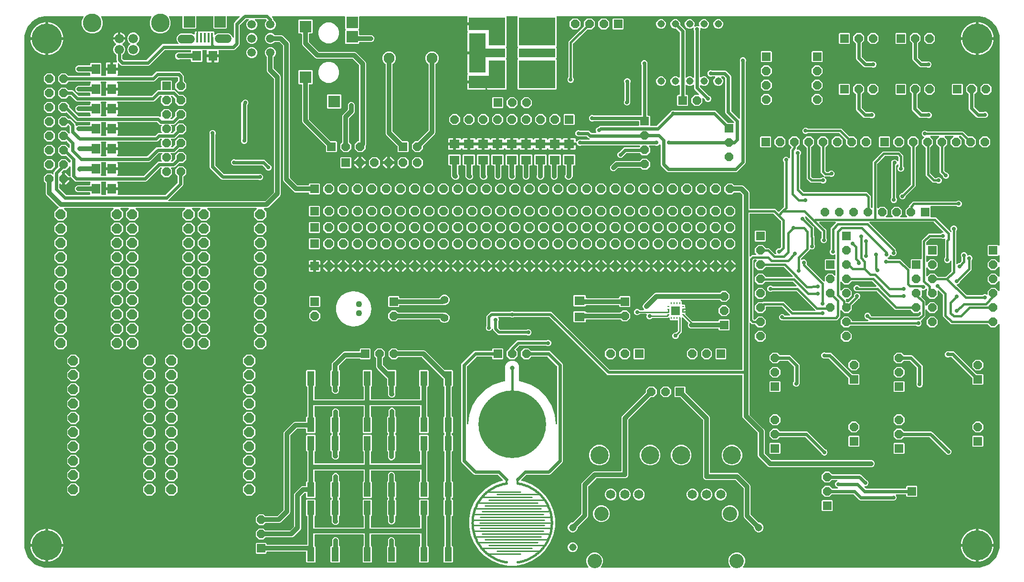
<source format=gbr>
G04 EAGLE Gerber RS-274X export*
G75*
%MOMM*%
%FSLAX34Y34*%
%LPD*%
%INTop Copper*%
%IPPOS*%
%AMOC8*
5,1,8,0,0,1.08239X$1,22.5*%
G01*
%ADD10P,1.924489X8X202.500000*%
%ADD11P,1.924489X8X22.500000*%
%ADD12R,0.400000X1.750000*%
%ADD13R,2.000000X2.000000*%
%ADD14C,1.508000*%
%ADD15C,1.508000*%
%ADD16R,1.600000X1.803000*%
%ADD17P,1.649562X8X292.500000*%
%ADD18C,5.334000*%
%ADD19R,1.524000X1.524000*%
%ADD20C,1.676400*%
%ADD21C,3.302000*%
%ADD22P,1.649562X8X22.500000*%
%ADD23P,1.649562X8X112.500000*%
%ADD24P,1.649562X8X202.500000*%
%ADD25R,1.270000X2.540000*%
%ADD26C,1.308000*%
%ADD27C,2.550000*%
%ADD28C,3.216000*%
%ADD29C,1.650000*%
%ADD30C,1.108000*%
%ADD31C,0.406400*%
%ADD32C,0.254000*%
%ADD33C,0.304800*%
%ADD34C,12.000000*%
%ADD35C,1.400000*%
%ADD36R,1.803000X1.600000*%
%ADD37R,2.108200X2.108200*%
%ADD38C,1.950000*%
%ADD39R,0.250000X0.400000*%
%ADD40R,0.400000X0.250000*%
%ADD41R,1.600000X1.600000*%
%ADD42R,6.500000X5.000000*%
%ADD43R,6.500000X1.600000*%
%ADD44R,3.000000X5.000000*%
%ADD45R,5.000000X1.600000*%
%ADD46R,6.500000X2.300000*%
%ADD47R,3.000000X7.000000*%
%ADD48C,0.609600*%
%ADD49C,0.706400*%
%ADD50C,0.152400*%
%ADD51C,0.812800*%
%ADD52C,0.500000*%
%ADD53C,0.508000*%
%ADD54C,0.756400*%
%ADD55C,0.806400*%
%ADD56C,1.270000*%

G36*
X1009482Y10178D02*
X1009482Y10178D01*
X1009620Y10191D01*
X1009639Y10198D01*
X1009659Y10201D01*
X1009788Y10252D01*
X1009919Y10299D01*
X1009936Y10310D01*
X1009955Y10318D01*
X1010067Y10399D01*
X1010182Y10477D01*
X1010196Y10493D01*
X1010212Y10504D01*
X1010301Y10612D01*
X1010393Y10716D01*
X1010402Y10734D01*
X1010415Y10749D01*
X1010474Y10875D01*
X1010537Y10999D01*
X1010542Y11019D01*
X1010551Y11037D01*
X1010577Y11174D01*
X1010607Y11309D01*
X1010607Y11330D01*
X1010610Y11349D01*
X1010602Y11488D01*
X1010597Y11627D01*
X1010592Y11647D01*
X1010591Y11667D01*
X1010548Y11799D01*
X1010509Y11933D01*
X1010499Y11950D01*
X1010493Y11969D01*
X1010418Y12087D01*
X1010348Y12207D01*
X1010329Y12228D01*
X1010322Y12238D01*
X1010307Y12252D01*
X1010241Y12327D01*
X1008953Y13616D01*
X1006699Y19056D01*
X1006699Y24944D01*
X1008953Y30384D01*
X1013116Y34547D01*
X1018556Y36801D01*
X1024444Y36801D01*
X1029884Y34547D01*
X1034047Y30384D01*
X1036301Y24944D01*
X1036301Y19056D01*
X1034047Y13616D01*
X1032759Y12327D01*
X1032674Y12218D01*
X1032585Y12111D01*
X1032576Y12092D01*
X1032564Y12076D01*
X1032509Y11949D01*
X1032449Y11823D01*
X1032446Y11803D01*
X1032438Y11784D01*
X1032416Y11646D01*
X1032390Y11510D01*
X1032391Y11490D01*
X1032388Y11470D01*
X1032401Y11331D01*
X1032409Y11193D01*
X1032416Y11174D01*
X1032418Y11154D01*
X1032465Y11022D01*
X1032507Y10891D01*
X1032518Y10873D01*
X1032525Y10854D01*
X1032603Y10739D01*
X1032678Y10622D01*
X1032692Y10608D01*
X1032704Y10591D01*
X1032808Y10499D01*
X1032909Y10404D01*
X1032927Y10394D01*
X1032942Y10381D01*
X1033066Y10317D01*
X1033188Y10250D01*
X1033207Y10245D01*
X1033225Y10236D01*
X1033361Y10206D01*
X1033496Y10171D01*
X1033524Y10169D01*
X1033536Y10166D01*
X1033556Y10167D01*
X1033656Y10161D01*
X1261344Y10161D01*
X1261482Y10178D01*
X1261620Y10191D01*
X1261639Y10198D01*
X1261659Y10201D01*
X1261788Y10252D01*
X1261919Y10299D01*
X1261936Y10310D01*
X1261955Y10318D01*
X1262067Y10399D01*
X1262182Y10477D01*
X1262196Y10493D01*
X1262212Y10504D01*
X1262301Y10612D01*
X1262393Y10716D01*
X1262402Y10734D01*
X1262415Y10749D01*
X1262474Y10875D01*
X1262537Y10999D01*
X1262542Y11019D01*
X1262551Y11037D01*
X1262577Y11174D01*
X1262607Y11309D01*
X1262607Y11330D01*
X1262610Y11349D01*
X1262602Y11488D01*
X1262597Y11627D01*
X1262592Y11647D01*
X1262591Y11667D01*
X1262548Y11799D01*
X1262509Y11933D01*
X1262499Y11950D01*
X1262493Y11969D01*
X1262418Y12087D01*
X1262348Y12207D01*
X1262329Y12228D01*
X1262322Y12238D01*
X1262307Y12252D01*
X1262241Y12327D01*
X1260953Y13616D01*
X1258699Y19056D01*
X1258699Y24944D01*
X1260953Y30384D01*
X1265116Y34547D01*
X1270556Y36801D01*
X1276444Y36801D01*
X1281884Y34547D01*
X1286047Y30384D01*
X1288301Y24944D01*
X1288301Y19056D01*
X1286047Y13616D01*
X1284759Y12327D01*
X1284674Y12218D01*
X1284585Y12111D01*
X1284576Y12092D01*
X1284564Y12076D01*
X1284509Y11949D01*
X1284449Y11823D01*
X1284446Y11803D01*
X1284438Y11784D01*
X1284416Y11646D01*
X1284390Y11510D01*
X1284391Y11490D01*
X1284388Y11470D01*
X1284401Y11331D01*
X1284409Y11193D01*
X1284416Y11174D01*
X1284418Y11154D01*
X1284465Y11022D01*
X1284507Y10891D01*
X1284518Y10873D01*
X1284525Y10854D01*
X1284603Y10739D01*
X1284678Y10622D01*
X1284692Y10608D01*
X1284704Y10591D01*
X1284808Y10499D01*
X1284909Y10404D01*
X1284927Y10394D01*
X1284942Y10381D01*
X1285066Y10317D01*
X1285188Y10250D01*
X1285207Y10245D01*
X1285225Y10236D01*
X1285361Y10206D01*
X1285496Y10171D01*
X1285524Y10169D01*
X1285536Y10166D01*
X1285556Y10167D01*
X1285656Y10161D01*
X1700000Y10161D01*
X1700019Y10163D01*
X1700071Y10163D01*
X1704390Y10405D01*
X1704416Y10410D01*
X1704442Y10409D01*
X1704601Y10435D01*
X1713021Y12357D01*
X1713080Y12378D01*
X1713140Y12390D01*
X1713290Y12451D01*
X1721071Y16198D01*
X1721123Y16232D01*
X1721180Y16257D01*
X1721312Y16349D01*
X1728064Y21735D01*
X1728108Y21779D01*
X1728157Y21816D01*
X1728265Y21936D01*
X1733651Y28688D01*
X1733683Y28741D01*
X1733723Y28788D01*
X1733802Y28929D01*
X1737549Y36710D01*
X1737569Y36769D01*
X1737597Y36824D01*
X1737643Y36979D01*
X1739565Y45399D01*
X1739568Y45425D01*
X1739576Y45450D01*
X1739595Y45610D01*
X1739837Y49929D01*
X1739836Y49948D01*
X1739839Y50000D01*
X1739839Y441399D01*
X1739822Y441536D01*
X1739809Y441675D01*
X1739802Y441694D01*
X1739799Y441714D01*
X1739748Y441843D01*
X1739701Y441974D01*
X1739690Y441991D01*
X1739682Y442010D01*
X1739601Y442122D01*
X1739523Y442237D01*
X1739507Y442251D01*
X1739496Y442267D01*
X1739388Y442356D01*
X1739284Y442448D01*
X1739266Y442457D01*
X1739251Y442470D01*
X1739125Y442529D01*
X1739001Y442592D01*
X1738981Y442597D01*
X1738963Y442605D01*
X1738827Y442632D01*
X1738691Y442662D01*
X1738670Y442661D01*
X1738651Y442665D01*
X1738512Y442657D01*
X1738373Y442652D01*
X1738353Y442647D01*
X1738333Y442646D01*
X1738201Y442603D01*
X1738067Y442564D01*
X1738050Y442554D01*
X1738031Y442547D01*
X1737913Y442473D01*
X1737793Y442402D01*
X1737772Y442384D01*
X1737762Y442377D01*
X1737748Y442362D01*
X1737673Y442296D01*
X1732306Y436929D01*
X1724294Y436929D01*
X1719078Y442146D01*
X1719000Y442206D01*
X1718928Y442274D01*
X1718875Y442303D01*
X1718827Y442340D01*
X1718736Y442380D01*
X1718649Y442428D01*
X1718591Y442443D01*
X1718535Y442467D01*
X1718437Y442482D01*
X1718341Y442507D01*
X1718241Y442513D01*
X1718221Y442517D01*
X1718209Y442515D01*
X1718181Y442517D01*
X1653209Y442517D01*
X1639417Y456309D01*
X1639417Y494283D01*
X1639405Y494381D01*
X1639402Y494480D01*
X1639385Y494539D01*
X1639377Y494599D01*
X1639341Y494691D01*
X1639313Y494786D01*
X1639283Y494838D01*
X1639260Y494894D01*
X1639202Y494974D01*
X1639152Y495060D01*
X1639086Y495135D01*
X1639074Y495152D01*
X1639064Y495160D01*
X1639046Y495181D01*
X1632037Y502189D01*
X1631928Y502274D01*
X1631821Y502363D01*
X1631802Y502371D01*
X1631786Y502384D01*
X1631658Y502439D01*
X1631533Y502498D01*
X1631513Y502502D01*
X1631494Y502510D01*
X1631356Y502532D01*
X1631220Y502558D01*
X1631200Y502557D01*
X1631180Y502560D01*
X1631041Y502547D01*
X1630903Y502538D01*
X1630884Y502532D01*
X1630864Y502530D01*
X1630732Y502483D01*
X1630601Y502440D01*
X1630583Y502429D01*
X1630564Y502422D01*
X1630449Y502344D01*
X1630332Y502270D01*
X1630318Y502255D01*
X1630301Y502244D01*
X1630209Y502139D01*
X1630114Y502038D01*
X1630104Y502021D01*
X1630091Y502005D01*
X1630027Y501882D01*
X1629960Y501760D01*
X1629955Y501740D01*
X1629946Y501722D01*
X1629916Y501586D01*
X1629881Y501452D01*
X1629879Y501424D01*
X1629876Y501412D01*
X1629877Y501391D01*
X1629871Y501291D01*
X1629871Y493394D01*
X1624206Y487729D01*
X1616194Y487729D01*
X1610529Y493394D01*
X1610529Y501406D01*
X1610545Y501422D01*
X1610606Y501500D01*
X1610674Y501572D01*
X1610703Y501625D01*
X1610740Y501673D01*
X1610780Y501764D01*
X1610828Y501851D01*
X1610843Y501910D01*
X1610867Y501965D01*
X1610882Y502063D01*
X1610907Y502159D01*
X1610913Y502259D01*
X1610917Y502279D01*
X1610915Y502291D01*
X1610917Y502319D01*
X1610917Y504458D01*
X1610900Y504595D01*
X1610887Y504734D01*
X1610880Y504753D01*
X1610877Y504773D01*
X1610826Y504902D01*
X1610779Y505033D01*
X1610768Y505050D01*
X1610760Y505069D01*
X1610679Y505182D01*
X1610601Y505297D01*
X1610585Y505310D01*
X1610574Y505326D01*
X1610466Y505415D01*
X1610362Y505507D01*
X1610344Y505516D01*
X1610329Y505529D01*
X1610203Y505588D01*
X1610079Y505652D01*
X1610059Y505656D01*
X1610041Y505665D01*
X1609904Y505691D01*
X1609769Y505721D01*
X1609748Y505721D01*
X1609729Y505725D01*
X1609590Y505716D01*
X1609451Y505712D01*
X1609431Y505706D01*
X1609411Y505705D01*
X1609279Y505662D01*
X1609145Y505623D01*
X1609128Y505613D01*
X1609109Y505607D01*
X1608991Y505532D01*
X1608871Y505462D01*
X1608850Y505443D01*
X1608840Y505437D01*
X1608826Y505422D01*
X1608751Y505355D01*
X1607162Y503767D01*
X1605111Y502917D01*
X1602740Y502917D01*
X1602622Y502902D01*
X1602503Y502895D01*
X1602465Y502882D01*
X1602424Y502877D01*
X1602314Y502834D01*
X1602201Y502797D01*
X1602166Y502775D01*
X1602129Y502760D01*
X1602033Y502691D01*
X1601932Y502627D01*
X1601904Y502597D01*
X1601871Y502574D01*
X1601795Y502482D01*
X1601714Y502395D01*
X1601694Y502360D01*
X1601669Y502329D01*
X1601618Y502221D01*
X1601560Y502117D01*
X1601550Y502077D01*
X1601533Y502041D01*
X1601511Y501924D01*
X1601481Y501809D01*
X1601477Y501749D01*
X1601473Y501729D01*
X1601475Y501708D01*
X1601471Y501648D01*
X1601471Y493394D01*
X1601073Y492996D01*
X1601000Y492902D01*
X1600921Y492813D01*
X1600903Y492777D01*
X1600878Y492745D01*
X1600830Y492635D01*
X1600776Y492530D01*
X1600767Y492490D01*
X1600751Y492453D01*
X1600733Y492335D01*
X1600707Y492219D01*
X1600708Y492179D01*
X1600702Y492139D01*
X1600713Y492020D01*
X1600716Y491901D01*
X1600728Y491863D01*
X1600731Y491822D01*
X1600772Y491710D01*
X1600805Y491596D01*
X1600825Y491561D01*
X1600839Y491523D01*
X1600906Y491424D01*
X1600966Y491322D01*
X1601006Y491277D01*
X1601018Y491260D01*
X1601033Y491246D01*
X1601073Y491201D01*
X1605319Y486954D01*
X1608083Y484191D01*
X1608083Y476623D01*
X1608100Y476486D01*
X1608113Y476347D01*
X1608120Y476328D01*
X1608123Y476308D01*
X1608174Y476179D01*
X1608221Y476048D01*
X1608232Y476031D01*
X1608240Y476012D01*
X1608321Y475900D01*
X1608399Y475785D01*
X1608415Y475771D01*
X1608426Y475755D01*
X1608534Y475666D01*
X1608638Y475574D01*
X1608656Y475565D01*
X1608671Y475552D01*
X1608797Y475493D01*
X1608921Y475430D01*
X1608941Y475425D01*
X1608959Y475417D01*
X1609095Y475390D01*
X1609231Y475360D01*
X1609252Y475361D01*
X1609271Y475357D01*
X1609410Y475365D01*
X1609549Y475370D01*
X1609569Y475375D01*
X1609589Y475376D01*
X1609721Y475419D01*
X1609855Y475458D01*
X1609872Y475468D01*
X1609891Y475475D01*
X1610009Y475549D01*
X1610129Y475620D01*
X1610150Y475638D01*
X1610160Y475645D01*
X1610174Y475660D01*
X1610249Y475726D01*
X1616194Y481671D01*
X1624206Y481671D01*
X1629871Y476006D01*
X1629871Y467994D01*
X1624206Y462329D01*
X1616194Y462329D01*
X1610249Y468274D01*
X1610140Y468359D01*
X1610033Y468448D01*
X1610014Y468457D01*
X1609998Y468469D01*
X1609870Y468524D01*
X1609745Y468583D01*
X1609725Y468587D01*
X1609706Y468595D01*
X1609568Y468617D01*
X1609432Y468643D01*
X1609412Y468642D01*
X1609392Y468645D01*
X1609253Y468632D01*
X1609115Y468624D01*
X1609096Y468617D01*
X1609076Y468615D01*
X1608944Y468568D01*
X1608813Y468525D01*
X1608795Y468515D01*
X1608776Y468508D01*
X1608661Y468430D01*
X1608544Y468355D01*
X1608530Y468341D01*
X1608513Y468329D01*
X1608421Y468225D01*
X1608326Y468124D01*
X1608316Y468106D01*
X1608303Y468091D01*
X1608239Y467967D01*
X1608172Y467845D01*
X1608167Y467826D01*
X1608158Y467808D01*
X1608128Y467672D01*
X1608093Y467537D01*
X1608091Y467509D01*
X1608088Y467497D01*
X1608089Y467477D01*
X1608083Y467377D01*
X1608083Y456809D01*
X1602454Y451181D01*
X1600232Y448958D01*
X1600159Y448864D01*
X1600080Y448775D01*
X1600062Y448739D01*
X1600037Y448707D01*
X1599990Y448597D01*
X1599936Y448492D01*
X1599927Y448452D01*
X1599911Y448415D01*
X1599892Y448297D01*
X1599866Y448181D01*
X1599867Y448141D01*
X1599861Y448101D01*
X1599872Y447982D01*
X1599876Y447863D01*
X1599887Y447825D01*
X1599891Y447784D01*
X1599931Y447672D01*
X1599964Y447558D01*
X1599985Y447523D01*
X1599998Y447485D01*
X1600065Y447386D01*
X1600126Y447284D01*
X1600156Y447250D01*
X1600159Y447244D01*
X1600166Y447237D01*
X1600177Y447222D01*
X1600192Y447208D01*
X1600232Y447163D01*
X1600233Y447162D01*
X1601083Y445111D01*
X1601083Y442889D01*
X1600233Y440838D01*
X1598662Y439267D01*
X1596611Y438417D01*
X1594389Y438417D01*
X1592338Y439267D01*
X1592059Y439546D01*
X1591981Y439606D01*
X1591909Y439674D01*
X1591856Y439703D01*
X1591808Y439740D01*
X1591717Y439780D01*
X1591630Y439828D01*
X1591572Y439843D01*
X1591516Y439867D01*
X1591418Y439882D01*
X1591322Y439907D01*
X1591222Y439913D01*
X1591202Y439917D01*
X1591190Y439915D01*
X1591162Y439917D01*
X1475319Y439917D01*
X1475221Y439905D01*
X1475122Y439902D01*
X1475064Y439885D01*
X1475004Y439877D01*
X1474912Y439841D01*
X1474817Y439813D01*
X1474765Y439783D01*
X1474708Y439760D01*
X1474628Y439702D01*
X1474543Y439652D01*
X1474467Y439586D01*
X1474451Y439574D01*
X1474443Y439564D01*
X1474422Y439546D01*
X1471806Y436929D01*
X1463794Y436929D01*
X1458129Y442594D01*
X1458129Y450606D01*
X1463794Y456271D01*
X1471806Y456271D01*
X1477471Y450606D01*
X1477471Y449352D01*
X1477486Y449234D01*
X1477493Y449115D01*
X1477506Y449077D01*
X1477511Y449036D01*
X1477554Y448926D01*
X1477591Y448813D01*
X1477613Y448778D01*
X1477628Y448741D01*
X1477697Y448645D01*
X1477761Y448544D01*
X1477791Y448516D01*
X1477814Y448483D01*
X1477906Y448407D01*
X1477993Y448326D01*
X1478028Y448306D01*
X1478059Y448281D01*
X1478167Y448230D01*
X1478271Y448172D01*
X1478311Y448162D01*
X1478347Y448145D01*
X1478464Y448123D01*
X1478579Y448093D01*
X1478639Y448089D01*
X1478659Y448085D01*
X1478680Y448087D01*
X1478740Y448083D01*
X1505579Y448083D01*
X1505717Y448100D01*
X1505856Y448113D01*
X1505875Y448120D01*
X1505895Y448123D01*
X1506024Y448174D01*
X1506155Y448221D01*
X1506172Y448232D01*
X1506190Y448240D01*
X1506303Y448321D01*
X1506418Y448399D01*
X1506431Y448415D01*
X1506448Y448426D01*
X1506537Y448534D01*
X1506628Y448638D01*
X1506638Y448656D01*
X1506651Y448671D01*
X1506710Y448797D01*
X1506773Y448921D01*
X1506777Y448941D01*
X1506786Y448959D01*
X1506812Y449096D01*
X1506843Y449231D01*
X1506842Y449252D01*
X1506846Y449271D01*
X1506837Y449410D01*
X1506833Y449549D01*
X1506827Y449569D01*
X1506826Y449589D01*
X1506783Y449721D01*
X1506745Y449855D01*
X1506734Y449872D01*
X1506728Y449891D01*
X1506654Y450009D01*
X1506583Y450129D01*
X1506565Y450150D01*
X1506558Y450160D01*
X1506543Y450174D01*
X1506477Y450249D01*
X1505681Y451046D01*
X1505603Y451106D01*
X1505530Y451174D01*
X1505477Y451203D01*
X1505429Y451240D01*
X1505338Y451280D01*
X1505252Y451328D01*
X1505193Y451343D01*
X1505137Y451367D01*
X1505040Y451382D01*
X1504944Y451407D01*
X1504844Y451413D01*
X1504823Y451417D01*
X1504811Y451415D01*
X1504783Y451417D01*
X1504389Y451417D01*
X1502338Y452267D01*
X1500767Y453838D01*
X1499917Y455889D01*
X1499917Y458111D01*
X1500767Y460162D01*
X1502338Y461733D01*
X1504389Y462583D01*
X1506611Y462583D01*
X1508662Y461733D01*
X1510233Y460162D01*
X1511083Y458111D01*
X1511083Y457852D01*
X1511098Y457734D01*
X1511105Y457615D01*
X1511118Y457577D01*
X1511123Y457536D01*
X1511166Y457426D01*
X1511203Y457313D01*
X1511225Y457278D01*
X1511240Y457241D01*
X1511309Y457145D01*
X1511373Y457044D01*
X1511403Y457016D01*
X1511426Y456983D01*
X1511518Y456907D01*
X1511605Y456826D01*
X1511640Y456806D01*
X1511671Y456781D01*
X1511779Y456730D01*
X1511883Y456672D01*
X1511923Y456662D01*
X1511959Y456645D01*
X1512076Y456623D01*
X1512191Y456593D01*
X1512251Y456589D01*
X1512271Y456585D01*
X1512292Y456587D01*
X1512352Y456583D01*
X1595783Y456583D01*
X1595881Y456595D01*
X1595980Y456598D01*
X1596039Y456615D01*
X1596099Y456623D01*
X1596191Y456659D01*
X1596286Y456687D01*
X1596338Y456717D01*
X1596394Y456740D01*
X1596474Y456798D01*
X1596560Y456848D01*
X1596635Y456914D01*
X1596652Y456926D01*
X1596659Y456936D01*
X1596681Y456954D01*
X1599546Y459819D01*
X1599606Y459898D01*
X1599674Y459970D01*
X1599703Y460023D01*
X1599740Y460071D01*
X1599780Y460162D01*
X1599828Y460248D01*
X1599843Y460307D01*
X1599867Y460362D01*
X1599882Y460460D01*
X1599907Y460556D01*
X1599913Y460656D01*
X1599914Y460662D01*
X1599915Y460664D01*
X1599917Y460677D01*
X1599915Y460689D01*
X1599917Y460717D01*
X1599917Y463377D01*
X1599900Y463514D01*
X1599887Y463653D01*
X1599880Y463672D01*
X1599877Y463692D01*
X1599826Y463821D01*
X1599779Y463952D01*
X1599768Y463969D01*
X1599760Y463988D01*
X1599679Y464100D01*
X1599601Y464215D01*
X1599585Y464229D01*
X1599574Y464245D01*
X1599466Y464334D01*
X1599362Y464426D01*
X1599344Y464435D01*
X1599329Y464448D01*
X1599203Y464507D01*
X1599079Y464570D01*
X1599059Y464575D01*
X1599041Y464583D01*
X1598905Y464610D01*
X1598769Y464640D01*
X1598748Y464639D01*
X1598729Y464643D01*
X1598590Y464635D01*
X1598451Y464630D01*
X1598431Y464625D01*
X1598411Y464624D01*
X1598279Y464581D01*
X1598145Y464542D01*
X1598128Y464532D01*
X1598109Y464525D01*
X1597991Y464451D01*
X1597871Y464380D01*
X1597850Y464362D01*
X1597840Y464355D01*
X1597826Y464340D01*
X1597751Y464274D01*
X1595806Y462329D01*
X1587794Y462329D01*
X1582578Y467546D01*
X1582500Y467606D01*
X1582428Y467674D01*
X1582375Y467703D01*
X1582327Y467740D01*
X1582236Y467780D01*
X1582149Y467828D01*
X1582091Y467843D01*
X1582035Y467867D01*
X1581937Y467882D01*
X1581841Y467907D01*
X1581741Y467913D01*
X1581721Y467917D01*
X1581709Y467915D01*
X1581681Y467917D01*
X1554809Y467917D01*
X1522181Y500546D01*
X1522102Y500606D01*
X1522030Y500674D01*
X1521977Y500703D01*
X1521929Y500740D01*
X1521838Y500780D01*
X1521752Y500828D01*
X1521693Y500843D01*
X1521638Y500867D01*
X1521540Y500882D01*
X1521444Y500907D01*
X1521344Y500913D01*
X1521323Y500917D01*
X1521311Y500915D01*
X1521283Y500917D01*
X1485389Y500917D01*
X1483338Y501767D01*
X1481767Y503338D01*
X1480917Y505389D01*
X1480917Y507611D01*
X1481767Y509662D01*
X1483338Y511233D01*
X1485389Y512083D01*
X1487611Y512083D01*
X1489662Y511233D01*
X1491327Y509569D01*
X1491342Y509544D01*
X1491437Y509455D01*
X1491527Y509362D01*
X1491552Y509346D01*
X1491574Y509326D01*
X1491687Y509263D01*
X1491798Y509196D01*
X1491826Y509187D01*
X1491852Y509172D01*
X1491978Y509140D01*
X1492102Y509102D01*
X1492132Y509100D01*
X1492160Y509093D01*
X1492321Y509083D01*
X1520079Y509083D01*
X1520217Y509100D01*
X1520356Y509113D01*
X1520375Y509120D01*
X1520395Y509123D01*
X1520524Y509174D01*
X1520655Y509221D01*
X1520672Y509232D01*
X1520690Y509240D01*
X1520803Y509321D01*
X1520918Y509399D01*
X1520931Y509415D01*
X1520948Y509426D01*
X1521036Y509534D01*
X1521128Y509638D01*
X1521138Y509656D01*
X1521151Y509671D01*
X1521210Y509797D01*
X1521273Y509921D01*
X1521277Y509941D01*
X1521286Y509959D01*
X1521312Y510095D01*
X1521343Y510231D01*
X1521342Y510252D01*
X1521346Y510271D01*
X1521337Y510410D01*
X1521333Y510549D01*
X1521327Y510569D01*
X1521326Y510589D01*
X1521283Y510721D01*
X1521245Y510855D01*
X1521234Y510872D01*
X1521228Y510891D01*
X1521154Y511009D01*
X1521083Y511129D01*
X1521065Y511150D01*
X1521058Y511160D01*
X1521043Y511174D01*
X1520977Y511249D01*
X1513881Y518346D01*
X1513802Y518406D01*
X1513730Y518474D01*
X1513677Y518503D01*
X1513629Y518540D01*
X1513538Y518580D01*
X1513452Y518628D01*
X1513393Y518643D01*
X1513338Y518667D01*
X1513240Y518682D01*
X1513144Y518707D01*
X1513044Y518713D01*
X1513023Y518717D01*
X1513011Y518715D01*
X1512983Y518717D01*
X1477919Y518717D01*
X1477821Y518705D01*
X1477722Y518702D01*
X1477664Y518685D01*
X1477604Y518677D01*
X1477512Y518641D01*
X1477417Y518613D01*
X1477365Y518583D01*
X1477308Y518560D01*
X1477228Y518502D01*
X1477143Y518452D01*
X1477067Y518386D01*
X1477051Y518374D01*
X1477043Y518364D01*
X1477022Y518346D01*
X1471806Y513129D01*
X1463794Y513129D01*
X1459249Y517674D01*
X1459140Y517759D01*
X1459033Y517848D01*
X1459014Y517857D01*
X1458998Y517869D01*
X1458870Y517924D01*
X1458745Y517983D01*
X1458725Y517987D01*
X1458706Y517995D01*
X1458568Y518017D01*
X1458432Y518043D01*
X1458412Y518042D01*
X1458392Y518045D01*
X1458253Y518032D01*
X1458115Y518024D01*
X1458096Y518017D01*
X1458076Y518015D01*
X1457944Y517968D01*
X1457813Y517925D01*
X1457795Y517915D01*
X1457776Y517908D01*
X1457661Y517830D01*
X1457544Y517755D01*
X1457530Y517741D01*
X1457513Y517729D01*
X1457421Y517625D01*
X1457326Y517524D01*
X1457316Y517506D01*
X1457303Y517491D01*
X1457239Y517367D01*
X1457172Y517245D01*
X1457167Y517226D01*
X1457158Y517208D01*
X1457128Y517072D01*
X1457093Y516937D01*
X1457091Y516909D01*
X1457088Y516897D01*
X1457089Y516877D01*
X1457083Y516777D01*
X1457083Y503423D01*
X1457100Y503286D01*
X1457113Y503147D01*
X1457120Y503128D01*
X1457123Y503108D01*
X1457174Y502979D01*
X1457221Y502848D01*
X1457232Y502831D01*
X1457240Y502812D01*
X1457321Y502700D01*
X1457399Y502585D01*
X1457415Y502571D01*
X1457426Y502555D01*
X1457534Y502466D01*
X1457638Y502374D01*
X1457656Y502365D01*
X1457671Y502352D01*
X1457797Y502293D01*
X1457921Y502230D01*
X1457941Y502225D01*
X1457959Y502217D01*
X1458095Y502190D01*
X1458231Y502160D01*
X1458252Y502161D01*
X1458271Y502157D01*
X1458410Y502165D01*
X1458549Y502170D01*
X1458569Y502175D01*
X1458589Y502176D01*
X1458721Y502219D01*
X1458855Y502258D01*
X1458872Y502268D01*
X1458891Y502275D01*
X1459009Y502349D01*
X1459129Y502420D01*
X1459150Y502438D01*
X1459160Y502445D01*
X1459174Y502460D01*
X1459249Y502526D01*
X1463794Y507071D01*
X1471806Y507071D01*
X1477471Y501406D01*
X1477471Y493394D01*
X1471806Y487729D01*
X1468109Y487729D01*
X1467971Y487712D01*
X1467832Y487699D01*
X1467813Y487692D01*
X1467793Y487689D01*
X1467664Y487638D01*
X1467533Y487591D01*
X1467516Y487580D01*
X1467498Y487572D01*
X1467385Y487491D01*
X1467270Y487413D01*
X1467257Y487397D01*
X1467240Y487386D01*
X1467151Y487278D01*
X1467060Y487174D01*
X1467050Y487156D01*
X1467037Y487141D01*
X1466978Y487015D01*
X1466915Y486891D01*
X1466911Y486871D01*
X1466902Y486853D01*
X1466876Y486716D01*
X1466845Y486581D01*
X1466846Y486560D01*
X1466842Y486541D01*
X1466851Y486402D01*
X1466855Y486263D01*
X1466861Y486243D01*
X1466862Y486223D01*
X1466905Y486091D01*
X1466943Y485957D01*
X1466954Y485940D01*
X1466960Y485921D01*
X1467034Y485803D01*
X1467105Y485683D01*
X1467123Y485662D01*
X1467130Y485652D01*
X1467145Y485638D01*
X1467211Y485563D01*
X1467583Y485191D01*
X1467583Y482940D01*
X1467598Y482822D01*
X1467605Y482703D01*
X1467618Y482665D01*
X1467623Y482624D01*
X1467666Y482514D01*
X1467703Y482401D01*
X1467725Y482366D01*
X1467740Y482329D01*
X1467809Y482233D01*
X1467873Y482132D01*
X1467903Y482104D01*
X1467926Y482071D01*
X1468018Y481995D01*
X1468105Y481914D01*
X1468140Y481894D01*
X1468171Y481869D01*
X1468279Y481818D01*
X1468383Y481760D01*
X1468423Y481750D01*
X1468459Y481733D01*
X1468576Y481711D01*
X1468691Y481681D01*
X1468751Y481677D01*
X1468771Y481673D01*
X1468792Y481675D01*
X1468852Y481671D01*
X1471171Y481671D01*
X1471269Y481683D01*
X1471368Y481686D01*
X1471427Y481703D01*
X1471487Y481711D01*
X1471579Y481747D01*
X1471674Y481775D01*
X1471726Y481805D01*
X1471782Y481828D01*
X1471863Y481886D01*
X1471948Y481936D01*
X1472023Y482002D01*
X1472040Y482014D01*
X1472048Y482024D01*
X1472069Y482042D01*
X1481046Y491019D01*
X1481106Y491098D01*
X1481174Y491170D01*
X1481203Y491223D01*
X1481240Y491271D01*
X1481280Y491362D01*
X1481328Y491448D01*
X1481343Y491507D01*
X1481367Y491562D01*
X1481382Y491660D01*
X1481407Y491756D01*
X1481413Y491856D01*
X1481417Y491877D01*
X1481415Y491889D01*
X1481417Y491917D01*
X1481417Y493611D01*
X1482267Y495662D01*
X1483838Y497233D01*
X1485889Y498083D01*
X1488111Y498083D01*
X1490162Y497233D01*
X1491733Y495662D01*
X1492583Y493611D01*
X1492583Y491389D01*
X1491733Y489338D01*
X1490162Y487767D01*
X1488994Y487283D01*
X1488985Y487278D01*
X1488977Y487276D01*
X1488929Y487248D01*
X1488914Y487242D01*
X1488893Y487227D01*
X1488848Y487200D01*
X1488717Y487126D01*
X1488711Y487119D01*
X1488703Y487114D01*
X1488582Y487008D01*
X1477842Y476269D01*
X1477782Y476190D01*
X1477714Y476118D01*
X1477685Y476065D01*
X1477648Y476017D01*
X1477608Y475926D01*
X1477560Y475840D01*
X1477545Y475781D01*
X1477521Y475726D01*
X1477506Y475628D01*
X1477481Y475532D01*
X1477475Y475432D01*
X1477471Y475411D01*
X1477473Y475399D01*
X1477471Y475371D01*
X1477471Y467994D01*
X1471806Y462329D01*
X1463794Y462329D01*
X1459249Y466874D01*
X1459140Y466959D01*
X1459033Y467048D01*
X1459014Y467057D01*
X1458998Y467069D01*
X1458870Y467124D01*
X1458745Y467183D01*
X1458725Y467187D01*
X1458706Y467195D01*
X1458568Y467217D01*
X1458432Y467243D01*
X1458412Y467242D01*
X1458392Y467245D01*
X1458253Y467232D01*
X1458115Y467224D01*
X1458096Y467217D01*
X1458076Y467215D01*
X1457944Y467168D01*
X1457813Y467125D01*
X1457795Y467115D01*
X1457776Y467108D01*
X1457661Y467030D01*
X1457544Y466955D01*
X1457530Y466941D01*
X1457513Y466929D01*
X1457421Y466825D01*
X1457326Y466724D01*
X1457316Y466706D01*
X1457303Y466691D01*
X1457239Y466567D01*
X1457172Y466445D01*
X1457167Y466426D01*
X1457158Y466408D01*
X1457128Y466272D01*
X1457093Y466137D01*
X1457091Y466109D01*
X1457088Y466097D01*
X1457089Y466077D01*
X1457083Y465977D01*
X1457083Y457678D01*
X1457085Y457658D01*
X1457086Y457594D01*
X1457192Y455994D01*
X1457172Y455958D01*
X1457152Y455878D01*
X1456013Y454739D01*
X1456000Y454723D01*
X1455955Y454678D01*
X1453897Y452325D01*
X1453865Y452278D01*
X1453826Y452236D01*
X1453776Y452146D01*
X1453719Y452061D01*
X1453700Y452007D01*
X1453672Y451958D01*
X1453652Y451878D01*
X1452513Y450739D01*
X1452500Y450723D01*
X1452455Y450678D01*
X1451399Y449471D01*
X1451360Y449459D01*
X1451289Y449417D01*
X1449678Y449417D01*
X1449658Y449415D01*
X1449594Y449414D01*
X1447994Y449308D01*
X1447958Y449328D01*
X1447858Y449353D01*
X1447762Y449388D01*
X1447705Y449393D01*
X1447650Y449407D01*
X1447489Y449417D01*
X1352889Y449417D01*
X1350838Y450267D01*
X1349267Y451838D01*
X1348417Y453889D01*
X1348417Y456111D01*
X1349267Y458162D01*
X1350838Y459733D01*
X1352889Y460583D01*
X1355111Y460583D01*
X1357162Y459733D01*
X1358827Y458069D01*
X1358842Y458044D01*
X1358937Y457955D01*
X1359027Y457862D01*
X1359052Y457846D01*
X1359074Y457826D01*
X1359187Y457763D01*
X1359298Y457696D01*
X1359326Y457687D01*
X1359352Y457672D01*
X1359478Y457640D01*
X1359602Y457602D01*
X1359632Y457600D01*
X1359660Y457593D01*
X1359821Y457583D01*
X1367079Y457583D01*
X1367217Y457600D01*
X1367356Y457613D01*
X1367375Y457620D01*
X1367395Y457623D01*
X1367524Y457674D01*
X1367655Y457721D01*
X1367672Y457732D01*
X1367690Y457740D01*
X1367803Y457821D01*
X1367918Y457899D01*
X1367931Y457915D01*
X1367948Y457926D01*
X1368036Y458034D01*
X1368128Y458138D01*
X1368138Y458156D01*
X1368151Y458171D01*
X1368210Y458297D01*
X1368273Y458421D01*
X1368277Y458441D01*
X1368286Y458459D01*
X1368312Y458595D01*
X1368343Y458731D01*
X1368342Y458752D01*
X1368346Y458771D01*
X1368337Y458910D01*
X1368333Y459049D01*
X1368327Y459069D01*
X1368326Y459089D01*
X1368283Y459221D01*
X1368245Y459355D01*
X1368234Y459372D01*
X1368228Y459391D01*
X1368154Y459509D01*
X1368083Y459629D01*
X1368065Y459650D01*
X1368058Y459660D01*
X1368043Y459674D01*
X1367977Y459749D01*
X1354181Y473546D01*
X1354102Y473606D01*
X1354030Y473674D01*
X1353977Y473703D01*
X1353929Y473740D01*
X1353838Y473780D01*
X1353752Y473828D01*
X1353693Y473843D01*
X1353638Y473867D01*
X1353540Y473882D01*
X1353444Y473907D01*
X1353344Y473913D01*
X1353323Y473917D01*
X1353311Y473915D01*
X1353283Y473917D01*
X1326340Y473917D01*
X1326222Y473902D01*
X1326103Y473895D01*
X1326065Y473882D01*
X1326024Y473877D01*
X1325914Y473834D01*
X1325801Y473797D01*
X1325766Y473775D01*
X1325729Y473760D01*
X1325633Y473691D01*
X1325532Y473627D01*
X1325504Y473597D01*
X1325471Y473574D01*
X1325395Y473482D01*
X1325314Y473395D01*
X1325294Y473360D01*
X1325269Y473329D01*
X1325218Y473221D01*
X1325160Y473117D01*
X1325150Y473077D01*
X1325133Y473041D01*
X1325111Y472924D01*
X1325081Y472809D01*
X1325077Y472749D01*
X1325073Y472729D01*
X1325075Y472708D01*
X1325071Y472648D01*
X1325071Y467994D01*
X1319406Y462329D01*
X1311394Y462329D01*
X1305729Y467994D01*
X1305729Y476006D01*
X1311394Y481671D01*
X1318771Y481671D01*
X1318869Y481683D01*
X1318968Y481686D01*
X1319027Y481703D01*
X1319087Y481711D01*
X1319179Y481747D01*
X1319274Y481775D01*
X1319326Y481805D01*
X1319382Y481828D01*
X1319462Y481886D01*
X1319548Y481936D01*
X1319623Y482002D01*
X1319640Y482014D01*
X1319647Y482024D01*
X1319669Y482042D01*
X1319709Y482083D01*
X1357191Y482083D01*
X1372819Y466454D01*
X1372898Y466394D01*
X1372970Y466326D01*
X1373023Y466297D01*
X1373071Y466260D01*
X1373162Y466220D01*
X1373248Y466172D01*
X1373307Y466157D01*
X1373362Y466133D01*
X1373460Y466118D01*
X1373556Y466093D01*
X1373656Y466087D01*
X1373677Y466083D01*
X1373689Y466085D01*
X1373717Y466083D01*
X1411579Y466083D01*
X1411717Y466100D01*
X1411856Y466113D01*
X1411875Y466120D01*
X1411895Y466123D01*
X1412024Y466174D01*
X1412155Y466221D01*
X1412172Y466232D01*
X1412190Y466240D01*
X1412303Y466321D01*
X1412418Y466399D01*
X1412431Y466415D01*
X1412448Y466426D01*
X1412537Y466534D01*
X1412628Y466638D01*
X1412638Y466656D01*
X1412651Y466671D01*
X1412710Y466797D01*
X1412773Y466921D01*
X1412777Y466941D01*
X1412786Y466959D01*
X1412812Y467096D01*
X1412843Y467231D01*
X1412842Y467252D01*
X1412846Y467271D01*
X1412837Y467410D01*
X1412833Y467549D01*
X1412827Y467569D01*
X1412826Y467589D01*
X1412783Y467721D01*
X1412745Y467855D01*
X1412734Y467872D01*
X1412728Y467891D01*
X1412654Y468009D01*
X1412583Y468129D01*
X1412565Y468150D01*
X1412558Y468160D01*
X1412543Y468174D01*
X1412477Y468249D01*
X1411046Y469681D01*
X1379681Y501046D01*
X1379602Y501106D01*
X1379530Y501174D01*
X1379477Y501203D01*
X1379429Y501240D01*
X1379338Y501280D01*
X1379252Y501328D01*
X1379193Y501343D01*
X1379138Y501367D01*
X1379040Y501382D01*
X1378944Y501407D01*
X1378844Y501413D01*
X1378823Y501417D01*
X1378811Y501415D01*
X1378783Y501417D01*
X1337838Y501417D01*
X1337740Y501405D01*
X1337641Y501402D01*
X1337583Y501385D01*
X1337523Y501377D01*
X1337431Y501341D01*
X1337335Y501313D01*
X1337283Y501283D01*
X1337227Y501260D01*
X1337147Y501202D01*
X1337062Y501152D01*
X1336986Y501086D01*
X1336970Y501074D01*
X1336962Y501064D01*
X1336941Y501046D01*
X1336662Y500767D01*
X1334611Y499917D01*
X1332389Y499917D01*
X1330338Y500767D01*
X1328767Y502338D01*
X1327917Y504389D01*
X1327917Y506611D01*
X1328767Y508662D01*
X1330338Y510233D01*
X1332389Y511083D01*
X1334611Y511083D01*
X1336662Y510233D01*
X1336941Y509954D01*
X1337019Y509894D01*
X1337091Y509826D01*
X1337144Y509797D01*
X1337192Y509760D01*
X1337283Y509720D01*
X1337370Y509672D01*
X1337428Y509657D01*
X1337484Y509633D01*
X1337582Y509618D01*
X1337678Y509593D01*
X1337778Y509587D01*
X1337798Y509583D01*
X1337810Y509585D01*
X1337838Y509583D01*
X1378579Y509583D01*
X1378717Y509600D01*
X1378856Y509613D01*
X1378875Y509620D01*
X1378895Y509623D01*
X1379024Y509674D01*
X1379155Y509721D01*
X1379172Y509732D01*
X1379190Y509740D01*
X1379303Y509821D01*
X1379418Y509899D01*
X1379431Y509915D01*
X1379448Y509926D01*
X1379537Y510034D01*
X1379628Y510138D01*
X1379638Y510156D01*
X1379651Y510171D01*
X1379710Y510297D01*
X1379773Y510421D01*
X1379777Y510441D01*
X1379786Y510459D01*
X1379812Y510595D01*
X1379843Y510731D01*
X1379842Y510752D01*
X1379846Y510771D01*
X1379837Y510910D01*
X1379833Y511049D01*
X1379827Y511069D01*
X1379826Y511089D01*
X1379783Y511221D01*
X1379745Y511355D01*
X1379734Y511372D01*
X1379728Y511391D01*
X1379654Y511509D01*
X1379583Y511629D01*
X1379565Y511650D01*
X1379558Y511660D01*
X1379543Y511674D01*
X1379477Y511749D01*
X1373181Y518046D01*
X1373102Y518106D01*
X1373030Y518174D01*
X1372977Y518203D01*
X1372929Y518240D01*
X1372838Y518280D01*
X1372752Y518328D01*
X1372693Y518343D01*
X1372638Y518367D01*
X1372540Y518382D01*
X1372444Y518407D01*
X1372344Y518413D01*
X1372323Y518417D01*
X1372311Y518415D01*
X1372283Y518417D01*
X1325219Y518417D01*
X1325121Y518405D01*
X1325022Y518402D01*
X1324964Y518385D01*
X1324904Y518377D01*
X1324812Y518341D01*
X1324717Y518313D01*
X1324665Y518283D01*
X1324608Y518260D01*
X1324528Y518202D01*
X1324443Y518152D01*
X1324367Y518086D01*
X1324351Y518074D01*
X1324343Y518064D01*
X1324322Y518046D01*
X1319406Y513129D01*
X1311394Y513129D01*
X1305729Y518794D01*
X1305729Y526806D01*
X1311394Y532471D01*
X1319406Y532471D01*
X1324922Y526954D01*
X1325000Y526894D01*
X1325072Y526826D01*
X1325125Y526797D01*
X1325173Y526760D01*
X1325264Y526720D01*
X1325351Y526672D01*
X1325409Y526657D01*
X1325465Y526633D01*
X1325563Y526618D01*
X1325659Y526593D01*
X1325759Y526587D01*
X1325779Y526583D01*
X1325791Y526585D01*
X1325819Y526583D01*
X1371579Y526583D01*
X1371717Y526600D01*
X1371856Y526613D01*
X1371875Y526620D01*
X1371895Y526623D01*
X1372024Y526674D01*
X1372155Y526721D01*
X1372172Y526732D01*
X1372190Y526740D01*
X1372303Y526821D01*
X1372418Y526899D01*
X1372431Y526915D01*
X1372448Y526926D01*
X1372536Y527034D01*
X1372628Y527138D01*
X1372638Y527156D01*
X1372651Y527171D01*
X1372710Y527297D01*
X1372773Y527421D01*
X1372777Y527441D01*
X1372786Y527459D01*
X1372812Y527595D01*
X1372843Y527731D01*
X1372842Y527752D01*
X1372846Y527771D01*
X1372837Y527910D01*
X1372833Y528049D01*
X1372827Y528069D01*
X1372826Y528089D01*
X1372783Y528221D01*
X1372745Y528355D01*
X1372734Y528372D01*
X1372728Y528391D01*
X1372654Y528509D01*
X1372583Y528629D01*
X1372565Y528650D01*
X1372558Y528660D01*
X1372543Y528674D01*
X1372477Y528749D01*
X1357181Y544046D01*
X1357102Y544106D01*
X1357030Y544174D01*
X1356977Y544203D01*
X1356929Y544240D01*
X1356838Y544280D01*
X1356752Y544328D01*
X1356693Y544343D01*
X1356638Y544367D01*
X1356540Y544382D01*
X1356444Y544407D01*
X1356344Y544413D01*
X1356323Y544417D01*
X1356311Y544415D01*
X1356283Y544417D01*
X1325819Y544417D01*
X1325721Y544405D01*
X1325622Y544402D01*
X1325564Y544385D01*
X1325504Y544377D01*
X1325412Y544341D01*
X1325317Y544313D01*
X1325265Y544283D01*
X1325208Y544260D01*
X1325128Y544202D01*
X1325043Y544152D01*
X1324967Y544086D01*
X1324951Y544074D01*
X1324943Y544064D01*
X1324922Y544046D01*
X1319406Y538529D01*
X1311394Y538529D01*
X1305729Y544194D01*
X1305729Y552206D01*
X1308774Y555251D01*
X1308859Y555360D01*
X1308948Y555467D01*
X1308957Y555486D01*
X1308969Y555502D01*
X1309024Y555630D01*
X1309083Y555755D01*
X1309087Y555775D01*
X1309095Y555794D01*
X1309117Y555932D01*
X1309143Y556068D01*
X1309142Y556088D01*
X1309145Y556108D01*
X1309132Y556247D01*
X1309124Y556385D01*
X1309117Y556404D01*
X1309115Y556424D01*
X1309068Y556556D01*
X1309025Y556687D01*
X1309015Y556705D01*
X1309008Y556724D01*
X1308930Y556839D01*
X1308855Y556956D01*
X1308841Y556970D01*
X1308829Y556987D01*
X1308725Y557079D01*
X1308624Y557174D01*
X1308606Y557184D01*
X1308591Y557197D01*
X1308467Y557261D01*
X1308345Y557328D01*
X1308326Y557333D01*
X1308308Y557342D01*
X1308172Y557372D01*
X1308037Y557407D01*
X1308009Y557409D01*
X1307997Y557412D01*
X1307977Y557411D01*
X1307877Y557417D01*
X1304717Y557417D01*
X1304619Y557405D01*
X1304520Y557402D01*
X1304461Y557385D01*
X1304401Y557377D01*
X1304309Y557341D01*
X1304214Y557313D01*
X1304162Y557283D01*
X1304106Y557260D01*
X1304026Y557202D01*
X1303940Y557152D01*
X1303865Y557086D01*
X1303848Y557074D01*
X1303841Y557064D01*
X1303819Y557046D01*
X1303454Y556681D01*
X1303394Y556602D01*
X1303326Y556530D01*
X1303297Y556477D01*
X1303260Y556429D01*
X1303220Y556338D01*
X1303172Y556252D01*
X1303157Y556193D01*
X1303133Y556138D01*
X1303118Y556040D01*
X1303093Y555944D01*
X1303087Y555844D01*
X1303083Y555823D01*
X1303085Y555811D01*
X1303083Y555783D01*
X1303083Y452217D01*
X1303095Y452119D01*
X1303098Y452020D01*
X1303115Y451961D01*
X1303123Y451901D01*
X1303159Y451809D01*
X1303187Y451714D01*
X1303217Y451662D01*
X1303240Y451606D01*
X1303298Y451526D01*
X1303348Y451440D01*
X1303414Y451365D01*
X1303426Y451348D01*
X1303436Y451341D01*
X1303454Y451319D01*
X1303819Y450954D01*
X1303898Y450894D01*
X1303970Y450826D01*
X1304023Y450797D01*
X1304071Y450760D01*
X1304162Y450720D01*
X1304248Y450672D01*
X1304307Y450657D01*
X1304362Y450633D01*
X1304460Y450618D01*
X1304556Y450593D01*
X1304656Y450587D01*
X1304677Y450583D01*
X1304689Y450585D01*
X1304717Y450583D01*
X1305181Y450583D01*
X1305279Y450595D01*
X1305378Y450598D01*
X1305436Y450615D01*
X1305496Y450623D01*
X1305588Y450659D01*
X1305683Y450687D01*
X1305735Y450717D01*
X1305792Y450740D01*
X1305872Y450798D01*
X1305957Y450848D01*
X1306033Y450914D01*
X1306049Y450926D01*
X1306054Y450932D01*
X1306057Y450934D01*
X1306062Y450940D01*
X1306078Y450954D01*
X1311394Y456271D01*
X1319406Y456271D01*
X1325071Y450606D01*
X1325071Y442594D01*
X1319406Y436929D01*
X1311394Y436929D01*
X1306278Y442046D01*
X1306200Y442106D01*
X1306128Y442174D01*
X1306075Y442203D01*
X1306027Y442240D01*
X1305936Y442280D01*
X1305849Y442328D01*
X1305791Y442343D01*
X1305735Y442367D01*
X1305637Y442382D01*
X1305541Y442407D01*
X1305441Y442413D01*
X1305421Y442417D01*
X1305409Y442415D01*
X1305381Y442417D01*
X1300809Y442417D01*
X1298281Y444945D01*
X1298172Y445030D01*
X1298065Y445119D01*
X1298046Y445127D01*
X1298030Y445140D01*
X1297902Y445195D01*
X1297777Y445254D01*
X1297757Y445258D01*
X1297738Y445266D01*
X1297600Y445288D01*
X1297464Y445314D01*
X1297444Y445313D01*
X1297424Y445316D01*
X1297285Y445303D01*
X1297147Y445294D01*
X1297128Y445288D01*
X1297108Y445286D01*
X1296976Y445239D01*
X1296845Y445196D01*
X1296827Y445185D01*
X1296808Y445178D01*
X1296693Y445100D01*
X1296576Y445026D01*
X1296562Y445011D01*
X1296545Y445000D01*
X1296453Y444896D01*
X1296358Y444794D01*
X1296348Y444777D01*
X1296335Y444761D01*
X1296271Y444637D01*
X1296204Y444516D01*
X1296199Y444496D01*
X1296190Y444478D01*
X1296160Y444342D01*
X1296125Y444208D01*
X1296123Y444180D01*
X1296120Y444168D01*
X1296121Y444147D01*
X1296115Y444047D01*
X1296115Y282059D01*
X1296127Y281960D01*
X1296130Y281861D01*
X1296147Y281803D01*
X1296155Y281743D01*
X1296191Y281651D01*
X1296219Y281556D01*
X1296249Y281504D01*
X1296272Y281447D01*
X1296330Y281367D01*
X1296380Y281282D01*
X1296446Y281206D01*
X1296458Y281190D01*
X1296468Y281182D01*
X1296486Y281161D01*
X1320285Y257362D01*
X1322184Y255464D01*
X1323115Y253216D01*
X1323115Y214059D01*
X1323127Y213960D01*
X1323130Y213861D01*
X1323147Y213803D01*
X1323155Y213743D01*
X1323191Y213651D01*
X1323219Y213556D01*
X1323249Y213504D01*
X1323272Y213447D01*
X1323330Y213367D01*
X1323380Y213282D01*
X1323446Y213206D01*
X1323458Y213190D01*
X1323468Y213182D01*
X1323486Y213161D01*
X1335161Y201486D01*
X1335239Y201426D01*
X1335311Y201358D01*
X1335364Y201329D01*
X1335412Y201292D01*
X1335503Y201252D01*
X1335590Y201204D01*
X1335648Y201189D01*
X1335704Y201165D01*
X1335802Y201150D01*
X1335898Y201125D01*
X1335998Y201119D01*
X1336018Y201115D01*
X1336031Y201117D01*
X1336059Y201115D01*
X1513216Y201115D01*
X1515464Y200184D01*
X1517184Y198464D01*
X1518115Y196216D01*
X1518115Y193784D01*
X1517184Y191536D01*
X1515464Y189816D01*
X1513216Y188885D01*
X1331784Y188885D01*
X1329536Y189816D01*
X1311816Y207536D01*
X1310885Y209784D01*
X1310885Y248941D01*
X1310873Y249040D01*
X1310870Y249139D01*
X1310853Y249197D01*
X1310845Y249257D01*
X1310809Y249349D01*
X1310781Y249444D01*
X1310751Y249496D01*
X1310728Y249553D01*
X1310670Y249633D01*
X1310620Y249718D01*
X1310554Y249794D01*
X1310542Y249810D01*
X1310532Y249818D01*
X1310514Y249839D01*
X1284816Y275536D01*
X1283885Y277784D01*
X1283885Y351140D01*
X1283870Y351258D01*
X1283863Y351377D01*
X1283850Y351415D01*
X1283845Y351456D01*
X1283802Y351566D01*
X1283765Y351679D01*
X1283743Y351714D01*
X1283728Y351751D01*
X1283659Y351847D01*
X1283595Y351948D01*
X1283565Y351976D01*
X1283542Y352009D01*
X1283450Y352085D01*
X1283363Y352166D01*
X1283328Y352186D01*
X1283297Y352211D01*
X1283189Y352262D01*
X1283085Y352320D01*
X1283045Y352330D01*
X1283009Y352347D01*
X1282892Y352369D01*
X1282777Y352399D01*
X1282717Y352403D01*
X1282697Y352407D01*
X1282676Y352405D01*
X1282616Y352409D01*
X1044098Y352409D01*
X976213Y420295D01*
X976194Y420321D01*
X976144Y420406D01*
X976078Y420481D01*
X976066Y420498D01*
X976056Y420506D01*
X976038Y420527D01*
X941487Y455078D01*
X941408Y455138D01*
X941336Y455206D01*
X941283Y455235D01*
X941235Y455272D01*
X941145Y455312D01*
X941058Y455360D01*
X940999Y455375D01*
X940944Y455399D01*
X940846Y455414D01*
X940750Y455439D01*
X940650Y455445D01*
X940630Y455449D01*
X940617Y455447D01*
X940589Y455449D01*
X878854Y455449D01*
X878845Y455448D01*
X878836Y455449D01*
X878687Y455428D01*
X878539Y455409D01*
X878530Y455406D01*
X878521Y455405D01*
X878369Y455353D01*
X876111Y454417D01*
X873889Y454417D01*
X871631Y455353D01*
X871622Y455355D01*
X871614Y455360D01*
X871469Y455397D01*
X871325Y455437D01*
X871315Y455437D01*
X871306Y455439D01*
X871146Y455449D01*
X851892Y455449D01*
X851843Y455443D01*
X851793Y455445D01*
X851686Y455423D01*
X851577Y455409D01*
X851530Y455391D01*
X851482Y455381D01*
X851383Y455333D01*
X851281Y455292D01*
X851241Y455263D01*
X851196Y455241D01*
X851113Y455170D01*
X851024Y455106D01*
X850992Y455067D01*
X850954Y455035D01*
X850891Y454945D01*
X850821Y454861D01*
X850800Y454816D01*
X850771Y454775D01*
X850732Y454672D01*
X850685Y454573D01*
X850676Y454524D01*
X850658Y454478D01*
X850646Y454368D01*
X850626Y454261D01*
X850629Y454211D01*
X850623Y454162D01*
X850638Y454053D01*
X850645Y453943D01*
X850661Y453896D01*
X850668Y453847D01*
X850720Y453694D01*
X851583Y451611D01*
X851583Y449389D01*
X850647Y447131D01*
X850645Y447122D01*
X850640Y447114D01*
X850603Y446968D01*
X850563Y446825D01*
X850563Y446815D01*
X850561Y446806D01*
X850551Y446646D01*
X850551Y436411D01*
X850563Y436313D01*
X850566Y436214D01*
X850583Y436155D01*
X850591Y436095D01*
X850627Y436003D01*
X850655Y435908D01*
X850685Y435856D01*
X850708Y435800D01*
X850766Y435719D01*
X850816Y435634D01*
X850882Y435559D01*
X850894Y435542D01*
X850904Y435534D01*
X850922Y435513D01*
X853513Y432922D01*
X853592Y432862D01*
X853664Y432794D01*
X853717Y432765D01*
X853765Y432728D01*
X853855Y432688D01*
X853942Y432640D01*
X854001Y432625D01*
X854056Y432601D01*
X854154Y432586D01*
X854250Y432561D01*
X854350Y432555D01*
X854370Y432551D01*
X854383Y432553D01*
X854411Y432551D01*
X900146Y432551D01*
X900155Y432552D01*
X900164Y432551D01*
X900313Y432572D01*
X900461Y432591D01*
X900470Y432594D01*
X900479Y432595D01*
X900631Y432647D01*
X902889Y433583D01*
X905111Y433583D01*
X907162Y432733D01*
X908733Y431162D01*
X909583Y429111D01*
X909583Y426889D01*
X908733Y424838D01*
X907162Y423267D01*
X905111Y422417D01*
X902889Y422417D01*
X900631Y423353D01*
X900622Y423355D01*
X900614Y423360D01*
X900469Y423397D01*
X900325Y423437D01*
X900315Y423437D01*
X900306Y423439D01*
X900146Y423449D01*
X850115Y423449D01*
X841449Y432115D01*
X841449Y433015D01*
X841441Y433084D01*
X841442Y433154D01*
X841421Y433241D01*
X841409Y433330D01*
X841384Y433395D01*
X841367Y433463D01*
X841325Y433543D01*
X841292Y433626D01*
X841251Y433683D01*
X841219Y433744D01*
X841158Y433811D01*
X841106Y433883D01*
X841052Y433928D01*
X841005Y433980D01*
X840930Y434029D01*
X840861Y434086D01*
X840797Y434116D01*
X840739Y434154D01*
X840654Y434183D01*
X840573Y434222D01*
X840504Y434235D01*
X840438Y434258D01*
X840349Y434265D01*
X840261Y434282D01*
X840191Y434277D01*
X840121Y434283D01*
X840033Y434267D01*
X839943Y434262D01*
X839877Y434240D01*
X839808Y434228D01*
X839726Y434191D01*
X839641Y434164D01*
X839582Y434126D01*
X839518Y434098D01*
X839448Y434042D01*
X839372Y433994D01*
X839324Y433943D01*
X839270Y433899D01*
X839216Y433827D01*
X839154Y433762D01*
X839120Y433701D01*
X839078Y433645D01*
X839007Y433501D01*
X838733Y432838D01*
X837162Y431267D01*
X835111Y430417D01*
X832889Y430417D01*
X830838Y431267D01*
X829267Y432838D01*
X828417Y434889D01*
X828417Y437111D01*
X829353Y439369D01*
X829355Y439378D01*
X829360Y439386D01*
X829397Y439531D01*
X829437Y439675D01*
X829437Y439685D01*
X829439Y439694D01*
X829449Y439854D01*
X829449Y456885D01*
X837115Y464551D01*
X871146Y464551D01*
X871155Y464552D01*
X871164Y464551D01*
X871313Y464572D01*
X871461Y464591D01*
X871470Y464594D01*
X871479Y464595D01*
X871631Y464647D01*
X873889Y465583D01*
X876111Y465583D01*
X878369Y464647D01*
X878376Y464645D01*
X878382Y464642D01*
X878384Y464641D01*
X878386Y464640D01*
X878531Y464603D01*
X878675Y464563D01*
X878685Y464563D01*
X878694Y464561D01*
X878854Y464551D01*
X944885Y464551D01*
X982473Y426962D01*
X982552Y426902D01*
X982624Y426834D01*
X982677Y426805D01*
X982725Y426768D01*
X982725Y426767D01*
X1047530Y361962D01*
X1047608Y361902D01*
X1047680Y361834D01*
X1047733Y361805D01*
X1047781Y361768D01*
X1047872Y361728D01*
X1047959Y361680D01*
X1048017Y361665D01*
X1048073Y361641D01*
X1048171Y361626D01*
X1048267Y361601D01*
X1048367Y361595D01*
X1048387Y361591D01*
X1048399Y361593D01*
X1048427Y361591D01*
X1282616Y361591D01*
X1282734Y361606D01*
X1282853Y361613D01*
X1282891Y361626D01*
X1282932Y361631D01*
X1283042Y361674D01*
X1283155Y361711D01*
X1283190Y361733D01*
X1283227Y361748D01*
X1283323Y361817D01*
X1283424Y361881D01*
X1283452Y361911D01*
X1283485Y361934D01*
X1283561Y362026D01*
X1283642Y362113D01*
X1283662Y362148D01*
X1283687Y362179D01*
X1283738Y362287D01*
X1283796Y362391D01*
X1283806Y362431D01*
X1283823Y362467D01*
X1283845Y362584D01*
X1283875Y362699D01*
X1283879Y362759D01*
X1283883Y362779D01*
X1283881Y362800D01*
X1283885Y362860D01*
X1283885Y671941D01*
X1283873Y672040D01*
X1283870Y672139D01*
X1283853Y672197D01*
X1283845Y672257D01*
X1283809Y672349D01*
X1283781Y672444D01*
X1283751Y672496D01*
X1283728Y672553D01*
X1283670Y672633D01*
X1283620Y672718D01*
X1283554Y672794D01*
X1283542Y672810D01*
X1283532Y672818D01*
X1283514Y672839D01*
X1280039Y676314D01*
X1279961Y676374D01*
X1279889Y676442D01*
X1279836Y676471D01*
X1279788Y676508D01*
X1279697Y676548D01*
X1279610Y676596D01*
X1279552Y676611D01*
X1279496Y676635D01*
X1279398Y676650D01*
X1279302Y676675D01*
X1279202Y676681D01*
X1279182Y676685D01*
X1279169Y676683D01*
X1279141Y676685D01*
X1269387Y676685D01*
X1269289Y676673D01*
X1269190Y676670D01*
X1269132Y676653D01*
X1269072Y676645D01*
X1268980Y676609D01*
X1268885Y676581D01*
X1268833Y676551D01*
X1268776Y676528D01*
X1268696Y676470D01*
X1268611Y676420D01*
X1268535Y676354D01*
X1268519Y676342D01*
X1268511Y676332D01*
X1268490Y676314D01*
X1265306Y673129D01*
X1257294Y673129D01*
X1251629Y678794D01*
X1251629Y686806D01*
X1257294Y692471D01*
X1265306Y692471D01*
X1268490Y689286D01*
X1268568Y689226D01*
X1268640Y689158D01*
X1268693Y689129D01*
X1268741Y689092D01*
X1268832Y689052D01*
X1268919Y689004D01*
X1268977Y688989D01*
X1269033Y688965D01*
X1269131Y688950D01*
X1269227Y688925D01*
X1269327Y688919D01*
X1269347Y688915D01*
X1269359Y688917D01*
X1269387Y688915D01*
X1283416Y688915D01*
X1285664Y687984D01*
X1295184Y678464D01*
X1296115Y676216D01*
X1296115Y648852D01*
X1296130Y648734D01*
X1296137Y648615D01*
X1296150Y648577D01*
X1296155Y648536D01*
X1296198Y648426D01*
X1296235Y648313D01*
X1296257Y648278D01*
X1296272Y648241D01*
X1296341Y648145D01*
X1296405Y648044D01*
X1296435Y648016D01*
X1296458Y647983D01*
X1296550Y647907D01*
X1296637Y647826D01*
X1296672Y647806D01*
X1296703Y647781D01*
X1296811Y647730D01*
X1296915Y647672D01*
X1296955Y647662D01*
X1296991Y647645D01*
X1297108Y647623D01*
X1297223Y647593D01*
X1297283Y647589D01*
X1297303Y647585D01*
X1297324Y647587D01*
X1297384Y647583D01*
X1341691Y647583D01*
X1344454Y644819D01*
X1346852Y642421D01*
X1346947Y642348D01*
X1347036Y642270D01*
X1347072Y642251D01*
X1347104Y642226D01*
X1347213Y642179D01*
X1347319Y642125D01*
X1347358Y642116D01*
X1347396Y642100D01*
X1347513Y642081D01*
X1347629Y642055D01*
X1347670Y642057D01*
X1347710Y642050D01*
X1347828Y642061D01*
X1347947Y642065D01*
X1347986Y642076D01*
X1348026Y642080D01*
X1348139Y642120D01*
X1348253Y642153D01*
X1348287Y642174D01*
X1348326Y642188D01*
X1348424Y642254D01*
X1348527Y642315D01*
X1348572Y642355D01*
X1348589Y642366D01*
X1348602Y642381D01*
X1348647Y642421D01*
X1350546Y644319D01*
X1356546Y650319D01*
X1356606Y650398D01*
X1356674Y650470D01*
X1356703Y650523D01*
X1356740Y650571D01*
X1356780Y650662D01*
X1356828Y650748D01*
X1356843Y650807D01*
X1356867Y650862D01*
X1356882Y650960D01*
X1356907Y651056D01*
X1356913Y651156D01*
X1356917Y651177D01*
X1356915Y651189D01*
X1356917Y651217D01*
X1356917Y730162D01*
X1356905Y730260D01*
X1356902Y730359D01*
X1356885Y730417D01*
X1356877Y730477D01*
X1356841Y730569D01*
X1356813Y730665D01*
X1356783Y730717D01*
X1356760Y730773D01*
X1356702Y730853D01*
X1356652Y730938D01*
X1356586Y731014D01*
X1356574Y731030D01*
X1356564Y731038D01*
X1356546Y731059D01*
X1356267Y731338D01*
X1355417Y733389D01*
X1355417Y735611D01*
X1356267Y737662D01*
X1357838Y739233D01*
X1359889Y740083D01*
X1362111Y740083D01*
X1364162Y739233D01*
X1365751Y737645D01*
X1365860Y737559D01*
X1365967Y737471D01*
X1365986Y737462D01*
X1366002Y737450D01*
X1366130Y737394D01*
X1366255Y737335D01*
X1366275Y737331D01*
X1366294Y737323D01*
X1366432Y737301D01*
X1366568Y737275D01*
X1366588Y737277D01*
X1366608Y737274D01*
X1366747Y737287D01*
X1366885Y737295D01*
X1366904Y737301D01*
X1366924Y737303D01*
X1367056Y737351D01*
X1367187Y737393D01*
X1367205Y737404D01*
X1367224Y737411D01*
X1367339Y737489D01*
X1367456Y737563D01*
X1367470Y737578D01*
X1367487Y737590D01*
X1367579Y737694D01*
X1367674Y737795D01*
X1367684Y737813D01*
X1367697Y737828D01*
X1367761Y737952D01*
X1367828Y738074D01*
X1367833Y738093D01*
X1367842Y738111D01*
X1367872Y738247D01*
X1367907Y738381D01*
X1367909Y738410D01*
X1367912Y738421D01*
X1367911Y738442D01*
X1367917Y738542D01*
X1367917Y753691D01*
X1370277Y756051D01*
X1370350Y756145D01*
X1370429Y756234D01*
X1370447Y756270D01*
X1370472Y756302D01*
X1370520Y756412D01*
X1370574Y756518D01*
X1370583Y756557D01*
X1370599Y756594D01*
X1370617Y756712D01*
X1370643Y756828D01*
X1370642Y756868D01*
X1370648Y756908D01*
X1370637Y757027D01*
X1370634Y757146D01*
X1370622Y757185D01*
X1370619Y757225D01*
X1370578Y757337D01*
X1370545Y757451D01*
X1370525Y757486D01*
X1370511Y757524D01*
X1370444Y757623D01*
X1370384Y757725D01*
X1370344Y757771D01*
X1370332Y757787D01*
X1370317Y757801D01*
X1370277Y757846D01*
X1365929Y762194D01*
X1365929Y770206D01*
X1371594Y775871D01*
X1379606Y775871D01*
X1385271Y770206D01*
X1385271Y762194D01*
X1380054Y756978D01*
X1379994Y756900D01*
X1379926Y756828D01*
X1379897Y756775D01*
X1379860Y756727D01*
X1379820Y756636D01*
X1379772Y756549D01*
X1379757Y756491D01*
X1379733Y756435D01*
X1379718Y756337D01*
X1379693Y756241D01*
X1379687Y756141D01*
X1379683Y756121D01*
X1379685Y756109D01*
X1379683Y756081D01*
X1379683Y753852D01*
X1379698Y753734D01*
X1379705Y753615D01*
X1379718Y753577D01*
X1379723Y753536D01*
X1379766Y753426D01*
X1379803Y753313D01*
X1379825Y753278D01*
X1379840Y753241D01*
X1379909Y753145D01*
X1379973Y753044D01*
X1380003Y753016D01*
X1380026Y752983D01*
X1380118Y752907D01*
X1380205Y752826D01*
X1380240Y752806D01*
X1380271Y752781D01*
X1380379Y752730D01*
X1380483Y752672D01*
X1380523Y752662D01*
X1380559Y752645D01*
X1380676Y752623D01*
X1380791Y752593D01*
X1380851Y752589D01*
X1380871Y752585D01*
X1380892Y752587D01*
X1380952Y752583D01*
X1383111Y752583D01*
X1385162Y751733D01*
X1386733Y750162D01*
X1387583Y748111D01*
X1387583Y745889D01*
X1386733Y743838D01*
X1386454Y743559D01*
X1386394Y743481D01*
X1386326Y743409D01*
X1386297Y743356D01*
X1386260Y743308D01*
X1386220Y743217D01*
X1386172Y743130D01*
X1386157Y743072D01*
X1386133Y743016D01*
X1386118Y742918D01*
X1386093Y742822D01*
X1386087Y742722D01*
X1386083Y742702D01*
X1386085Y742690D01*
X1386083Y742662D01*
X1386083Y683717D01*
X1386095Y683619D01*
X1386098Y683520D01*
X1386115Y683461D01*
X1386123Y683401D01*
X1386159Y683309D01*
X1386187Y683214D01*
X1386217Y683162D01*
X1386240Y683106D01*
X1386298Y683026D01*
X1386348Y682940D01*
X1386414Y682865D01*
X1386426Y682848D01*
X1386436Y682841D01*
X1386454Y682819D01*
X1391819Y677454D01*
X1391898Y677394D01*
X1391970Y677326D01*
X1392023Y677297D01*
X1392071Y677260D01*
X1392162Y677220D01*
X1392248Y677172D01*
X1392307Y677157D01*
X1392362Y677133D01*
X1392460Y677118D01*
X1392556Y677093D01*
X1392656Y677087D01*
X1392677Y677083D01*
X1392689Y677085D01*
X1392717Y677083D01*
X1504691Y677083D01*
X1511083Y670691D01*
X1511083Y650919D01*
X1511095Y650821D01*
X1511098Y650722D01*
X1511115Y650664D01*
X1511123Y650604D01*
X1511159Y650512D01*
X1511187Y650417D01*
X1511217Y650365D01*
X1511240Y650308D01*
X1511298Y650228D01*
X1511348Y650143D01*
X1511414Y650068D01*
X1511426Y650051D01*
X1511436Y650043D01*
X1511454Y650022D01*
X1512251Y649226D01*
X1512360Y649141D01*
X1512467Y649052D01*
X1512486Y649043D01*
X1512502Y649031D01*
X1512630Y648976D01*
X1512755Y648917D01*
X1512775Y648913D01*
X1512794Y648905D01*
X1512932Y648883D01*
X1513068Y648857D01*
X1513088Y648858D01*
X1513108Y648855D01*
X1513247Y648868D01*
X1513385Y648876D01*
X1513404Y648883D01*
X1513424Y648885D01*
X1513555Y648932D01*
X1513687Y648975D01*
X1513705Y648985D01*
X1513724Y648992D01*
X1513838Y649070D01*
X1513956Y649145D01*
X1513970Y649159D01*
X1513987Y649171D01*
X1514079Y649275D01*
X1514174Y649376D01*
X1514184Y649394D01*
X1514197Y649409D01*
X1514260Y649533D01*
X1514328Y649655D01*
X1514333Y649674D01*
X1514342Y649692D01*
X1514372Y649828D01*
X1514407Y649963D01*
X1514409Y649991D01*
X1514412Y650003D01*
X1514411Y650023D01*
X1514417Y650123D01*
X1514417Y731191D01*
X1532809Y749583D01*
X1561691Y749583D01*
X1568583Y742691D01*
X1568583Y723338D01*
X1568595Y723240D01*
X1568598Y723141D01*
X1568615Y723083D01*
X1568623Y723023D01*
X1568659Y722931D01*
X1568687Y722835D01*
X1568717Y722783D01*
X1568740Y722727D01*
X1568798Y722647D01*
X1568848Y722562D01*
X1568914Y722486D01*
X1568926Y722470D01*
X1568936Y722462D01*
X1568954Y722441D01*
X1569233Y722162D01*
X1570083Y720111D01*
X1570083Y717889D01*
X1569233Y715838D01*
X1567662Y714267D01*
X1565611Y713417D01*
X1563389Y713417D01*
X1561338Y714267D01*
X1559767Y715838D01*
X1558917Y717889D01*
X1558917Y720111D01*
X1559767Y722162D01*
X1560046Y722441D01*
X1560106Y722519D01*
X1560174Y722591D01*
X1560203Y722644D01*
X1560240Y722692D01*
X1560280Y722783D01*
X1560328Y722870D01*
X1560343Y722928D01*
X1560367Y722984D01*
X1560382Y723082D01*
X1560407Y723178D01*
X1560413Y723278D01*
X1560417Y723298D01*
X1560415Y723310D01*
X1560417Y723338D01*
X1560417Y725458D01*
X1560400Y725595D01*
X1560387Y725734D01*
X1560380Y725753D01*
X1560377Y725773D01*
X1560326Y725902D01*
X1560279Y726033D01*
X1560268Y726050D01*
X1560260Y726069D01*
X1560179Y726182D01*
X1560101Y726297D01*
X1560085Y726310D01*
X1560074Y726326D01*
X1559966Y726415D01*
X1559862Y726507D01*
X1559844Y726516D01*
X1559829Y726529D01*
X1559703Y726588D01*
X1559579Y726652D01*
X1559559Y726656D01*
X1559541Y726665D01*
X1559404Y726691D01*
X1559269Y726721D01*
X1559248Y726721D01*
X1559229Y726725D01*
X1559090Y726716D01*
X1558951Y726712D01*
X1558931Y726706D01*
X1558911Y726705D01*
X1558779Y726662D01*
X1558645Y726623D01*
X1558628Y726613D01*
X1558609Y726607D01*
X1558491Y726532D01*
X1558371Y726462D01*
X1558350Y726443D01*
X1558340Y726437D01*
X1558326Y726422D01*
X1558251Y726355D01*
X1556569Y724673D01*
X1556544Y724658D01*
X1556455Y724563D01*
X1556362Y724473D01*
X1556346Y724448D01*
X1556326Y724426D01*
X1556263Y724313D01*
X1556196Y724202D01*
X1556187Y724174D01*
X1556172Y724148D01*
X1556140Y724022D01*
X1556102Y723898D01*
X1556100Y723868D01*
X1556093Y723840D01*
X1556083Y723679D01*
X1556083Y667838D01*
X1556095Y667740D01*
X1556098Y667641D01*
X1556115Y667583D01*
X1556123Y667523D01*
X1556159Y667431D01*
X1556187Y667335D01*
X1556217Y667283D01*
X1556240Y667227D01*
X1556298Y667147D01*
X1556348Y667062D01*
X1556414Y666986D01*
X1556426Y666970D01*
X1556436Y666962D01*
X1556454Y666941D01*
X1556733Y666662D01*
X1557583Y664611D01*
X1557583Y662389D01*
X1556733Y660338D01*
X1555162Y658767D01*
X1553111Y657917D01*
X1550889Y657917D01*
X1548838Y658767D01*
X1547267Y660338D01*
X1546417Y662389D01*
X1546417Y664611D01*
X1547267Y666662D01*
X1547546Y666941D01*
X1547606Y667019D01*
X1547674Y667091D01*
X1547703Y667144D01*
X1547740Y667192D01*
X1547780Y667283D01*
X1547828Y667370D01*
X1547843Y667428D01*
X1547867Y667484D01*
X1547882Y667582D01*
X1547907Y667678D01*
X1547913Y667778D01*
X1547917Y667798D01*
X1547915Y667810D01*
X1547917Y667838D01*
X1547917Y730611D01*
X1548767Y732662D01*
X1550338Y734233D01*
X1552389Y735083D01*
X1554611Y735083D01*
X1556662Y734233D01*
X1558251Y732645D01*
X1558360Y732559D01*
X1558467Y732471D01*
X1558486Y732462D01*
X1558502Y732450D01*
X1558630Y732394D01*
X1558755Y732335D01*
X1558775Y732331D01*
X1558794Y732323D01*
X1558932Y732301D01*
X1559068Y732275D01*
X1559088Y732277D01*
X1559108Y732274D01*
X1559247Y732287D01*
X1559385Y732295D01*
X1559404Y732301D01*
X1559424Y732303D01*
X1559556Y732351D01*
X1559687Y732393D01*
X1559705Y732404D01*
X1559724Y732411D01*
X1559839Y732489D01*
X1559956Y732563D01*
X1559970Y732578D01*
X1559987Y732590D01*
X1560079Y732694D01*
X1560174Y732795D01*
X1560184Y732813D01*
X1560197Y732828D01*
X1560261Y732952D01*
X1560328Y733074D01*
X1560333Y733093D01*
X1560342Y733111D01*
X1560372Y733247D01*
X1560407Y733381D01*
X1560409Y733410D01*
X1560412Y733421D01*
X1560411Y733442D01*
X1560417Y733542D01*
X1560417Y738783D01*
X1560405Y738881D01*
X1560402Y738980D01*
X1560385Y739039D01*
X1560377Y739099D01*
X1560341Y739191D01*
X1560313Y739286D01*
X1560283Y739338D01*
X1560260Y739394D01*
X1560202Y739474D01*
X1560152Y739560D01*
X1560086Y739635D01*
X1560074Y739652D01*
X1560064Y739659D01*
X1560046Y739681D01*
X1558681Y741046D01*
X1558602Y741106D01*
X1558530Y741174D01*
X1558477Y741203D01*
X1558429Y741240D01*
X1558338Y741280D01*
X1558252Y741328D01*
X1558193Y741343D01*
X1558138Y741367D01*
X1558040Y741382D01*
X1557944Y741407D01*
X1557844Y741413D01*
X1557823Y741417D01*
X1557811Y741415D01*
X1557783Y741417D01*
X1536717Y741417D01*
X1536619Y741405D01*
X1536520Y741402D01*
X1536461Y741385D01*
X1536401Y741377D01*
X1536309Y741341D01*
X1536214Y741313D01*
X1536162Y741283D01*
X1536106Y741260D01*
X1536026Y741202D01*
X1535940Y741152D01*
X1535865Y741086D01*
X1535848Y741074D01*
X1535841Y741064D01*
X1535819Y741046D01*
X1522954Y728181D01*
X1522894Y728102D01*
X1522826Y728030D01*
X1522805Y727992D01*
X1522784Y727968D01*
X1522777Y727952D01*
X1522760Y727929D01*
X1522720Y727838D01*
X1522672Y727752D01*
X1522660Y727703D01*
X1522649Y727680D01*
X1522647Y727669D01*
X1522633Y727638D01*
X1522618Y727540D01*
X1522593Y727444D01*
X1522587Y727344D01*
X1522583Y727323D01*
X1522585Y727311D01*
X1522583Y727283D01*
X1522583Y649523D01*
X1522600Y649386D01*
X1522613Y649247D01*
X1522620Y649228D01*
X1522623Y649208D01*
X1522674Y649079D01*
X1522721Y648948D01*
X1522732Y648931D01*
X1522740Y648912D01*
X1522821Y648800D01*
X1522899Y648685D01*
X1522915Y648671D01*
X1522926Y648655D01*
X1523034Y648566D01*
X1523138Y648474D01*
X1523156Y648465D01*
X1523171Y648452D01*
X1523297Y648393D01*
X1523421Y648330D01*
X1523441Y648325D01*
X1523459Y648317D01*
X1523595Y648290D01*
X1523731Y648260D01*
X1523752Y648261D01*
X1523771Y648257D01*
X1523910Y648265D01*
X1524049Y648270D01*
X1524069Y648275D01*
X1524089Y648276D01*
X1524221Y648319D01*
X1524355Y648358D01*
X1524372Y648368D01*
X1524391Y648375D01*
X1524509Y648449D01*
X1524629Y648520D01*
X1524650Y648538D01*
X1524660Y648545D01*
X1524674Y648560D01*
X1524749Y648626D01*
X1527494Y651371D01*
X1535506Y651371D01*
X1541171Y645706D01*
X1541171Y637694D01*
X1538226Y634749D01*
X1538141Y634640D01*
X1538052Y634533D01*
X1538043Y634514D01*
X1538031Y634498D01*
X1537976Y634370D01*
X1537917Y634245D01*
X1537913Y634225D01*
X1537905Y634206D01*
X1537883Y634068D01*
X1537857Y633932D01*
X1537858Y633912D01*
X1537855Y633892D01*
X1537868Y633753D01*
X1537876Y633615D01*
X1537883Y633596D01*
X1537885Y633576D01*
X1537932Y633444D01*
X1537975Y633313D01*
X1537985Y633295D01*
X1537992Y633276D01*
X1538070Y633161D01*
X1538145Y633044D01*
X1538159Y633030D01*
X1538171Y633013D01*
X1538275Y632921D01*
X1538376Y632826D01*
X1538394Y632816D01*
X1538409Y632803D01*
X1538533Y632739D01*
X1538655Y632672D01*
X1538674Y632667D01*
X1538692Y632658D01*
X1538828Y632628D01*
X1538963Y632593D01*
X1538991Y632591D01*
X1539003Y632588D01*
X1539023Y632589D01*
X1539123Y632583D01*
X1549277Y632583D01*
X1549414Y632600D01*
X1549553Y632613D01*
X1549572Y632620D01*
X1549592Y632623D01*
X1549721Y632674D01*
X1549852Y632721D01*
X1549869Y632732D01*
X1549888Y632740D01*
X1550000Y632821D01*
X1550115Y632899D01*
X1550129Y632915D01*
X1550145Y632926D01*
X1550234Y633034D01*
X1550326Y633138D01*
X1550335Y633156D01*
X1550348Y633171D01*
X1550407Y633297D01*
X1550470Y633421D01*
X1550475Y633441D01*
X1550483Y633459D01*
X1550510Y633595D01*
X1550540Y633731D01*
X1550539Y633752D01*
X1550543Y633771D01*
X1550535Y633910D01*
X1550530Y634049D01*
X1550525Y634069D01*
X1550524Y634089D01*
X1550481Y634221D01*
X1550442Y634355D01*
X1550432Y634372D01*
X1550425Y634391D01*
X1550351Y634509D01*
X1550280Y634629D01*
X1550262Y634650D01*
X1550255Y634660D01*
X1550240Y634674D01*
X1550174Y634749D01*
X1547229Y637694D01*
X1547229Y645706D01*
X1552894Y651371D01*
X1560906Y651371D01*
X1566571Y645706D01*
X1566571Y637694D01*
X1563626Y634749D01*
X1563541Y634640D01*
X1563452Y634533D01*
X1563443Y634514D01*
X1563431Y634498D01*
X1563376Y634370D01*
X1563317Y634245D01*
X1563313Y634225D01*
X1563305Y634206D01*
X1563283Y634068D01*
X1563257Y633932D01*
X1563258Y633912D01*
X1563255Y633892D01*
X1563268Y633753D01*
X1563276Y633615D01*
X1563283Y633596D01*
X1563285Y633576D01*
X1563332Y633444D01*
X1563375Y633313D01*
X1563385Y633295D01*
X1563392Y633276D01*
X1563470Y633161D01*
X1563545Y633044D01*
X1563559Y633030D01*
X1563571Y633013D01*
X1563675Y632921D01*
X1563776Y632826D01*
X1563794Y632816D01*
X1563809Y632803D01*
X1563933Y632739D01*
X1564055Y632672D01*
X1564074Y632667D01*
X1564092Y632658D01*
X1564228Y632628D01*
X1564363Y632593D01*
X1564391Y632591D01*
X1564403Y632588D01*
X1564423Y632589D01*
X1564523Y632583D01*
X1574677Y632583D01*
X1574814Y632600D01*
X1574953Y632613D01*
X1574972Y632620D01*
X1574992Y632623D01*
X1575121Y632674D01*
X1575252Y632721D01*
X1575269Y632732D01*
X1575288Y632740D01*
X1575400Y632821D01*
X1575515Y632899D01*
X1575529Y632915D01*
X1575545Y632926D01*
X1575634Y633034D01*
X1575726Y633138D01*
X1575735Y633156D01*
X1575748Y633171D01*
X1575807Y633297D01*
X1575870Y633421D01*
X1575875Y633441D01*
X1575883Y633459D01*
X1575910Y633595D01*
X1575940Y633731D01*
X1575939Y633752D01*
X1575943Y633771D01*
X1575935Y633910D01*
X1575930Y634049D01*
X1575925Y634069D01*
X1575924Y634089D01*
X1575881Y634221D01*
X1575842Y634355D01*
X1575832Y634372D01*
X1575825Y634391D01*
X1575751Y634509D01*
X1575680Y634629D01*
X1575662Y634650D01*
X1575655Y634660D01*
X1575640Y634674D01*
X1575574Y634749D01*
X1572629Y637694D01*
X1572629Y645706D01*
X1578546Y651622D01*
X1578606Y651700D01*
X1578674Y651772D01*
X1578703Y651825D01*
X1578740Y651873D01*
X1578780Y651964D01*
X1578828Y652051D01*
X1578843Y652109D01*
X1578867Y652165D01*
X1578882Y652263D01*
X1578907Y652359D01*
X1578913Y652459D01*
X1578917Y652479D01*
X1578915Y652491D01*
X1578917Y652519D01*
X1578917Y653691D01*
X1585809Y660583D01*
X1662662Y660583D01*
X1662760Y660595D01*
X1662859Y660598D01*
X1662917Y660615D01*
X1662977Y660623D01*
X1663069Y660659D01*
X1663165Y660687D01*
X1663217Y660717D01*
X1663273Y660740D01*
X1663353Y660798D01*
X1663438Y660848D01*
X1663514Y660914D01*
X1663530Y660926D01*
X1663538Y660936D01*
X1663559Y660954D01*
X1663838Y661233D01*
X1665889Y662083D01*
X1668111Y662083D01*
X1670162Y661233D01*
X1671733Y659662D01*
X1672583Y657611D01*
X1672583Y655389D01*
X1671733Y653338D01*
X1670162Y651767D01*
X1668111Y650917D01*
X1665889Y650917D01*
X1663838Y651767D01*
X1663559Y652046D01*
X1663481Y652106D01*
X1663409Y652174D01*
X1663356Y652203D01*
X1663308Y652240D01*
X1663217Y652280D01*
X1663130Y652328D01*
X1663072Y652343D01*
X1663016Y652367D01*
X1662918Y652382D01*
X1662822Y652407D01*
X1662722Y652413D01*
X1662702Y652417D01*
X1662690Y652415D01*
X1662662Y652417D01*
X1618187Y652417D01*
X1618049Y652400D01*
X1617911Y652387D01*
X1617892Y652380D01*
X1617872Y652377D01*
X1617742Y652326D01*
X1617611Y652279D01*
X1617595Y652268D01*
X1617576Y652260D01*
X1617464Y652179D01*
X1617348Y652101D01*
X1617335Y652085D01*
X1617319Y652074D01*
X1617230Y651967D01*
X1617138Y651862D01*
X1617129Y651844D01*
X1617116Y651829D01*
X1617057Y651703D01*
X1616993Y651579D01*
X1616989Y651559D01*
X1616980Y651541D01*
X1616954Y651405D01*
X1616924Y651269D01*
X1616924Y651248D01*
X1616920Y651229D01*
X1616929Y651090D01*
X1616933Y650951D01*
X1616939Y650931D01*
X1616940Y650911D01*
X1616983Y650779D01*
X1617022Y650645D01*
X1617032Y650628D01*
X1617038Y650609D01*
X1617113Y650491D01*
X1617183Y650371D01*
X1617202Y650350D01*
X1617208Y650340D01*
X1617223Y650326D01*
X1617224Y650324D01*
X1617228Y650321D01*
X1617290Y650250D01*
X1617371Y650169D01*
X1617371Y633852D01*
X1617386Y633734D01*
X1617393Y633615D01*
X1617406Y633577D01*
X1617411Y633536D01*
X1617454Y633426D01*
X1617491Y633313D01*
X1617513Y633278D01*
X1617528Y633241D01*
X1617597Y633145D01*
X1617661Y633044D01*
X1617691Y633016D01*
X1617714Y632983D01*
X1617806Y632907D01*
X1617893Y632826D01*
X1617928Y632806D01*
X1617959Y632781D01*
X1618067Y632730D01*
X1618171Y632672D01*
X1618211Y632662D01*
X1618247Y632645D01*
X1618364Y632623D01*
X1618479Y632593D01*
X1618539Y632589D01*
X1618559Y632585D01*
X1618580Y632587D01*
X1618640Y632583D01*
X1626191Y632583D01*
X1652251Y606523D01*
X1652360Y606438D01*
X1652467Y606349D01*
X1652486Y606341D01*
X1652502Y606328D01*
X1652630Y606273D01*
X1652755Y606214D01*
X1652775Y606210D01*
X1652794Y606202D01*
X1652932Y606180D01*
X1653068Y606154D01*
X1653088Y606155D01*
X1653108Y606152D01*
X1653247Y606165D01*
X1653385Y606174D01*
X1653404Y606180D01*
X1653424Y606182D01*
X1653556Y606229D01*
X1653687Y606272D01*
X1653705Y606283D01*
X1653724Y606290D01*
X1653839Y606368D01*
X1653956Y606442D01*
X1653970Y606457D01*
X1653987Y606468D01*
X1654079Y606572D01*
X1654174Y606674D01*
X1654184Y606691D01*
X1654197Y606707D01*
X1654261Y606830D01*
X1654328Y606952D01*
X1654333Y606972D01*
X1654342Y606990D01*
X1654372Y607126D01*
X1654407Y607260D01*
X1654409Y607288D01*
X1654412Y607300D01*
X1654411Y607321D01*
X1654417Y607421D01*
X1654417Y607662D01*
X1654405Y607760D01*
X1654402Y607859D01*
X1654385Y607917D01*
X1654377Y607977D01*
X1654341Y608069D01*
X1654313Y608165D01*
X1654283Y608217D01*
X1654260Y608273D01*
X1654202Y608353D01*
X1654152Y608438D01*
X1654086Y608514D01*
X1654074Y608530D01*
X1654064Y608538D01*
X1654046Y608559D01*
X1653767Y608838D01*
X1652917Y610889D01*
X1652917Y613111D01*
X1653767Y615162D01*
X1655338Y616733D01*
X1657389Y617583D01*
X1659611Y617583D01*
X1661662Y616733D01*
X1663233Y615162D01*
X1664083Y613111D01*
X1664083Y610889D01*
X1663233Y608838D01*
X1662954Y608559D01*
X1662894Y608481D01*
X1662826Y608409D01*
X1662797Y608356D01*
X1662760Y608308D01*
X1662720Y608217D01*
X1662672Y608130D01*
X1662657Y608072D01*
X1662633Y608016D01*
X1662618Y607918D01*
X1662593Y607822D01*
X1662587Y607722D01*
X1662583Y607702D01*
X1662585Y607690D01*
X1662583Y607662D01*
X1662583Y550542D01*
X1662600Y550404D01*
X1662613Y550266D01*
X1662620Y550247D01*
X1662623Y550227D01*
X1662674Y550097D01*
X1662721Y549966D01*
X1662732Y549950D01*
X1662740Y549931D01*
X1662821Y549818D01*
X1662899Y549703D01*
X1662915Y549690D01*
X1662926Y549674D01*
X1663034Y549585D01*
X1663138Y549493D01*
X1663156Y549484D01*
X1663171Y549471D01*
X1663297Y549412D01*
X1663421Y549348D01*
X1663441Y549344D01*
X1663459Y549335D01*
X1663596Y549309D01*
X1663731Y549279D01*
X1663752Y549279D01*
X1663771Y549275D01*
X1663910Y549284D01*
X1664049Y549288D01*
X1664069Y549294D01*
X1664089Y549295D01*
X1664221Y549338D01*
X1664355Y549377D01*
X1664372Y549387D01*
X1664391Y549393D01*
X1664509Y549467D01*
X1664629Y549538D01*
X1664650Y549557D01*
X1664660Y549563D01*
X1664674Y549578D01*
X1664749Y549645D01*
X1665338Y550233D01*
X1667389Y551083D01*
X1667783Y551083D01*
X1667881Y551095D01*
X1667980Y551098D01*
X1668039Y551115D01*
X1668099Y551123D01*
X1668191Y551159D01*
X1668286Y551187D01*
X1668338Y551217D01*
X1668394Y551240D01*
X1668474Y551298D01*
X1668560Y551348D01*
X1668635Y551414D01*
X1668652Y551426D01*
X1668659Y551436D01*
X1668681Y551454D01*
X1672046Y554819D01*
X1672106Y554898D01*
X1672174Y554970D01*
X1672203Y555023D01*
X1672240Y555071D01*
X1672280Y555162D01*
X1672328Y555248D01*
X1672343Y555307D01*
X1672367Y555362D01*
X1672382Y555460D01*
X1672407Y555556D01*
X1672413Y555656D01*
X1672417Y555677D01*
X1672415Y555689D01*
X1672417Y555717D01*
X1672417Y560662D01*
X1672405Y560760D01*
X1672402Y560859D01*
X1672385Y560917D01*
X1672377Y560977D01*
X1672341Y561069D01*
X1672313Y561165D01*
X1672283Y561217D01*
X1672260Y561273D01*
X1672202Y561353D01*
X1672152Y561438D01*
X1672086Y561514D01*
X1672074Y561530D01*
X1672064Y561538D01*
X1672046Y561559D01*
X1671767Y561838D01*
X1670917Y563889D01*
X1670917Y566111D01*
X1671767Y568162D01*
X1673338Y569733D01*
X1675389Y570583D01*
X1677611Y570583D01*
X1679662Y569733D01*
X1681233Y568162D01*
X1682083Y566111D01*
X1682083Y565820D01*
X1682089Y565770D01*
X1682087Y565721D01*
X1682109Y565613D01*
X1682123Y565504D01*
X1682141Y565458D01*
X1682151Y565409D01*
X1682199Y565311D01*
X1682240Y565208D01*
X1682269Y565168D01*
X1682291Y565124D01*
X1682362Y565040D01*
X1682426Y564951D01*
X1682465Y564919D01*
X1682497Y564882D01*
X1682587Y564818D01*
X1682671Y564748D01*
X1682716Y564727D01*
X1682757Y564699D01*
X1682860Y564660D01*
X1682959Y564613D01*
X1683008Y564603D01*
X1683054Y564586D01*
X1683164Y564574D01*
X1683271Y564553D01*
X1683321Y564556D01*
X1683370Y564551D01*
X1683479Y564566D01*
X1683589Y564573D01*
X1683636Y564588D01*
X1683685Y564595D01*
X1683838Y564647D01*
X1684890Y565083D01*
X1687111Y565083D01*
X1689162Y564233D01*
X1690733Y562662D01*
X1691583Y560611D01*
X1691583Y558389D01*
X1690733Y556338D01*
X1690454Y556059D01*
X1690394Y555981D01*
X1690326Y555909D01*
X1690297Y555856D01*
X1690260Y555808D01*
X1690220Y555717D01*
X1690172Y555630D01*
X1690157Y555572D01*
X1690133Y555516D01*
X1690118Y555418D01*
X1690093Y555322D01*
X1690087Y555222D01*
X1690083Y555202D01*
X1690085Y555190D01*
X1690083Y555162D01*
X1690083Y539309D01*
X1669954Y519181D01*
X1669894Y519102D01*
X1669826Y519030D01*
X1669797Y518977D01*
X1669760Y518929D01*
X1669720Y518838D01*
X1669672Y518752D01*
X1669657Y518693D01*
X1669633Y518638D01*
X1669618Y518540D01*
X1669593Y518444D01*
X1669587Y518344D01*
X1669583Y518323D01*
X1669585Y518311D01*
X1669583Y518283D01*
X1669583Y517889D01*
X1668733Y515838D01*
X1667162Y514267D01*
X1665111Y513417D01*
X1664869Y513417D01*
X1664721Y513399D01*
X1664573Y513382D01*
X1664564Y513379D01*
X1664553Y513377D01*
X1664415Y513323D01*
X1664276Y513270D01*
X1664267Y513264D01*
X1664257Y513260D01*
X1664138Y513173D01*
X1664015Y513088D01*
X1664009Y513080D01*
X1664000Y513074D01*
X1663905Y512959D01*
X1663809Y512846D01*
X1663804Y512837D01*
X1663797Y512829D01*
X1663734Y512694D01*
X1663668Y512561D01*
X1663666Y512550D01*
X1663662Y512541D01*
X1663634Y512396D01*
X1663603Y512249D01*
X1663604Y512239D01*
X1663602Y512229D01*
X1663611Y512081D01*
X1663618Y511932D01*
X1663621Y511922D01*
X1663622Y511911D01*
X1663667Y511771D01*
X1663711Y511628D01*
X1663717Y511619D01*
X1663720Y511609D01*
X1663799Y511483D01*
X1663877Y511356D01*
X1663886Y511346D01*
X1663890Y511340D01*
X1663901Y511330D01*
X1663985Y511237D01*
X1680786Y494941D01*
X1680857Y494887D01*
X1680922Y494826D01*
X1680984Y494792D01*
X1681040Y494750D01*
X1681122Y494716D01*
X1681201Y494672D01*
X1681269Y494655D01*
X1681333Y494628D01*
X1681422Y494615D01*
X1681509Y494593D01*
X1681634Y494585D01*
X1681648Y494583D01*
X1681655Y494584D01*
X1681669Y494583D01*
X1709162Y494583D01*
X1709260Y494595D01*
X1709359Y494598D01*
X1709417Y494615D01*
X1709477Y494623D01*
X1709569Y494659D01*
X1709665Y494687D01*
X1709717Y494717D01*
X1709773Y494740D01*
X1709853Y494798D01*
X1709938Y494848D01*
X1710014Y494914D01*
X1710030Y494926D01*
X1710038Y494936D01*
X1710059Y494954D01*
X1710338Y495233D01*
X1712389Y496083D01*
X1714611Y496083D01*
X1716874Y495145D01*
X1716922Y495132D01*
X1716967Y495111D01*
X1717075Y495090D01*
X1717181Y495061D01*
X1717231Y495060D01*
X1717280Y495051D01*
X1717389Y495058D01*
X1717499Y495056D01*
X1717547Y495068D01*
X1717597Y495071D01*
X1717701Y495105D01*
X1717808Y495130D01*
X1717852Y495153D01*
X1717899Y495169D01*
X1717992Y495228D01*
X1718089Y495279D01*
X1718126Y495312D01*
X1718168Y495339D01*
X1718243Y495419D01*
X1718325Y495493D01*
X1718352Y495534D01*
X1718386Y495571D01*
X1718439Y495667D01*
X1718499Y495759D01*
X1718516Y495806D01*
X1718540Y495849D01*
X1718567Y495955D01*
X1718603Y496059D01*
X1718607Y496109D01*
X1718619Y496157D01*
X1718629Y496318D01*
X1718629Y501406D01*
X1724294Y507071D01*
X1732306Y507071D01*
X1737673Y501704D01*
X1737761Y501635D01*
X1737795Y501604D01*
X1737812Y501594D01*
X1737889Y501530D01*
X1737908Y501521D01*
X1737924Y501509D01*
X1738052Y501454D01*
X1738177Y501395D01*
X1738197Y501391D01*
X1738216Y501383D01*
X1738354Y501361D01*
X1738490Y501335D01*
X1738510Y501336D01*
X1738530Y501333D01*
X1738669Y501346D01*
X1738807Y501354D01*
X1738826Y501361D01*
X1738846Y501363D01*
X1738978Y501410D01*
X1739109Y501453D01*
X1739127Y501463D01*
X1739146Y501470D01*
X1739261Y501548D01*
X1739378Y501623D01*
X1739392Y501637D01*
X1739409Y501649D01*
X1739501Y501753D01*
X1739596Y501854D01*
X1739606Y501872D01*
X1739619Y501887D01*
X1739683Y502011D01*
X1739750Y502133D01*
X1739755Y502152D01*
X1739764Y502170D01*
X1739794Y502306D01*
X1739829Y502441D01*
X1739831Y502469D01*
X1739834Y502481D01*
X1739833Y502501D01*
X1739836Y502543D01*
X1739837Y502549D01*
X1739836Y502555D01*
X1739839Y502601D01*
X1739839Y517599D01*
X1739822Y517736D01*
X1739809Y517875D01*
X1739802Y517894D01*
X1739799Y517914D01*
X1739748Y518043D01*
X1739701Y518174D01*
X1739690Y518191D01*
X1739682Y518210D01*
X1739601Y518322D01*
X1739523Y518437D01*
X1739507Y518451D01*
X1739496Y518467D01*
X1739388Y518556D01*
X1739284Y518648D01*
X1739266Y518657D01*
X1739251Y518670D01*
X1739125Y518729D01*
X1739001Y518792D01*
X1738981Y518797D01*
X1738963Y518805D01*
X1738827Y518832D01*
X1738691Y518862D01*
X1738670Y518861D01*
X1738651Y518865D01*
X1738512Y518857D01*
X1738373Y518852D01*
X1738353Y518847D01*
X1738333Y518846D01*
X1738201Y518803D01*
X1738067Y518764D01*
X1738050Y518754D01*
X1738031Y518747D01*
X1737913Y518673D01*
X1737793Y518602D01*
X1737772Y518584D01*
X1737762Y518577D01*
X1737748Y518562D01*
X1737673Y518496D01*
X1732306Y513129D01*
X1724294Y513129D01*
X1718629Y518794D01*
X1718629Y526806D01*
X1724294Y532471D01*
X1732306Y532471D01*
X1737673Y527104D01*
X1737756Y527039D01*
X1737810Y526989D01*
X1737837Y526974D01*
X1737889Y526930D01*
X1737908Y526921D01*
X1737924Y526909D01*
X1738052Y526854D01*
X1738072Y526844D01*
X1738088Y526835D01*
X1738094Y526834D01*
X1738177Y526795D01*
X1738197Y526791D01*
X1738216Y526783D01*
X1738354Y526761D01*
X1738490Y526735D01*
X1738510Y526736D01*
X1738530Y526733D01*
X1738669Y526746D01*
X1738807Y526754D01*
X1738826Y526761D01*
X1738846Y526763D01*
X1738978Y526810D01*
X1739109Y526853D01*
X1739127Y526863D01*
X1739146Y526870D01*
X1739261Y526948D01*
X1739378Y527023D01*
X1739392Y527037D01*
X1739409Y527049D01*
X1739501Y527153D01*
X1739596Y527254D01*
X1739606Y527272D01*
X1739619Y527287D01*
X1739683Y527411D01*
X1739750Y527533D01*
X1739755Y527552D01*
X1739764Y527570D01*
X1739774Y527616D01*
X1739777Y527622D01*
X1739786Y527668D01*
X1739794Y527706D01*
X1739829Y527841D01*
X1739831Y527869D01*
X1739834Y527881D01*
X1739833Y527901D01*
X1739834Y527921D01*
X1739837Y527934D01*
X1739836Y527948D01*
X1739839Y528001D01*
X1739839Y542999D01*
X1739822Y543136D01*
X1739809Y543275D01*
X1739802Y543294D01*
X1739799Y543314D01*
X1739748Y543443D01*
X1739701Y543574D01*
X1739690Y543591D01*
X1739682Y543610D01*
X1739601Y543722D01*
X1739523Y543837D01*
X1739507Y543851D01*
X1739496Y543867D01*
X1739388Y543956D01*
X1739284Y544048D01*
X1739266Y544057D01*
X1739251Y544070D01*
X1739125Y544129D01*
X1739001Y544192D01*
X1738981Y544197D01*
X1738963Y544205D01*
X1738827Y544232D01*
X1738691Y544262D01*
X1738670Y544261D01*
X1738651Y544265D01*
X1738512Y544257D01*
X1738373Y544252D01*
X1738353Y544247D01*
X1738333Y544246D01*
X1738201Y544203D01*
X1738067Y544164D01*
X1738050Y544154D01*
X1738031Y544147D01*
X1737913Y544073D01*
X1737793Y544002D01*
X1737772Y543984D01*
X1737762Y543977D01*
X1737748Y543962D01*
X1737673Y543896D01*
X1732306Y538529D01*
X1724294Y538529D01*
X1718629Y544194D01*
X1718629Y552206D01*
X1724294Y557871D01*
X1732306Y557871D01*
X1737673Y552504D01*
X1737782Y552419D01*
X1737889Y552330D01*
X1737908Y552321D01*
X1737924Y552309D01*
X1738052Y552254D01*
X1738177Y552195D01*
X1738197Y552191D01*
X1738216Y552183D01*
X1738354Y552161D01*
X1738490Y552135D01*
X1738510Y552136D01*
X1738530Y552133D01*
X1738669Y552146D01*
X1738807Y552154D01*
X1738826Y552161D01*
X1738846Y552163D01*
X1738978Y552210D01*
X1739109Y552253D01*
X1739127Y552263D01*
X1739146Y552270D01*
X1739261Y552348D01*
X1739378Y552423D01*
X1739392Y552437D01*
X1739409Y552449D01*
X1739501Y552553D01*
X1739596Y552654D01*
X1739606Y552672D01*
X1739619Y552687D01*
X1739682Y552811D01*
X1739750Y552933D01*
X1739755Y552952D01*
X1739764Y552970D01*
X1739794Y553106D01*
X1739829Y553241D01*
X1739831Y553269D01*
X1739834Y553281D01*
X1739833Y553301D01*
X1739839Y553401D01*
X1739839Y563935D01*
X1739822Y564073D01*
X1739809Y564211D01*
X1739802Y564230D01*
X1739799Y564250D01*
X1739748Y564379D01*
X1739701Y564511D01*
X1739690Y564527D01*
X1739682Y564546D01*
X1739601Y564658D01*
X1739523Y564774D01*
X1739507Y564787D01*
X1739496Y564803D01*
X1739388Y564892D01*
X1739284Y564984D01*
X1739266Y564993D01*
X1739251Y565006D01*
X1739125Y565065D01*
X1739001Y565129D01*
X1738981Y565133D01*
X1738963Y565142D01*
X1738826Y565168D01*
X1738691Y565198D01*
X1738670Y565198D01*
X1738651Y565202D01*
X1738512Y565193D01*
X1738373Y565189D01*
X1738353Y565183D01*
X1738333Y565182D01*
X1738201Y565139D01*
X1738067Y565100D01*
X1738050Y565090D01*
X1738031Y565084D01*
X1737913Y565009D01*
X1737793Y564939D01*
X1737772Y564920D01*
X1737762Y564914D01*
X1737748Y564899D01*
X1737673Y564832D01*
X1736769Y563929D01*
X1719831Y563929D01*
X1718629Y565131D01*
X1718629Y582069D01*
X1719831Y583271D01*
X1736769Y583271D01*
X1737673Y582368D01*
X1737782Y582283D01*
X1737889Y582194D01*
X1737908Y582185D01*
X1737924Y582173D01*
X1738051Y582117D01*
X1738177Y582058D01*
X1738197Y582054D01*
X1738216Y582046D01*
X1738354Y582024D01*
X1738490Y581998D01*
X1738510Y582000D01*
X1738530Y581997D01*
X1738669Y582010D01*
X1738807Y582018D01*
X1738826Y582024D01*
X1738846Y582026D01*
X1738978Y582074D01*
X1739109Y582116D01*
X1739127Y582127D01*
X1739146Y582134D01*
X1739261Y582212D01*
X1739378Y582286D01*
X1739392Y582301D01*
X1739409Y582313D01*
X1739501Y582417D01*
X1739596Y582518D01*
X1739606Y582536D01*
X1739619Y582551D01*
X1739683Y582675D01*
X1739750Y582797D01*
X1739755Y582816D01*
X1739764Y582834D01*
X1739794Y582970D01*
X1739829Y583104D01*
X1739831Y583133D01*
X1739834Y583144D01*
X1739833Y583165D01*
X1739839Y583265D01*
X1739839Y950000D01*
X1739837Y950019D01*
X1739837Y950071D01*
X1739595Y954390D01*
X1739590Y954416D01*
X1739591Y954442D01*
X1739565Y954601D01*
X1737643Y963021D01*
X1737622Y963080D01*
X1737610Y963140D01*
X1737549Y963290D01*
X1733802Y971071D01*
X1733768Y971123D01*
X1733743Y971180D01*
X1733651Y971312D01*
X1728265Y978064D01*
X1728221Y978108D01*
X1728184Y978157D01*
X1728064Y978265D01*
X1721312Y983651D01*
X1721259Y983683D01*
X1721212Y983723D01*
X1721071Y983802D01*
X1713290Y987549D01*
X1713231Y987569D01*
X1713176Y987597D01*
X1713021Y987643D01*
X1704601Y989565D01*
X1704575Y989568D01*
X1704549Y989576D01*
X1704390Y989595D01*
X1700071Y989837D01*
X1700052Y989836D01*
X1700000Y989839D01*
X955109Y989839D01*
X954971Y989822D01*
X954832Y989809D01*
X954813Y989802D01*
X954794Y989799D01*
X954664Y989748D01*
X954533Y989701D01*
X954516Y989690D01*
X954498Y989682D01*
X954385Y989601D01*
X954270Y989522D01*
X954257Y989507D01*
X954241Y989496D01*
X954152Y989388D01*
X954060Y989284D01*
X954051Y989266D01*
X954038Y989251D01*
X953978Y989124D01*
X953915Y989000D01*
X953911Y988981D01*
X953902Y988963D01*
X953876Y988826D01*
X953846Y988690D01*
X953846Y988670D01*
X953842Y988651D01*
X953851Y988512D01*
X953855Y988372D01*
X953861Y988353D01*
X953862Y988333D01*
X953875Y988294D01*
X953875Y936311D01*
X953192Y935627D01*
X953119Y935533D01*
X953040Y935444D01*
X953022Y935408D01*
X952997Y935376D01*
X952949Y935267D01*
X952895Y935161D01*
X952886Y935122D01*
X952870Y935084D01*
X952852Y934967D01*
X952826Y934851D01*
X952827Y934810D01*
X952821Y934770D01*
X952832Y934652D01*
X952835Y934533D01*
X952847Y934494D01*
X952850Y934454D01*
X952891Y934342D01*
X952924Y934227D01*
X952944Y934192D01*
X952958Y934154D01*
X953025Y934056D01*
X953085Y933953D01*
X953125Y933908D01*
X953137Y933891D01*
X953152Y933878D01*
X953192Y933832D01*
X953875Y933149D01*
X953875Y915451D01*
X953192Y914767D01*
X953119Y914673D01*
X953040Y914584D01*
X953022Y914548D01*
X952997Y914516D01*
X952949Y914407D01*
X952895Y914301D01*
X952887Y914262D01*
X952886Y914260D01*
X952885Y914259D01*
X952870Y914224D01*
X952852Y914107D01*
X952826Y913991D01*
X952827Y913953D01*
X952826Y913947D01*
X952826Y913944D01*
X952821Y913910D01*
X952832Y913792D01*
X952835Y913673D01*
X952845Y913640D01*
X952846Y913630D01*
X952848Y913624D01*
X952850Y913594D01*
X952891Y913482D01*
X952924Y913367D01*
X952939Y913341D01*
X952944Y913327D01*
X952949Y913318D01*
X952958Y913294D01*
X953025Y913196D01*
X953085Y913093D01*
X953108Y913067D01*
X953114Y913059D01*
X953126Y913048D01*
X953137Y913031D01*
X953152Y913018D01*
X953192Y912972D01*
X953875Y912289D01*
X953875Y860591D01*
X952673Y859389D01*
X885975Y859389D01*
X884773Y860591D01*
X884773Y912289D01*
X885456Y912972D01*
X885529Y913066D01*
X885608Y913156D01*
X885618Y913176D01*
X885627Y913186D01*
X885635Y913202D01*
X885651Y913224D01*
X885698Y913333D01*
X885753Y913439D01*
X885759Y913466D01*
X885762Y913474D01*
X885765Y913486D01*
X885778Y913516D01*
X885796Y913633D01*
X885822Y913749D01*
X885821Y913781D01*
X885822Y913786D01*
X885822Y913794D01*
X885827Y913830D01*
X885816Y913948D01*
X885813Y914067D01*
X885803Y914102D01*
X885803Y914104D01*
X885801Y914107D01*
X885798Y914146D01*
X885757Y914259D01*
X885724Y914373D01*
X885704Y914407D01*
X885690Y914446D01*
X885623Y914544D01*
X885563Y914647D01*
X885523Y914692D01*
X885511Y914709D01*
X885496Y914722D01*
X885456Y914767D01*
X884773Y915451D01*
X884773Y933149D01*
X885456Y933832D01*
X885529Y933926D01*
X885608Y934016D01*
X885627Y934052D01*
X885651Y934084D01*
X885698Y934193D01*
X885753Y934299D01*
X885762Y934338D01*
X885778Y934376D01*
X885796Y934493D01*
X885822Y934609D01*
X885821Y934650D01*
X885827Y934690D01*
X885816Y934808D01*
X885813Y934927D01*
X885801Y934966D01*
X885798Y935006D01*
X885757Y935119D01*
X885724Y935233D01*
X885704Y935267D01*
X885690Y935306D01*
X885623Y935404D01*
X885563Y935507D01*
X885523Y935552D01*
X885511Y935569D01*
X885496Y935582D01*
X885456Y935627D01*
X884773Y936311D01*
X884773Y988314D01*
X884779Y988353D01*
X884806Y988490D01*
X884804Y988509D01*
X884807Y988529D01*
X884794Y988668D01*
X884786Y988807D01*
X884780Y988826D01*
X884778Y988846D01*
X884731Y988977D01*
X884688Y989109D01*
X884677Y989126D01*
X884670Y989145D01*
X884592Y989261D01*
X884518Y989378D01*
X884503Y989392D01*
X884492Y989408D01*
X884387Y989501D01*
X884286Y989596D01*
X884269Y989606D01*
X884254Y989619D01*
X884129Y989683D01*
X884007Y989750D01*
X883988Y989755D01*
X883970Y989764D01*
X883834Y989794D01*
X883700Y989829D01*
X883672Y989831D01*
X883660Y989833D01*
X883640Y989833D01*
X883539Y989839D01*
X866543Y989839D01*
X866418Y989824D01*
X866292Y989814D01*
X866260Y989804D01*
X866227Y989799D01*
X866110Y989753D01*
X865991Y989713D01*
X865963Y989695D01*
X865931Y989682D01*
X865830Y989609D01*
X865724Y989540D01*
X865701Y989515D01*
X865674Y989496D01*
X865594Y989399D01*
X865509Y989306D01*
X865493Y989276D01*
X865471Y989251D01*
X865418Y989137D01*
X865358Y989026D01*
X865350Y988993D01*
X865336Y988963D01*
X865312Y988840D01*
X865282Y988717D01*
X865282Y988684D01*
X865276Y988651D01*
X865284Y988525D01*
X865285Y988399D01*
X865294Y988351D01*
X865296Y988333D01*
X865302Y988313D01*
X865317Y988241D01*
X865517Y987494D01*
X865517Y977927D01*
X865488Y977909D01*
X865460Y977879D01*
X865427Y977855D01*
X865351Y977764D01*
X865270Y977677D01*
X865250Y977642D01*
X865225Y977610D01*
X865174Y977503D01*
X865116Y977399D01*
X865106Y977359D01*
X865089Y977323D01*
X865067Y977206D01*
X865037Y977091D01*
X865033Y977030D01*
X865029Y977010D01*
X865031Y976990D01*
X865027Y976930D01*
X865027Y974390D01*
X865042Y974272D01*
X865049Y974153D01*
X865062Y974115D01*
X865067Y974075D01*
X865110Y973964D01*
X865147Y973851D01*
X865169Y973816D01*
X865184Y973779D01*
X865253Y973683D01*
X865317Y973582D01*
X865347Y973554D01*
X865370Y973521D01*
X865462Y973446D01*
X865517Y973394D01*
X865517Y963826D01*
X865344Y963179D01*
X865197Y962925D01*
X865161Y962840D01*
X865116Y962759D01*
X865100Y962694D01*
X865074Y962632D01*
X865060Y962540D01*
X865037Y962451D01*
X865030Y962334D01*
X865027Y962317D01*
X865028Y962309D01*
X865027Y962290D01*
X865027Y936311D01*
X864344Y935628D01*
X864271Y935534D01*
X864192Y935444D01*
X864173Y935408D01*
X864149Y935376D01*
X864102Y935267D01*
X864047Y935161D01*
X864038Y935122D01*
X864022Y935084D01*
X864004Y934967D01*
X863978Y934851D01*
X863979Y934810D01*
X863973Y934770D01*
X863984Y934652D01*
X863987Y934533D01*
X863999Y934494D01*
X864002Y934454D01*
X864043Y934341D01*
X864076Y934227D01*
X864096Y934193D01*
X864110Y934154D01*
X864177Y934056D01*
X864237Y933953D01*
X864277Y933908D01*
X864289Y933891D01*
X864304Y933878D01*
X864344Y933833D01*
X865027Y933149D01*
X865027Y915451D01*
X864344Y914768D01*
X864271Y914674D01*
X864192Y914584D01*
X864173Y914548D01*
X864149Y914516D01*
X864102Y914407D01*
X864047Y914301D01*
X864038Y914262D01*
X864038Y914260D01*
X864037Y914259D01*
X864022Y914224D01*
X864004Y914107D01*
X863978Y913991D01*
X863979Y913953D01*
X863978Y913947D01*
X863978Y913944D01*
X863973Y913910D01*
X863984Y913792D01*
X863987Y913673D01*
X863997Y913640D01*
X863998Y913630D01*
X864000Y913624D01*
X864002Y913594D01*
X864043Y913481D01*
X864076Y913367D01*
X864091Y913342D01*
X864096Y913327D01*
X864102Y913318D01*
X864110Y913294D01*
X864177Y913196D01*
X864237Y913093D01*
X864260Y913067D01*
X864266Y913059D01*
X864278Y913047D01*
X864289Y913031D01*
X864304Y913018D01*
X864344Y912973D01*
X865027Y912289D01*
X865027Y886310D01*
X865038Y886218D01*
X865040Y886126D01*
X865058Y886061D01*
X865067Y885994D01*
X865101Y885908D01*
X865125Y885819D01*
X865177Y885714D01*
X865184Y885698D01*
X865189Y885692D01*
X865197Y885675D01*
X865344Y885421D01*
X865517Y884774D01*
X865517Y875207D01*
X865488Y875189D01*
X865460Y875159D01*
X865427Y875135D01*
X865351Y875044D01*
X865270Y874957D01*
X865250Y874922D01*
X865225Y874890D01*
X865174Y874783D01*
X865116Y874679D01*
X865106Y874639D01*
X865089Y874603D01*
X865067Y874486D01*
X865037Y874371D01*
X865033Y874310D01*
X865029Y874290D01*
X865031Y874270D01*
X865027Y874210D01*
X865027Y871670D01*
X865042Y871552D01*
X865049Y871433D01*
X865062Y871395D01*
X865067Y871355D01*
X865110Y871244D01*
X865147Y871131D01*
X865169Y871096D01*
X865184Y871059D01*
X865253Y870963D01*
X865317Y870862D01*
X865347Y870834D01*
X865370Y870801D01*
X865462Y870726D01*
X865517Y870674D01*
X865517Y861106D01*
X865344Y860459D01*
X865009Y859880D01*
X864536Y859407D01*
X863957Y859072D01*
X863310Y858899D01*
X832743Y858899D01*
X832725Y858928D01*
X832695Y858956D01*
X832671Y858989D01*
X832580Y859065D01*
X832493Y859146D01*
X832458Y859166D01*
X832426Y859191D01*
X832319Y859242D01*
X832218Y859298D01*
X830925Y860591D01*
X830925Y871670D01*
X830910Y871788D01*
X830903Y871907D01*
X830890Y871945D01*
X830885Y871985D01*
X830842Y872096D01*
X830805Y872209D01*
X830783Y872244D01*
X830768Y872281D01*
X830699Y872377D01*
X830635Y872478D01*
X830605Y872506D01*
X830582Y872538D01*
X830490Y872614D01*
X830475Y872628D01*
X830475Y874210D01*
X830460Y874328D01*
X830453Y874447D01*
X830440Y874485D01*
X830435Y874525D01*
X830391Y874636D01*
X830355Y874749D01*
X830333Y874784D01*
X830318Y874821D01*
X830248Y874917D01*
X830185Y875018D01*
X830155Y875046D01*
X830131Y875078D01*
X830040Y875154D01*
X829953Y875236D01*
X829918Y875255D01*
X829886Y875281D01*
X829779Y875332D01*
X829675Y875389D01*
X829635Y875400D01*
X829599Y875417D01*
X829482Y875439D01*
X829367Y875469D01*
X829306Y875473D01*
X829286Y875477D01*
X829266Y875475D01*
X829206Y875479D01*
X795435Y875479D01*
X795435Y884774D01*
X795608Y885421D01*
X795943Y886000D01*
X796252Y886309D01*
X796325Y886404D01*
X796404Y886493D01*
X796423Y886529D01*
X796447Y886561D01*
X796495Y886670D01*
X796549Y886776D01*
X796558Y886816D01*
X796574Y886853D01*
X796592Y886970D01*
X796618Y887086D01*
X796617Y887127D01*
X796624Y887167D01*
X796612Y887285D01*
X796609Y887404D01*
X796598Y887443D01*
X796597Y887449D01*
X796597Y887450D01*
X796594Y887483D01*
X796553Y887596D01*
X796520Y887710D01*
X796504Y887738D01*
X796499Y887752D01*
X796495Y887759D01*
X796486Y887783D01*
X796469Y887808D01*
X796450Y887845D01*
X796032Y888569D01*
X795859Y889216D01*
X795859Y922011D01*
X809656Y922011D01*
X809774Y922026D01*
X809893Y922033D01*
X809931Y922046D01*
X809972Y922051D01*
X810082Y922094D01*
X810195Y922131D01*
X810230Y922153D01*
X810267Y922168D01*
X810363Y922238D01*
X810464Y922301D01*
X810492Y922331D01*
X810525Y922355D01*
X810601Y922446D01*
X810682Y922533D01*
X810702Y922568D01*
X810727Y922599D01*
X810778Y922707D01*
X810836Y922811D01*
X810846Y922851D01*
X810863Y922887D01*
X810885Y923004D01*
X810915Y923119D01*
X810919Y923180D01*
X810923Y923200D01*
X810921Y923220D01*
X810925Y923280D01*
X810925Y925820D01*
X810910Y925938D01*
X810903Y926057D01*
X810890Y926095D01*
X810885Y926135D01*
X810842Y926246D01*
X810805Y926359D01*
X810783Y926394D01*
X810768Y926431D01*
X810699Y926527D01*
X810635Y926628D01*
X810605Y926656D01*
X810582Y926688D01*
X810490Y926764D01*
X810403Y926846D01*
X810368Y926865D01*
X810337Y926891D01*
X810229Y926942D01*
X810125Y926999D01*
X810085Y927010D01*
X810049Y927027D01*
X809932Y927049D01*
X809817Y927079D01*
X809757Y927083D01*
X809737Y927087D01*
X809716Y927085D01*
X809656Y927089D01*
X795859Y927089D01*
X795859Y959884D01*
X796032Y960531D01*
X796270Y960942D01*
X796314Y961046D01*
X796365Y961146D01*
X796375Y961192D01*
X796393Y961235D01*
X796410Y961347D01*
X796434Y961456D01*
X796433Y961503D01*
X796440Y961550D01*
X796428Y961662D01*
X796425Y961774D01*
X796412Y961820D01*
X796407Y961866D01*
X796368Y961972D01*
X796336Y962080D01*
X796312Y962120D01*
X796296Y962165D01*
X796232Y962257D01*
X796175Y962354D01*
X796127Y962408D01*
X796115Y962426D01*
X796101Y962438D01*
X796068Y962475D01*
X795943Y962600D01*
X795608Y963179D01*
X795435Y963826D01*
X795435Y973121D01*
X829206Y973121D01*
X829324Y973136D01*
X829443Y973143D01*
X829481Y973156D01*
X829521Y973161D01*
X829632Y973204D01*
X829745Y973241D01*
X829780Y973263D01*
X829817Y973278D01*
X829913Y973348D01*
X830014Y973411D01*
X830042Y973441D01*
X830074Y973465D01*
X830150Y973556D01*
X830232Y973643D01*
X830251Y973678D01*
X830277Y973709D01*
X830328Y973817D01*
X830385Y973921D01*
X830396Y973961D01*
X830413Y973997D01*
X830435Y974114D01*
X830465Y974229D01*
X830469Y974290D01*
X830473Y974310D01*
X830471Y974330D01*
X830475Y974390D01*
X830475Y976930D01*
X830460Y977048D01*
X830453Y977167D01*
X830440Y977205D01*
X830435Y977245D01*
X830391Y977356D01*
X830355Y977469D01*
X830333Y977504D01*
X830318Y977541D01*
X830248Y977637D01*
X830185Y977738D01*
X830155Y977766D01*
X830131Y977798D01*
X830040Y977874D01*
X829953Y977956D01*
X829918Y977975D01*
X829886Y978001D01*
X829779Y978052D01*
X829675Y978109D01*
X829635Y978120D01*
X829599Y978137D01*
X829482Y978159D01*
X829367Y978189D01*
X829306Y978193D01*
X829286Y978197D01*
X829266Y978195D01*
X829206Y978199D01*
X795435Y978199D01*
X795435Y987494D01*
X795635Y988241D01*
X795653Y988366D01*
X795676Y988490D01*
X795674Y988523D01*
X795679Y988557D01*
X795664Y988682D01*
X795656Y988807D01*
X795646Y988839D01*
X795642Y988872D01*
X795597Y988990D01*
X795558Y989109D01*
X795540Y989138D01*
X795528Y989169D01*
X795455Y989272D01*
X795388Y989378D01*
X795364Y989401D01*
X795344Y989429D01*
X795248Y989510D01*
X795157Y989596D01*
X795127Y989612D01*
X795101Y989634D01*
X794988Y989689D01*
X794878Y989750D01*
X794846Y989758D01*
X794815Y989773D01*
X794692Y989798D01*
X794570Y989829D01*
X794521Y989832D01*
X794503Y989836D01*
X794482Y989835D01*
X794409Y989839D01*
X605235Y989839D01*
X605117Y989824D01*
X604998Y989817D01*
X604960Y989804D01*
X604919Y989799D01*
X604809Y989756D01*
X604696Y989719D01*
X604661Y989697D01*
X604624Y989682D01*
X604528Y989613D01*
X604427Y989549D01*
X604399Y989519D01*
X604366Y989496D01*
X604290Y989404D01*
X604209Y989317D01*
X604189Y989282D01*
X604164Y989251D01*
X604113Y989143D01*
X604055Y989039D01*
X604045Y988999D01*
X604028Y988963D01*
X604006Y988846D01*
X603976Y988731D01*
X603972Y988671D01*
X603968Y988651D01*
X603970Y988630D01*
X603966Y988570D01*
X603966Y967608D01*
X603173Y966815D01*
X603100Y966721D01*
X603021Y966631D01*
X603002Y966595D01*
X602978Y966563D01*
X602931Y966454D01*
X602876Y966348D01*
X602867Y966309D01*
X602851Y966271D01*
X602833Y966154D01*
X602807Y966038D01*
X602808Y965997D01*
X602802Y965957D01*
X602813Y965839D01*
X602816Y965720D01*
X602828Y965681D01*
X602831Y965641D01*
X602872Y965528D01*
X602905Y965414D01*
X602925Y965380D01*
X602939Y965341D01*
X603006Y965243D01*
X603066Y965140D01*
X603099Y965103D01*
X603102Y965098D01*
X603107Y965093D01*
X603118Y965078D01*
X603133Y965065D01*
X603173Y965020D01*
X603966Y964226D01*
X603966Y957384D01*
X603981Y957266D01*
X603988Y957147D01*
X604001Y957109D01*
X604006Y957068D01*
X604049Y956958D01*
X604086Y956845D01*
X604108Y956810D01*
X604123Y956773D01*
X604192Y956677D01*
X604256Y956576D01*
X604286Y956548D01*
X604309Y956515D01*
X604401Y956439D01*
X604488Y956358D01*
X604523Y956338D01*
X604554Y956313D01*
X604662Y956262D01*
X604766Y956204D01*
X604806Y956194D01*
X604842Y956177D01*
X604959Y956155D01*
X605074Y956125D01*
X605134Y956121D01*
X605154Y956117D01*
X605175Y956119D01*
X605235Y956115D01*
X626216Y956115D01*
X628464Y955184D01*
X630184Y953464D01*
X631115Y951216D01*
X631115Y948784D01*
X630184Y946536D01*
X628464Y944816D01*
X626216Y943885D01*
X605235Y943885D01*
X605117Y943870D01*
X604998Y943863D01*
X604960Y943850D01*
X604919Y943845D01*
X604809Y943802D01*
X604696Y943765D01*
X604661Y943743D01*
X604624Y943728D01*
X604528Y943659D01*
X604427Y943595D01*
X604399Y943565D01*
X604366Y943542D01*
X604290Y943450D01*
X604209Y943363D01*
X604189Y943328D01*
X604164Y943297D01*
X604113Y943189D01*
X604055Y943085D01*
X604045Y943045D01*
X604028Y943009D01*
X604006Y942892D01*
X603976Y942777D01*
X603972Y942716D01*
X603968Y942697D01*
X603970Y942676D01*
X603966Y942616D01*
X603966Y941446D01*
X602764Y940244D01*
X579984Y940244D01*
X578782Y941446D01*
X578782Y964226D01*
X579575Y965020D01*
X579648Y965114D01*
X579727Y965203D01*
X579745Y965239D01*
X579770Y965271D01*
X579818Y965380D01*
X579872Y965486D01*
X579881Y965525D01*
X579897Y965563D01*
X579915Y965680D01*
X579941Y965796D01*
X579940Y965837D01*
X579946Y965877D01*
X579935Y965995D01*
X579932Y966114D01*
X579920Y966153D01*
X579917Y966193D01*
X579876Y966305D01*
X579843Y966420D01*
X579823Y966455D01*
X579809Y966493D01*
X579742Y966591D01*
X579682Y966694D01*
X579642Y966739D01*
X579630Y966756D01*
X579615Y966769D01*
X579575Y966815D01*
X578782Y967608D01*
X578782Y988570D01*
X578767Y988688D01*
X578760Y988807D01*
X578747Y988845D01*
X578742Y988886D01*
X578699Y988996D01*
X578662Y989109D01*
X578640Y989144D01*
X578625Y989181D01*
X578556Y989277D01*
X578492Y989378D01*
X578462Y989406D01*
X578439Y989439D01*
X578347Y989515D01*
X578260Y989596D01*
X578225Y989616D01*
X578194Y989641D01*
X578086Y989692D01*
X577982Y989750D01*
X577942Y989760D01*
X577906Y989777D01*
X577789Y989799D01*
X577674Y989829D01*
X577614Y989833D01*
X577594Y989837D01*
X577573Y989835D01*
X577513Y989839D01*
X450436Y989839D01*
X450298Y989822D01*
X450159Y989809D01*
X450140Y989802D01*
X450120Y989799D01*
X449991Y989748D01*
X449860Y989701D01*
X449843Y989690D01*
X449824Y989682D01*
X449712Y989601D01*
X449597Y989523D01*
X449583Y989507D01*
X449567Y989496D01*
X449478Y989388D01*
X449386Y989284D01*
X449377Y989266D01*
X449364Y989251D01*
X449305Y989125D01*
X449242Y989001D01*
X449237Y988981D01*
X449229Y988963D01*
X449203Y988826D01*
X449172Y988691D01*
X449173Y988670D01*
X449169Y988651D01*
X449178Y988512D01*
X449182Y988373D01*
X449187Y988353D01*
X449189Y988333D01*
X449231Y988201D01*
X449270Y988067D01*
X449281Y988050D01*
X449287Y988031D01*
X449361Y987913D01*
X449432Y987793D01*
X449450Y987772D01*
X449457Y987762D01*
X449472Y987748D01*
X449538Y987673D01*
X450823Y986388D01*
X451599Y984514D01*
X451599Y983990D01*
X451611Y983892D01*
X451614Y983793D01*
X451631Y983735D01*
X451639Y983675D01*
X451675Y983583D01*
X451703Y983488D01*
X451733Y983435D01*
X451756Y983379D01*
X451814Y983299D01*
X451864Y983214D01*
X451930Y983138D01*
X451942Y983122D01*
X451952Y983114D01*
X451970Y983093D01*
X454631Y980433D01*
X456091Y976908D01*
X456091Y973092D01*
X454631Y969567D01*
X451933Y966869D01*
X448408Y965409D01*
X444592Y965409D01*
X441067Y966869D01*
X438369Y969567D01*
X436909Y973092D01*
X436909Y976908D01*
X438369Y980433D01*
X439465Y981529D01*
X439538Y981623D01*
X439617Y981712D01*
X439636Y981748D01*
X439660Y981780D01*
X439708Y981889D01*
X439762Y981995D01*
X439771Y982035D01*
X439787Y982072D01*
X439805Y982190D01*
X439832Y982306D01*
X439830Y982346D01*
X439837Y982386D01*
X439825Y982505D01*
X439822Y982624D01*
X439811Y982662D01*
X439807Y982703D01*
X439767Y982815D01*
X439733Y982929D01*
X439713Y982964D01*
X439699Y983002D01*
X439632Y983101D01*
X439572Y983203D01*
X439532Y983248D01*
X439521Y983265D01*
X439505Y983279D01*
X439465Y983324D01*
X438260Y984530D01*
X438182Y984590D01*
X438109Y984658D01*
X438056Y984687D01*
X438008Y984724D01*
X437918Y984764D01*
X437831Y984812D01*
X437772Y984827D01*
X437717Y984851D01*
X437619Y984866D01*
X437523Y984891D01*
X437423Y984897D01*
X437403Y984901D01*
X437390Y984899D01*
X437362Y984901D01*
X420226Y984901D01*
X420089Y984884D01*
X419950Y984871D01*
X419931Y984864D01*
X419911Y984861D01*
X419782Y984810D01*
X419651Y984763D01*
X419634Y984752D01*
X419615Y984744D01*
X419503Y984663D01*
X419388Y984585D01*
X419374Y984569D01*
X419358Y984558D01*
X419269Y984450D01*
X419177Y984346D01*
X419168Y984328D01*
X419155Y984313D01*
X419096Y984187D01*
X419032Y984063D01*
X419028Y984043D01*
X419019Y984025D01*
X418993Y983889D01*
X418963Y983753D01*
X418963Y983732D01*
X418960Y983713D01*
X418968Y983574D01*
X418972Y983435D01*
X418978Y983415D01*
X418979Y983395D01*
X419022Y983263D01*
X419061Y983129D01*
X419071Y983112D01*
X419077Y983093D01*
X419152Y982975D01*
X419222Y982855D01*
X419241Y982834D01*
X419248Y982824D01*
X419263Y982810D01*
X419329Y982735D01*
X421631Y980433D01*
X423091Y976908D01*
X423091Y973092D01*
X421631Y969567D01*
X418933Y966869D01*
X415408Y965409D01*
X411592Y965409D01*
X408067Y966869D01*
X405369Y969567D01*
X403909Y973092D01*
X403909Y976908D01*
X405369Y980433D01*
X407671Y982735D01*
X407756Y982844D01*
X407845Y982951D01*
X407854Y982970D01*
X407866Y982986D01*
X407922Y983114D01*
X407981Y983239D01*
X407984Y983259D01*
X407992Y983278D01*
X408014Y983416D01*
X408040Y983552D01*
X408039Y983572D01*
X408042Y983592D01*
X408029Y983731D01*
X408021Y983869D01*
X408014Y983888D01*
X408013Y983908D01*
X407965Y984040D01*
X407923Y984171D01*
X407912Y984189D01*
X407905Y984208D01*
X407827Y984323D01*
X407752Y984440D01*
X407738Y984454D01*
X407726Y984471D01*
X407622Y984563D01*
X407521Y984658D01*
X407503Y984668D01*
X407488Y984681D01*
X407364Y984745D01*
X407242Y984812D01*
X407223Y984817D01*
X407205Y984826D01*
X407069Y984856D01*
X406934Y984891D01*
X406906Y984893D01*
X406894Y984896D01*
X406874Y984895D01*
X406774Y984901D01*
X403638Y984901D01*
X403540Y984889D01*
X403440Y984886D01*
X403382Y984869D01*
X403322Y984861D01*
X403230Y984825D01*
X403135Y984797D01*
X403083Y984767D01*
X403026Y984744D01*
X402946Y984686D01*
X402861Y984636D01*
X402786Y984570D01*
X402769Y984558D01*
X402761Y984548D01*
X402740Y984530D01*
X392470Y974260D01*
X392410Y974182D01*
X392342Y974109D01*
X392313Y974056D01*
X392276Y974009D01*
X392236Y973918D01*
X392188Y973831D01*
X392173Y973772D01*
X392149Y973717D01*
X392134Y973619D01*
X392109Y973523D01*
X392103Y973423D01*
X392099Y973403D01*
X392101Y973390D01*
X392099Y973362D01*
X392099Y939986D01*
X391323Y938112D01*
X383888Y930677D01*
X382014Y929901D01*
X356030Y929901D01*
X355912Y929886D01*
X355793Y929879D01*
X355755Y929866D01*
X355714Y929861D01*
X355604Y929818D01*
X355491Y929781D01*
X355456Y929759D01*
X355419Y929744D01*
X355323Y929675D01*
X355222Y929611D01*
X355194Y929581D01*
X355161Y929558D01*
X355085Y929466D01*
X355004Y929379D01*
X354984Y929344D01*
X354959Y929313D01*
X354908Y929205D01*
X354850Y929101D01*
X354840Y929061D01*
X354823Y929025D01*
X354801Y928908D01*
X354771Y928793D01*
X354767Y928733D01*
X354763Y928713D01*
X354765Y928692D01*
X354761Y928632D01*
X354761Y921739D01*
X345490Y921739D01*
X345372Y921724D01*
X345253Y921717D01*
X345215Y921704D01*
X345175Y921699D01*
X345064Y921655D01*
X344951Y921619D01*
X344916Y921597D01*
X344879Y921582D01*
X344783Y921512D01*
X344682Y921449D01*
X344654Y921419D01*
X344622Y921395D01*
X344546Y921304D01*
X344464Y921217D01*
X344445Y921182D01*
X344419Y921150D01*
X344368Y921043D01*
X344311Y920939D01*
X344300Y920899D01*
X344283Y920863D01*
X344261Y920746D01*
X344231Y920631D01*
X344227Y920570D01*
X344223Y920550D01*
X344225Y920530D01*
X344221Y920470D01*
X344221Y919199D01*
X344219Y919199D01*
X344219Y920470D01*
X344204Y920588D01*
X344197Y920707D01*
X344184Y920745D01*
X344179Y920785D01*
X344135Y920896D01*
X344099Y921009D01*
X344077Y921044D01*
X344062Y921081D01*
X343992Y921177D01*
X343929Y921278D01*
X343899Y921306D01*
X343875Y921338D01*
X343784Y921414D01*
X343697Y921496D01*
X343662Y921515D01*
X343630Y921541D01*
X343523Y921592D01*
X343419Y921649D01*
X343379Y921660D01*
X343343Y921677D01*
X343226Y921699D01*
X343111Y921729D01*
X343050Y921733D01*
X343030Y921737D01*
X343010Y921735D01*
X342950Y921739D01*
X333679Y921739D01*
X333679Y928632D01*
X333664Y928750D01*
X333657Y928869D01*
X333644Y928907D01*
X333639Y928948D01*
X333596Y929058D01*
X333559Y929171D01*
X333537Y929206D01*
X333522Y929243D01*
X333453Y929339D01*
X333389Y929440D01*
X333359Y929468D01*
X333336Y929501D01*
X333244Y929577D01*
X333157Y929658D01*
X333122Y929678D01*
X333091Y929703D01*
X332983Y929754D01*
X332879Y929812D01*
X332839Y929822D01*
X332803Y929839D01*
X332686Y929861D01*
X332571Y929891D01*
X332511Y929895D01*
X332491Y929899D01*
X332470Y929897D01*
X332410Y929901D01*
X327100Y929901D01*
X326982Y929886D01*
X326863Y929879D01*
X326825Y929866D01*
X326784Y929861D01*
X326674Y929818D01*
X326561Y929781D01*
X326526Y929759D01*
X326489Y929744D01*
X326393Y929675D01*
X326292Y929611D01*
X326264Y929581D01*
X326231Y929558D01*
X326155Y929466D01*
X326074Y929379D01*
X326054Y929344D01*
X326029Y929313D01*
X325978Y929205D01*
X325920Y929101D01*
X325910Y929061D01*
X325893Y929025D01*
X325871Y928908D01*
X325841Y928793D01*
X325837Y928733D01*
X325833Y928713D01*
X325835Y928692D01*
X325831Y928632D01*
X325831Y909336D01*
X324629Y908134D01*
X306931Y908134D01*
X305729Y909336D01*
X305729Y911816D01*
X305714Y911934D01*
X305707Y912053D01*
X305694Y912091D01*
X305689Y912132D01*
X305646Y912242D01*
X305609Y912355D01*
X305587Y912390D01*
X305572Y912427D01*
X305503Y912523D01*
X305439Y912624D01*
X305409Y912652D01*
X305386Y912685D01*
X305294Y912761D01*
X305207Y912842D01*
X305172Y912862D01*
X305141Y912887D01*
X305033Y912938D01*
X304929Y912996D01*
X304889Y913006D01*
X304853Y913023D01*
X304736Y913045D01*
X304621Y913075D01*
X304561Y913079D01*
X304541Y913083D01*
X304520Y913081D01*
X304460Y913085D01*
X285952Y913085D01*
X285942Y913084D01*
X285933Y913085D01*
X285784Y913064D01*
X285636Y913045D01*
X285627Y913042D01*
X285618Y913041D01*
X285466Y912989D01*
X285216Y912885D01*
X282784Y912885D01*
X280536Y913816D01*
X278816Y915536D01*
X277885Y917784D01*
X277885Y920216D01*
X278816Y922464D01*
X280736Y924384D01*
X282984Y925315D01*
X304460Y925315D01*
X304578Y925330D01*
X304697Y925337D01*
X304735Y925350D01*
X304776Y925355D01*
X304886Y925398D01*
X304999Y925435D01*
X305034Y925457D01*
X305071Y925472D01*
X305167Y925541D01*
X305268Y925605D01*
X305296Y925635D01*
X305329Y925658D01*
X305405Y925750D01*
X305486Y925837D01*
X305506Y925872D01*
X305531Y925903D01*
X305582Y926011D01*
X305640Y926115D01*
X305650Y926155D01*
X305667Y926191D01*
X305689Y926308D01*
X305719Y926423D01*
X305723Y926483D01*
X305727Y926503D01*
X305725Y926524D01*
X305729Y926584D01*
X305729Y928632D01*
X305714Y928750D01*
X305707Y928869D01*
X305694Y928907D01*
X305689Y928948D01*
X305646Y929058D01*
X305609Y929171D01*
X305587Y929206D01*
X305572Y929243D01*
X305503Y929339D01*
X305439Y929440D01*
X305409Y929468D01*
X305386Y929501D01*
X305294Y929577D01*
X305207Y929658D01*
X305172Y929678D01*
X305141Y929703D01*
X305033Y929754D01*
X304929Y929812D01*
X304889Y929822D01*
X304853Y929839D01*
X304736Y929861D01*
X304621Y929891D01*
X304561Y929895D01*
X304541Y929899D01*
X304520Y929897D01*
X304460Y929901D01*
X259638Y929901D01*
X259540Y929889D01*
X259440Y929886D01*
X259382Y929869D01*
X259322Y929861D01*
X259230Y929825D01*
X259135Y929797D01*
X259083Y929767D01*
X259026Y929744D01*
X258946Y929686D01*
X258861Y929636D01*
X258786Y929570D01*
X258769Y929558D01*
X258761Y929548D01*
X258740Y929530D01*
X231888Y902677D01*
X230014Y901901D01*
X182986Y901901D01*
X181112Y902677D01*
X179499Y904290D01*
X177827Y905962D01*
X177718Y906047D01*
X177611Y906136D01*
X177592Y906144D01*
X177576Y906157D01*
X177448Y906212D01*
X177323Y906271D01*
X177303Y906275D01*
X177284Y906283D01*
X177146Y906305D01*
X177010Y906331D01*
X176990Y906330D01*
X176970Y906333D01*
X176831Y906320D01*
X176693Y906311D01*
X176674Y906305D01*
X176654Y906303D01*
X176522Y906256D01*
X176391Y906213D01*
X176373Y906202D01*
X176354Y906196D01*
X176239Y906117D01*
X176122Y906043D01*
X176108Y906028D01*
X176091Y906017D01*
X175999Y905913D01*
X175904Y905811D01*
X175894Y905794D01*
X175881Y905779D01*
X175817Y905654D01*
X175750Y905533D01*
X175745Y905513D01*
X175736Y905495D01*
X175706Y905359D01*
X175671Y905225D01*
X175669Y905197D01*
X175666Y905185D01*
X175667Y905165D01*
X175661Y905064D01*
X175661Y898439D01*
X167659Y898439D01*
X167659Y907456D01*
X173269Y907456D01*
X173407Y907473D01*
X173546Y907486D01*
X173565Y907493D01*
X173585Y907496D01*
X173714Y907547D01*
X173845Y907594D01*
X173862Y907605D01*
X173881Y907613D01*
X173993Y907694D01*
X174108Y907772D01*
X174122Y907788D01*
X174138Y907799D01*
X174226Y907906D01*
X174319Y908011D01*
X174328Y908029D01*
X174341Y908044D01*
X174400Y908170D01*
X174463Y908294D01*
X174468Y908314D01*
X174476Y908332D01*
X174502Y908469D01*
X174533Y908604D01*
X174532Y908625D01*
X174536Y908644D01*
X174527Y908783D01*
X174523Y908922D01*
X174518Y908942D01*
X174516Y908962D01*
X174473Y909094D01*
X174435Y909228D01*
X174424Y909245D01*
X174418Y909264D01*
X174344Y909382D01*
X174273Y909502D01*
X174255Y909523D01*
X174248Y909533D01*
X174233Y909547D01*
X174167Y909623D01*
X173977Y909812D01*
X173201Y911686D01*
X173201Y920360D01*
X173198Y920389D01*
X173200Y920418D01*
X173178Y920546D01*
X173161Y920675D01*
X173151Y920703D01*
X173145Y920732D01*
X173092Y920850D01*
X173044Y920971D01*
X173027Y920995D01*
X173015Y921022D01*
X172934Y921123D01*
X172858Y921228D01*
X172835Y921247D01*
X172816Y921270D01*
X172713Y921348D01*
X172613Y921431D01*
X172586Y921444D01*
X172562Y921461D01*
X172418Y921532D01*
X172390Y921544D01*
X169456Y924478D01*
X167867Y928313D01*
X167867Y932463D01*
X169456Y936298D01*
X172359Y939201D01*
X172395Y939248D01*
X172439Y939289D01*
X172492Y939373D01*
X172554Y939452D01*
X172578Y939507D01*
X172609Y939557D01*
X172640Y939652D01*
X172680Y939744D01*
X172690Y939803D01*
X172708Y939860D01*
X172714Y939959D01*
X172730Y940058D01*
X172724Y940118D01*
X172728Y940177D01*
X172710Y940275D01*
X172700Y940375D01*
X172680Y940431D01*
X172669Y940489D01*
X172626Y940580D01*
X172593Y940674D01*
X172559Y940723D01*
X172534Y940777D01*
X172470Y940854D01*
X172414Y940937D01*
X172369Y940977D01*
X172331Y941023D01*
X172207Y941125D01*
X171184Y941869D01*
X169969Y943084D01*
X168958Y944475D01*
X168177Y946007D01*
X167646Y947642D01*
X167603Y947915D01*
X177284Y947915D01*
X177402Y947930D01*
X177521Y947937D01*
X177559Y947949D01*
X177599Y947955D01*
X177710Y947998D01*
X177823Y948035D01*
X177857Y948057D01*
X177895Y948072D01*
X177991Y948141D01*
X178092Y948205D01*
X178120Y948235D01*
X178152Y948258D01*
X178228Y948350D01*
X178303Y948430D01*
X178337Y948376D01*
X178367Y948348D01*
X178391Y948315D01*
X178482Y948239D01*
X178569Y948158D01*
X178604Y948138D01*
X178636Y948113D01*
X178743Y948062D01*
X178848Y948004D01*
X178887Y947994D01*
X178923Y947977D01*
X179040Y947955D01*
X179156Y947925D01*
X179216Y947921D01*
X179236Y947917D01*
X179256Y947919D01*
X179316Y947915D01*
X188997Y947915D01*
X188954Y947642D01*
X188423Y946007D01*
X187642Y944475D01*
X186631Y943084D01*
X185416Y941869D01*
X184393Y941125D01*
X184349Y941085D01*
X184300Y941051D01*
X184234Y940976D01*
X184161Y940908D01*
X184129Y940857D01*
X184089Y940813D01*
X184044Y940724D01*
X183990Y940639D01*
X183972Y940582D01*
X183945Y940529D01*
X183923Y940432D01*
X183892Y940337D01*
X183888Y940277D01*
X183875Y940219D01*
X183878Y940119D01*
X183872Y940019D01*
X183883Y939961D01*
X183885Y939901D01*
X183913Y939805D01*
X183931Y939707D01*
X183957Y939653D01*
X183973Y939596D01*
X184024Y939510D01*
X184067Y939419D01*
X184104Y939373D01*
X184135Y939322D01*
X184241Y939201D01*
X187144Y936298D01*
X188733Y932463D01*
X188733Y928313D01*
X187144Y924478D01*
X184210Y921544D01*
X184182Y921532D01*
X184157Y921518D01*
X184129Y921509D01*
X184019Y921439D01*
X183906Y921375D01*
X183885Y921354D01*
X183860Y921338D01*
X183771Y921244D01*
X183678Y921154D01*
X183662Y921128D01*
X183642Y921107D01*
X183579Y920993D01*
X183511Y920882D01*
X183503Y920854D01*
X183488Y920828D01*
X183456Y920703D01*
X183418Y920578D01*
X183416Y920549D01*
X183409Y920520D01*
X183399Y920360D01*
X183399Y915338D01*
X183411Y915240D01*
X183414Y915140D01*
X183431Y915082D01*
X183439Y915022D01*
X183475Y914930D01*
X183503Y914835D01*
X183533Y914783D01*
X183556Y914726D01*
X183614Y914646D01*
X183664Y914561D01*
X183730Y914486D01*
X183742Y914469D01*
X183752Y914461D01*
X183770Y914440D01*
X185740Y912470D01*
X185818Y912410D01*
X185891Y912342D01*
X185944Y912313D01*
X185991Y912276D01*
X186082Y912236D01*
X186169Y912188D01*
X186228Y912173D01*
X186283Y912149D01*
X186381Y912134D01*
X186477Y912109D01*
X186577Y912103D01*
X186597Y912099D01*
X186610Y912101D01*
X186638Y912099D01*
X226362Y912099D01*
X226460Y912111D01*
X226560Y912114D01*
X226618Y912131D01*
X226678Y912139D01*
X226770Y912175D01*
X226865Y912203D01*
X226917Y912233D01*
X226974Y912256D01*
X227054Y912314D01*
X227139Y912364D01*
X227214Y912430D01*
X227231Y912442D01*
X227239Y912452D01*
X227260Y912470D01*
X254112Y939323D01*
X255986Y940099D01*
X282394Y940099D01*
X282531Y940116D01*
X282670Y940129D01*
X282689Y940136D01*
X282709Y940139D01*
X282838Y940190D01*
X282969Y940237D01*
X282986Y940248D01*
X283005Y940256D01*
X283117Y940337D01*
X283232Y940415D01*
X283246Y940431D01*
X283262Y940442D01*
X283351Y940550D01*
X283443Y940654D01*
X283452Y940672D01*
X283465Y940687D01*
X283524Y940813D01*
X283588Y940937D01*
X283592Y940957D01*
X283601Y940975D01*
X283627Y941112D01*
X283657Y941247D01*
X283657Y941268D01*
X283660Y941287D01*
X283652Y941426D01*
X283648Y941565D01*
X283642Y941585D01*
X283641Y941605D01*
X283598Y941737D01*
X283559Y941871D01*
X283549Y941888D01*
X283543Y941907D01*
X283468Y942025D01*
X283398Y942145D01*
X283379Y942166D01*
X283372Y942176D01*
X283357Y942190D01*
X283291Y942265D01*
X281589Y943967D01*
X280129Y947492D01*
X280129Y951308D01*
X281589Y954833D01*
X284287Y957531D01*
X287812Y958991D01*
X306708Y958991D01*
X310233Y957531D01*
X310292Y957471D01*
X310402Y957386D01*
X310509Y957297D01*
X310528Y957288D01*
X310544Y957276D01*
X310671Y957221D01*
X310797Y957161D01*
X310817Y957158D01*
X310836Y957150D01*
X310973Y957128D01*
X311110Y957102D01*
X311130Y957103D01*
X311150Y957100D01*
X311288Y957113D01*
X311427Y957121D01*
X311446Y957128D01*
X311466Y957129D01*
X311597Y957177D01*
X311729Y957219D01*
X311747Y957230D01*
X311766Y957237D01*
X311880Y957315D01*
X311998Y957390D01*
X312012Y957404D01*
X312029Y957416D01*
X312120Y957520D01*
X312216Y957621D01*
X312226Y957639D01*
X312239Y957654D01*
X312302Y957778D01*
X312370Y957900D01*
X312375Y957919D01*
X312384Y957937D01*
X312414Y958073D01*
X312449Y958208D01*
X312451Y958236D01*
X312454Y958248D01*
X312453Y958268D01*
X312459Y958368D01*
X312459Y960634D01*
X312632Y961281D01*
X312967Y961860D01*
X313440Y962333D01*
X314019Y962668D01*
X314666Y962841D01*
X315731Y962841D01*
X315731Y951550D01*
X315746Y951432D01*
X315753Y951313D01*
X315765Y951275D01*
X315770Y951235D01*
X315814Y951124D01*
X315851Y951011D01*
X315873Y950977D01*
X315887Y950939D01*
X315957Y950843D01*
X316021Y950742D01*
X316051Y950714D01*
X316074Y950682D01*
X316166Y950606D01*
X316253Y950524D01*
X316288Y950505D01*
X316319Y950479D01*
X316427Y950428D01*
X316531Y950371D01*
X316570Y950361D01*
X316607Y950343D01*
X316724Y950321D01*
X316839Y950291D01*
X316899Y950287D01*
X316919Y950284D01*
X316920Y950284D01*
X316940Y950285D01*
X317000Y950281D01*
X317118Y950296D01*
X317237Y950303D01*
X317275Y950316D01*
X317316Y950321D01*
X317426Y950365D01*
X317540Y950401D01*
X317574Y950423D01*
X317611Y950438D01*
X317708Y950508D01*
X317808Y950572D01*
X317836Y950601D01*
X317869Y950625D01*
X317945Y950717D01*
X318026Y950803D01*
X318046Y950839D01*
X318072Y950870D01*
X318122Y950977D01*
X318180Y951082D01*
X318190Y951121D01*
X318207Y951157D01*
X318229Y951274D01*
X318259Y951390D01*
X318263Y951450D01*
X318267Y951470D01*
X318266Y951490D01*
X318269Y951550D01*
X318269Y962841D01*
X319334Y962841D01*
X319981Y962668D01*
X320235Y962521D01*
X320320Y962485D01*
X320401Y962440D01*
X320466Y962424D01*
X320528Y962398D01*
X320619Y962384D01*
X320709Y962361D01*
X320826Y962354D01*
X320843Y962351D01*
X320851Y962352D01*
X320870Y962351D01*
X345849Y962351D01*
X347051Y961149D01*
X347051Y957978D01*
X347068Y957840D01*
X347081Y957702D01*
X347088Y957683D01*
X347091Y957663D01*
X347142Y957533D01*
X347189Y957403D01*
X347200Y957386D01*
X347208Y957367D01*
X347289Y957255D01*
X347367Y957140D01*
X347383Y957126D01*
X347394Y957110D01*
X347502Y957021D01*
X347606Y956929D01*
X347624Y956920D01*
X347639Y956907D01*
X347765Y956848D01*
X347889Y956784D01*
X347909Y956780D01*
X347927Y956771D01*
X348064Y956745D01*
X348199Y956715D01*
X348220Y956715D01*
X348239Y956712D01*
X348378Y956720D01*
X348517Y956724D01*
X348537Y956730D01*
X348557Y956731D01*
X348689Y956774D01*
X348823Y956813D01*
X348840Y956823D01*
X348859Y956829D01*
X348977Y956904D01*
X349097Y956974D01*
X349118Y956993D01*
X349128Y957000D01*
X349142Y957015D01*
X349217Y957081D01*
X349767Y957631D01*
X353292Y959091D01*
X372188Y959091D01*
X375713Y957631D01*
X378411Y954933D01*
X379459Y952401D01*
X379494Y952340D01*
X379520Y952275D01*
X379572Y952203D01*
X379617Y952124D01*
X379665Y952074D01*
X379706Y952018D01*
X379776Y951961D01*
X379838Y951896D01*
X379898Y951860D01*
X379951Y951815D01*
X380033Y951777D01*
X380109Y951730D01*
X380176Y951709D01*
X380239Y951680D01*
X380327Y951663D01*
X380413Y951636D01*
X380483Y951633D01*
X380552Y951620D01*
X380641Y951625D01*
X380731Y951621D01*
X380799Y951635D01*
X380869Y951640D01*
X380954Y951667D01*
X381042Y951685D01*
X381105Y951716D01*
X381171Y951738D01*
X381247Y951786D01*
X381328Y951825D01*
X381381Y951870D01*
X381440Y951908D01*
X381502Y951973D01*
X381570Y952031D01*
X381610Y952088D01*
X381658Y952139D01*
X381701Y952218D01*
X381753Y952291D01*
X381778Y952357D01*
X381812Y952418D01*
X381834Y952505D01*
X381866Y952589D01*
X381874Y952658D01*
X381891Y952726D01*
X381901Y952886D01*
X381901Y977014D01*
X382677Y978888D01*
X384290Y980501D01*
X391462Y987673D01*
X391547Y987782D01*
X391636Y987889D01*
X391644Y987908D01*
X391657Y987924D01*
X391712Y988052D01*
X391771Y988177D01*
X391775Y988197D01*
X391783Y988216D01*
X391805Y988354D01*
X391831Y988490D01*
X391830Y988510D01*
X391833Y988530D01*
X391820Y988669D01*
X391811Y988807D01*
X391805Y988826D01*
X391803Y988846D01*
X391756Y988978D01*
X391713Y989109D01*
X391702Y989127D01*
X391696Y989146D01*
X391617Y989261D01*
X391543Y989378D01*
X391528Y989392D01*
X391517Y989409D01*
X391413Y989501D01*
X391311Y989596D01*
X391294Y989606D01*
X391279Y989619D01*
X391154Y989683D01*
X391033Y989750D01*
X391013Y989755D01*
X390995Y989764D01*
X390859Y989794D01*
X390725Y989829D01*
X390697Y989831D01*
X390685Y989834D01*
X390665Y989833D01*
X390564Y989839D01*
X370570Y989839D01*
X370452Y989824D01*
X370333Y989817D01*
X370295Y989804D01*
X370254Y989799D01*
X370144Y989756D01*
X370031Y989719D01*
X369996Y989697D01*
X369959Y989682D01*
X369863Y989613D01*
X369762Y989549D01*
X369734Y989519D01*
X369701Y989496D01*
X369625Y989404D01*
X369544Y989317D01*
X369524Y989282D01*
X369499Y989251D01*
X369448Y989143D01*
X369390Y989039D01*
X369380Y988999D01*
X369363Y988963D01*
X369341Y988846D01*
X369311Y988731D01*
X369307Y988671D01*
X369303Y988651D01*
X369305Y988630D01*
X369301Y988570D01*
X369301Y968951D01*
X368099Y967749D01*
X346401Y967749D01*
X345199Y968951D01*
X345199Y988570D01*
X345184Y988688D01*
X345177Y988807D01*
X345164Y988845D01*
X345159Y988886D01*
X345116Y988996D01*
X345079Y989109D01*
X345057Y989144D01*
X345042Y989181D01*
X344973Y989277D01*
X344909Y989378D01*
X344879Y989406D01*
X344856Y989439D01*
X344764Y989515D01*
X344677Y989596D01*
X344642Y989616D01*
X344611Y989641D01*
X344503Y989692D01*
X344399Y989750D01*
X344359Y989760D01*
X344323Y989777D01*
X344206Y989799D01*
X344091Y989829D01*
X344031Y989833D01*
X344011Y989837D01*
X343990Y989835D01*
X343930Y989839D01*
X316070Y989839D01*
X315952Y989824D01*
X315833Y989817D01*
X315795Y989804D01*
X315754Y989799D01*
X315644Y989756D01*
X315531Y989719D01*
X315496Y989697D01*
X315459Y989682D01*
X315363Y989613D01*
X315262Y989549D01*
X315234Y989519D01*
X315201Y989496D01*
X315125Y989404D01*
X315044Y989317D01*
X315024Y989282D01*
X314999Y989251D01*
X314948Y989143D01*
X314890Y989039D01*
X314880Y988999D01*
X314863Y988963D01*
X314841Y988846D01*
X314811Y988731D01*
X314807Y988671D01*
X314803Y988651D01*
X314805Y988630D01*
X314801Y988570D01*
X314801Y968951D01*
X313599Y967749D01*
X291901Y967749D01*
X290699Y968951D01*
X290699Y988570D01*
X290684Y988688D01*
X290677Y988807D01*
X290664Y988845D01*
X290659Y988886D01*
X290616Y988996D01*
X290579Y989109D01*
X290557Y989144D01*
X290542Y989181D01*
X290473Y989277D01*
X290409Y989378D01*
X290379Y989406D01*
X290356Y989439D01*
X290264Y989515D01*
X290177Y989596D01*
X290142Y989616D01*
X290111Y989641D01*
X290003Y989692D01*
X289899Y989750D01*
X289859Y989760D01*
X289823Y989777D01*
X289706Y989799D01*
X289591Y989829D01*
X289531Y989833D01*
X289511Y989837D01*
X289490Y989835D01*
X289430Y989839D01*
X267826Y989839D01*
X267777Y989833D01*
X267727Y989835D01*
X267619Y989813D01*
X267510Y989799D01*
X267464Y989781D01*
X267416Y989771D01*
X267317Y989723D01*
X267215Y989682D01*
X267175Y989653D01*
X267130Y989631D01*
X267046Y989560D01*
X266957Y989496D01*
X266926Y989457D01*
X266888Y989425D01*
X266825Y989335D01*
X266755Y989251D01*
X266733Y989206D01*
X266705Y989165D01*
X266666Y989062D01*
X266619Y988963D01*
X266610Y988914D01*
X266592Y988868D01*
X266580Y988758D01*
X266559Y988651D01*
X266562Y988601D01*
X266557Y988552D01*
X266572Y988443D01*
X266579Y988333D01*
X266594Y988286D01*
X266601Y988237D01*
X266653Y988084D01*
X269559Y981070D01*
X269559Y973686D01*
X266733Y966864D01*
X261512Y961643D01*
X254690Y958817D01*
X247306Y958817D01*
X240484Y961643D01*
X235263Y966864D01*
X232437Y973686D01*
X232437Y981070D01*
X235343Y988084D01*
X235356Y988132D01*
X235377Y988177D01*
X235398Y988285D01*
X235427Y988391D01*
X235427Y988441D01*
X235437Y988490D01*
X235430Y988599D01*
X235432Y988709D01*
X235420Y988757D01*
X235417Y988807D01*
X235383Y988911D01*
X235358Y989018D01*
X235334Y989062D01*
X235319Y989109D01*
X235260Y989202D01*
X235209Y989299D01*
X235175Y989336D01*
X235149Y989378D01*
X235069Y989453D01*
X234995Y989535D01*
X234953Y989562D01*
X234917Y989596D01*
X234821Y989649D01*
X234729Y989709D01*
X234682Y989726D01*
X234639Y989750D01*
X234532Y989777D01*
X234428Y989813D01*
X234379Y989817D01*
X234331Y989829D01*
X234170Y989839D01*
X147430Y989839D01*
X147381Y989833D01*
X147331Y989835D01*
X147223Y989813D01*
X147114Y989799D01*
X147068Y989781D01*
X147020Y989771D01*
X146921Y989723D01*
X146819Y989682D01*
X146779Y989653D01*
X146734Y989631D01*
X146650Y989560D01*
X146561Y989496D01*
X146530Y989457D01*
X146492Y989425D01*
X146429Y989335D01*
X146359Y989251D01*
X146337Y989206D01*
X146309Y989165D01*
X146270Y989062D01*
X146223Y988963D01*
X146214Y988914D01*
X146196Y988868D01*
X146184Y988758D01*
X146163Y988651D01*
X146166Y988601D01*
X146161Y988552D01*
X146176Y988443D01*
X146183Y988333D01*
X146198Y988286D01*
X146205Y988237D01*
X146257Y988084D01*
X149163Y981070D01*
X149163Y973686D01*
X146337Y966864D01*
X141116Y961643D01*
X134294Y958817D01*
X126910Y958817D01*
X120088Y961643D01*
X114867Y966864D01*
X112041Y973686D01*
X112041Y981070D01*
X114947Y988084D01*
X114960Y988132D01*
X114981Y988177D01*
X115002Y988285D01*
X115031Y988391D01*
X115031Y988441D01*
X115041Y988490D01*
X115034Y988599D01*
X115036Y988709D01*
X115024Y988757D01*
X115021Y988807D01*
X114987Y988911D01*
X114962Y989018D01*
X114938Y989062D01*
X114923Y989109D01*
X114864Y989202D01*
X114813Y989299D01*
X114779Y989336D01*
X114753Y989378D01*
X114673Y989453D01*
X114599Y989535D01*
X114557Y989562D01*
X114521Y989596D01*
X114425Y989649D01*
X114333Y989709D01*
X114286Y989726D01*
X114243Y989750D01*
X114136Y989777D01*
X114032Y989813D01*
X113983Y989817D01*
X113935Y989829D01*
X113774Y989839D01*
X50000Y989839D01*
X49981Y989837D01*
X49929Y989837D01*
X45610Y989595D01*
X45584Y989590D01*
X45558Y989591D01*
X45399Y989565D01*
X36979Y987643D01*
X36920Y987622D01*
X36860Y987610D01*
X36710Y987549D01*
X28929Y983802D01*
X28877Y983768D01*
X28820Y983743D01*
X28688Y983651D01*
X21936Y978265D01*
X21892Y978221D01*
X21843Y978184D01*
X21735Y978065D01*
X16349Y971312D01*
X16317Y971259D01*
X16277Y971212D01*
X16198Y971071D01*
X12451Y963290D01*
X12431Y963231D01*
X12403Y963176D01*
X12357Y963021D01*
X10435Y954601D01*
X10432Y954575D01*
X10424Y954550D01*
X10405Y954390D01*
X10163Y950071D01*
X10164Y950052D01*
X10161Y950000D01*
X10161Y50000D01*
X10163Y49981D01*
X10163Y49929D01*
X10405Y45610D01*
X10410Y45584D01*
X10409Y45558D01*
X10424Y45464D01*
X10425Y45463D01*
X10425Y45462D01*
X10435Y45399D01*
X12357Y36979D01*
X12378Y36920D01*
X12390Y36860D01*
X12451Y36710D01*
X16198Y28929D01*
X16232Y28877D01*
X16257Y28820D01*
X16349Y28688D01*
X21735Y21936D01*
X21779Y21892D01*
X21816Y21843D01*
X21936Y21735D01*
X28688Y16349D01*
X28741Y16317D01*
X28788Y16277D01*
X28929Y16198D01*
X36710Y12451D01*
X36769Y12431D01*
X36824Y12403D01*
X36979Y12357D01*
X45399Y10435D01*
X45425Y10432D01*
X45450Y10424D01*
X45610Y10405D01*
X49929Y10163D01*
X49948Y10164D01*
X50000Y10161D01*
X1009344Y10161D01*
X1009482Y10178D01*
G37*
%LPC*%
G36*
X69728Y626659D02*
X69728Y626659D01*
X63319Y633068D01*
X63319Y642132D01*
X69728Y648541D01*
X69748Y648541D01*
X69886Y648558D01*
X70024Y648571D01*
X70043Y648578D01*
X70063Y648581D01*
X70192Y648632D01*
X70323Y648679D01*
X70340Y648690D01*
X70359Y648698D01*
X70471Y648779D01*
X70586Y648857D01*
X70600Y648873D01*
X70616Y648884D01*
X70705Y648992D01*
X70797Y649096D01*
X70806Y649114D01*
X70819Y649129D01*
X70878Y649255D01*
X70941Y649379D01*
X70946Y649399D01*
X70954Y649417D01*
X70981Y649554D01*
X71011Y649689D01*
X71010Y649710D01*
X71014Y649729D01*
X71006Y649868D01*
X71001Y650007D01*
X70996Y650027D01*
X70994Y650047D01*
X70952Y650179D01*
X70913Y650313D01*
X70903Y650330D01*
X70896Y650349D01*
X70822Y650467D01*
X70751Y650587D01*
X70733Y650608D01*
X70726Y650618D01*
X70711Y650632D01*
X70645Y650707D01*
X69638Y651714D01*
X69638Y651715D01*
X49216Y672136D01*
X48285Y674384D01*
X48285Y692713D01*
X48273Y692811D01*
X48270Y692910D01*
X48253Y692968D01*
X48245Y693028D01*
X48209Y693120D01*
X48181Y693215D01*
X48151Y693267D01*
X48128Y693324D01*
X48070Y693404D01*
X48020Y693489D01*
X47954Y693565D01*
X47942Y693581D01*
X47932Y693589D01*
X47914Y693610D01*
X44729Y696794D01*
X44729Y704806D01*
X50394Y710471D01*
X58406Y710471D01*
X59735Y709142D01*
X59845Y709056D01*
X59951Y708968D01*
X59970Y708959D01*
X59986Y708947D01*
X60114Y708892D01*
X60239Y708833D01*
X60259Y708829D01*
X60278Y708821D01*
X60416Y708799D01*
X60552Y708773D01*
X60572Y708774D01*
X60592Y708771D01*
X60731Y708784D01*
X60869Y708792D01*
X60888Y708799D01*
X60908Y708801D01*
X61040Y708848D01*
X61171Y708891D01*
X61189Y708901D01*
X61208Y708908D01*
X61323Y708986D01*
X61440Y709061D01*
X61454Y709075D01*
X61471Y709087D01*
X61563Y709191D01*
X61658Y709292D01*
X61668Y709310D01*
X61681Y709325D01*
X61745Y709449D01*
X61812Y709571D01*
X61817Y709590D01*
X61826Y709608D01*
X61856Y709744D01*
X61891Y709879D01*
X61893Y709907D01*
X61896Y709919D01*
X61895Y709939D01*
X61901Y710039D01*
X61901Y712014D01*
X62677Y713888D01*
X64290Y715501D01*
X69758Y720968D01*
X69818Y721046D01*
X69886Y721119D01*
X69915Y721172D01*
X69952Y721219D01*
X69992Y721310D01*
X70040Y721397D01*
X70055Y721456D01*
X70079Y721511D01*
X70094Y721609D01*
X70119Y721705D01*
X70125Y721805D01*
X70129Y721825D01*
X70127Y721838D01*
X70129Y721866D01*
X70129Y730206D01*
X75794Y735871D01*
X83806Y735871D01*
X89735Y729942D01*
X89844Y729857D01*
X89951Y729768D01*
X89970Y729759D01*
X89986Y729747D01*
X90114Y729692D01*
X90239Y729633D01*
X90259Y729629D01*
X90278Y729621D01*
X90416Y729599D01*
X90552Y729573D01*
X90572Y729574D01*
X90592Y729571D01*
X90731Y729584D01*
X90869Y729592D01*
X90888Y729599D01*
X90908Y729601D01*
X91040Y729648D01*
X91171Y729691D01*
X91189Y729701D01*
X91208Y729708D01*
X91323Y729786D01*
X91440Y729861D01*
X91454Y729875D01*
X91471Y729887D01*
X91563Y729991D01*
X91658Y730092D01*
X91668Y730110D01*
X91681Y730125D01*
X91745Y730249D01*
X91812Y730371D01*
X91817Y730390D01*
X91826Y730408D01*
X91856Y730544D01*
X91891Y730679D01*
X91893Y730707D01*
X91896Y730719D01*
X91895Y730739D01*
X91901Y730839D01*
X91901Y733362D01*
X91889Y733460D01*
X91886Y733560D01*
X91869Y733618D01*
X91861Y733678D01*
X91825Y733770D01*
X91797Y733865D01*
X91767Y733917D01*
X91744Y733974D01*
X91686Y734054D01*
X91636Y734139D01*
X91570Y734214D01*
X91558Y734231D01*
X91548Y734239D01*
X91530Y734260D01*
X84232Y741558D01*
X84154Y741618D01*
X84081Y741686D01*
X84028Y741715D01*
X83981Y741752D01*
X83890Y741792D01*
X83803Y741840D01*
X83744Y741855D01*
X83689Y741879D01*
X83591Y741894D01*
X83495Y741919D01*
X83395Y741925D01*
X83375Y741929D01*
X83362Y741927D01*
X83334Y741929D01*
X75794Y741929D01*
X70129Y747594D01*
X70129Y755606D01*
X75794Y761271D01*
X83806Y761271D01*
X88735Y756342D01*
X88845Y756257D01*
X88951Y756168D01*
X88970Y756159D01*
X88986Y756147D01*
X89114Y756092D01*
X89239Y756033D01*
X89259Y756029D01*
X89278Y756021D01*
X89416Y755999D01*
X89552Y755973D01*
X89572Y755974D01*
X89592Y755971D01*
X89731Y755984D01*
X89869Y755992D01*
X89888Y755999D01*
X89908Y756001D01*
X90040Y756048D01*
X90171Y756091D01*
X90189Y756101D01*
X90208Y756108D01*
X90323Y756186D01*
X90440Y756261D01*
X90454Y756275D01*
X90471Y756287D01*
X90563Y756391D01*
X90658Y756492D01*
X90668Y756510D01*
X90681Y756525D01*
X90745Y756649D01*
X90812Y756771D01*
X90817Y756790D01*
X90826Y756808D01*
X90856Y756944D01*
X90891Y757079D01*
X90893Y757107D01*
X90896Y757119D01*
X90895Y757139D01*
X90901Y757239D01*
X90901Y761362D01*
X90889Y761460D01*
X90886Y761560D01*
X90869Y761618D01*
X90861Y761678D01*
X90825Y761770D01*
X90797Y761865D01*
X90767Y761917D01*
X90744Y761974D01*
X90686Y762054D01*
X90636Y762139D01*
X90570Y762214D01*
X90558Y762231D01*
X90548Y762239D01*
X90530Y762260D01*
X85530Y767259D01*
X85436Y767332D01*
X85347Y767411D01*
X85311Y767429D01*
X85279Y767454D01*
X85170Y767501D01*
X85064Y767555D01*
X85024Y767564D01*
X84987Y767580D01*
X84869Y767599D01*
X84753Y767625D01*
X84713Y767624D01*
X84673Y767630D01*
X84554Y767619D01*
X84436Y767615D01*
X84397Y767604D01*
X84357Y767600D01*
X84244Y767560D01*
X84130Y767527D01*
X84095Y767506D01*
X84057Y767493D01*
X83959Y767426D01*
X83856Y767365D01*
X83815Y767329D01*
X75794Y767329D01*
X70129Y772994D01*
X70129Y781006D01*
X75794Y786671D01*
X83806Y786671D01*
X88801Y781676D01*
X88856Y781633D01*
X88905Y781583D01*
X88981Y781536D01*
X89052Y781481D01*
X89116Y781453D01*
X89176Y781416D01*
X89261Y781390D01*
X89344Y781354D01*
X89413Y781343D01*
X89480Y781323D01*
X89569Y781319D01*
X89658Y781304D01*
X89728Y781311D01*
X89797Y781308D01*
X89885Y781326D01*
X89975Y781334D01*
X90041Y781358D01*
X90109Y781372D01*
X90189Y781411D01*
X90274Y781442D01*
X90332Y781481D01*
X90394Y781512D01*
X90463Y781570D01*
X90537Y781620D01*
X90583Y781673D01*
X90636Y781718D01*
X90688Y781791D01*
X90748Y781859D01*
X90779Y781921D01*
X90820Y781978D01*
X90851Y782062D01*
X90892Y782142D01*
X90908Y782210D01*
X90932Y782275D01*
X90942Y782365D01*
X90962Y782452D01*
X90960Y782522D01*
X90968Y782591D01*
X90955Y782680D01*
X90952Y782770D01*
X90933Y782837D01*
X90923Y782906D01*
X90901Y782970D01*
X90901Y793362D01*
X90889Y793460D01*
X90886Y793560D01*
X90869Y793618D01*
X90861Y793678D01*
X90825Y793770D01*
X90797Y793865D01*
X90767Y793917D01*
X90744Y793974D01*
X90686Y794054D01*
X90636Y794139D01*
X90570Y794214D01*
X90558Y794231D01*
X90548Y794239D01*
X90530Y794260D01*
X88830Y795959D01*
X88736Y796032D01*
X88647Y796111D01*
X88611Y796129D01*
X88579Y796154D01*
X88470Y796201D01*
X88364Y796255D01*
X88324Y796264D01*
X88287Y796280D01*
X88169Y796299D01*
X88054Y796325D01*
X88013Y796324D01*
X87973Y796330D01*
X87855Y796319D01*
X87736Y796315D01*
X87697Y796304D01*
X87657Y796300D01*
X87544Y796260D01*
X87430Y796227D01*
X87395Y796206D01*
X87357Y796193D01*
X87259Y796126D01*
X87156Y796065D01*
X87111Y796026D01*
X87094Y796014D01*
X87081Y795999D01*
X87035Y795959D01*
X83806Y792729D01*
X75794Y792729D01*
X70129Y798394D01*
X70129Y806406D01*
X75794Y812071D01*
X83806Y812071D01*
X88006Y807870D01*
X88084Y807810D01*
X88156Y807742D01*
X88209Y807713D01*
X88257Y807676D01*
X88348Y807636D01*
X88435Y807588D01*
X88493Y807573D01*
X88549Y807549D01*
X88647Y807534D01*
X88743Y807509D01*
X88843Y807503D01*
X88863Y807499D01*
X88875Y807501D01*
X88903Y807499D01*
X90614Y807499D01*
X92488Y806723D01*
X100323Y798888D01*
X101099Y797014D01*
X101099Y795810D01*
X101116Y795677D01*
X101121Y795590D01*
X101125Y795577D01*
X101129Y795534D01*
X101136Y795515D01*
X101139Y795495D01*
X101190Y795365D01*
X101237Y795235D01*
X101248Y795218D01*
X101256Y795199D01*
X101337Y795087D01*
X101415Y794972D01*
X101431Y794958D01*
X101442Y794942D01*
X101549Y794853D01*
X101654Y794761D01*
X101672Y794752D01*
X101687Y794739D01*
X101813Y794680D01*
X101937Y794617D01*
X101957Y794612D01*
X101975Y794604D01*
X102111Y794578D01*
X102247Y794547D01*
X102268Y794548D01*
X102287Y794544D01*
X102426Y794552D01*
X102565Y794557D01*
X102585Y794562D01*
X102605Y794564D01*
X102737Y794606D01*
X102871Y794645D01*
X102888Y794655D01*
X102907Y794662D01*
X102982Y794709D01*
X102995Y794714D01*
X103027Y794737D01*
X103145Y794807D01*
X103166Y794825D01*
X103176Y794832D01*
X103190Y794847D01*
X103248Y794898D01*
X103253Y794901D01*
X103255Y794903D01*
X103266Y794913D01*
X103536Y795184D01*
X105784Y796115D01*
X108216Y796115D01*
X108707Y795911D01*
X108716Y795909D01*
X108724Y795904D01*
X108870Y795867D01*
X109014Y795827D01*
X109023Y795827D01*
X109032Y795825D01*
X109193Y795815D01*
X125360Y795815D01*
X125478Y795830D01*
X125597Y795837D01*
X125635Y795850D01*
X125676Y795855D01*
X125786Y795898D01*
X125899Y795935D01*
X125934Y795957D01*
X125971Y795972D01*
X126067Y796041D01*
X126168Y796105D01*
X126196Y796135D01*
X126229Y796158D01*
X126305Y796250D01*
X126386Y796337D01*
X126406Y796372D01*
X126431Y796403D01*
X126482Y796511D01*
X126540Y796615D01*
X126550Y796655D01*
X126567Y796691D01*
X126589Y796808D01*
X126619Y796923D01*
X126623Y796983D01*
X126627Y797003D01*
X126626Y797012D01*
X126627Y797015D01*
X126626Y797030D01*
X126629Y797084D01*
X126629Y799564D01*
X126799Y799734D01*
X126885Y799844D01*
X126973Y799951D01*
X126982Y799970D01*
X126994Y799986D01*
X127050Y800114D01*
X127109Y800239D01*
X127113Y800259D01*
X127121Y800278D01*
X127143Y800416D01*
X127169Y800552D01*
X127167Y800572D01*
X127170Y800592D01*
X127157Y800731D01*
X127149Y800869D01*
X127143Y800888D01*
X127141Y800908D01*
X127094Y801039D01*
X127051Y801171D01*
X127040Y801189D01*
X127033Y801208D01*
X126955Y801322D01*
X126881Y801440D01*
X126866Y801454D01*
X126854Y801471D01*
X126750Y801563D01*
X126649Y801658D01*
X126631Y801668D01*
X126616Y801681D01*
X126492Y801744D01*
X126370Y801812D01*
X126351Y801817D01*
X126333Y801826D01*
X126197Y801856D01*
X126063Y801891D01*
X126035Y801893D01*
X126023Y801896D01*
X126002Y801895D01*
X125902Y801901D01*
X102986Y801901D01*
X101112Y802677D01*
X99499Y804290D01*
X85630Y818159D01*
X85536Y818232D01*
X85447Y818311D01*
X85411Y818329D01*
X85379Y818354D01*
X85270Y818401D01*
X85164Y818455D01*
X85124Y818464D01*
X85087Y818480D01*
X84969Y818499D01*
X84853Y818525D01*
X84813Y818524D01*
X84773Y818530D01*
X84654Y818519D01*
X84536Y818515D01*
X84497Y818504D01*
X84457Y818500D01*
X84344Y818460D01*
X84230Y818427D01*
X84195Y818406D01*
X84157Y818393D01*
X84059Y818326D01*
X83956Y818265D01*
X83911Y818226D01*
X83894Y818214D01*
X83881Y818199D01*
X83835Y818159D01*
X83806Y818129D01*
X75794Y818129D01*
X70129Y823794D01*
X70129Y831806D01*
X75794Y837471D01*
X83806Y837471D01*
X89471Y831806D01*
X89471Y829266D01*
X89483Y829167D01*
X89486Y829068D01*
X89503Y829010D01*
X89511Y828950D01*
X89547Y828858D01*
X89575Y828763D01*
X89605Y828711D01*
X89628Y828654D01*
X89686Y828574D01*
X89736Y828489D01*
X89802Y828414D01*
X89814Y828397D01*
X89824Y828389D01*
X89842Y828368D01*
X105740Y812470D01*
X105818Y812410D01*
X105891Y812342D01*
X105944Y812313D01*
X105991Y812276D01*
X106082Y812236D01*
X106169Y812188D01*
X106228Y812173D01*
X106283Y812149D01*
X106381Y812134D01*
X106477Y812109D01*
X106577Y812103D01*
X106597Y812099D01*
X106610Y812101D01*
X106638Y812099D01*
X126702Y812099D01*
X126840Y812116D01*
X126978Y812129D01*
X126997Y812136D01*
X127017Y812139D01*
X127146Y812190D01*
X127278Y812237D01*
X127294Y812248D01*
X127313Y812256D01*
X127425Y812337D01*
X127541Y812415D01*
X127554Y812431D01*
X127570Y812442D01*
X127659Y812550D01*
X127751Y812654D01*
X127760Y812672D01*
X127773Y812687D01*
X127832Y812813D01*
X127896Y812937D01*
X127900Y812957D01*
X127909Y812975D01*
X127935Y813112D01*
X127965Y813247D01*
X127965Y813268D01*
X127969Y813287D01*
X127960Y813426D01*
X127956Y813565D01*
X127950Y813585D01*
X127949Y813605D01*
X127906Y813737D01*
X127867Y813871D01*
X127857Y813888D01*
X127851Y813907D01*
X127776Y814025D01*
X127706Y814145D01*
X127687Y814166D01*
X127681Y814176D01*
X127666Y814190D01*
X127599Y814265D01*
X126629Y815236D01*
X126629Y817616D01*
X126614Y817734D01*
X126607Y817853D01*
X126594Y817891D01*
X126589Y817932D01*
X126546Y818042D01*
X126509Y818155D01*
X126487Y818190D01*
X126472Y818227D01*
X126403Y818323D01*
X126339Y818424D01*
X126309Y818452D01*
X126286Y818485D01*
X126194Y818561D01*
X126107Y818642D01*
X126072Y818662D01*
X126041Y818687D01*
X125933Y818738D01*
X125829Y818796D01*
X125789Y818806D01*
X125753Y818823D01*
X125636Y818845D01*
X125521Y818875D01*
X125461Y818879D01*
X125441Y818883D01*
X125420Y818881D01*
X125360Y818885D01*
X105784Y818885D01*
X103536Y819816D01*
X101816Y821536D01*
X100885Y823784D01*
X100885Y826216D01*
X101816Y828464D01*
X103536Y830184D01*
X105784Y831115D01*
X125360Y831115D01*
X125478Y831130D01*
X125597Y831137D01*
X125635Y831150D01*
X125676Y831155D01*
X125786Y831198D01*
X125899Y831235D01*
X125934Y831257D01*
X125971Y831272D01*
X126067Y831341D01*
X126168Y831405D01*
X126196Y831435D01*
X126229Y831458D01*
X126305Y831550D01*
X126386Y831637D01*
X126406Y831672D01*
X126431Y831703D01*
X126482Y831811D01*
X126540Y831915D01*
X126550Y831955D01*
X126567Y831991D01*
X126589Y832108D01*
X126619Y832223D01*
X126623Y832283D01*
X126627Y832303D01*
X126625Y832324D01*
X126629Y832384D01*
X126629Y834964D01*
X127399Y835735D01*
X127484Y835844D01*
X127573Y835951D01*
X127582Y835970D01*
X127594Y835986D01*
X127650Y836113D01*
X127709Y836239D01*
X127713Y836259D01*
X127721Y836278D01*
X127743Y836416D01*
X127769Y836552D01*
X127767Y836572D01*
X127770Y836592D01*
X127757Y836731D01*
X127749Y836869D01*
X127743Y836888D01*
X127741Y836908D01*
X127693Y837040D01*
X127651Y837171D01*
X127640Y837189D01*
X127633Y837208D01*
X127555Y837323D01*
X127481Y837440D01*
X127466Y837454D01*
X127454Y837471D01*
X127350Y837563D01*
X127249Y837658D01*
X127231Y837668D01*
X127216Y837681D01*
X127092Y837744D01*
X126970Y837812D01*
X126951Y837817D01*
X126933Y837826D01*
X126797Y837856D01*
X126663Y837891D01*
X126634Y837893D01*
X126623Y837896D01*
X126602Y837895D01*
X126502Y837901D01*
X102986Y837901D01*
X101112Y838677D01*
X92260Y847530D01*
X92182Y847590D01*
X92109Y847658D01*
X92056Y847687D01*
X92009Y847724D01*
X91918Y847764D01*
X91831Y847812D01*
X91772Y847827D01*
X91717Y847851D01*
X91619Y847866D01*
X91523Y847891D01*
X91423Y847897D01*
X91403Y847901D01*
X91390Y847899D01*
X91362Y847901D01*
X88703Y847901D01*
X88605Y847889D01*
X88506Y847886D01*
X88448Y847869D01*
X88388Y847861D01*
X88296Y847825D01*
X88201Y847797D01*
X88149Y847767D01*
X88092Y847744D01*
X88012Y847686D01*
X87927Y847636D01*
X87851Y847570D01*
X87835Y847558D01*
X87827Y847548D01*
X87806Y847530D01*
X83806Y843529D01*
X75794Y843529D01*
X70129Y849194D01*
X70129Y857206D01*
X75794Y862871D01*
X83806Y862871D01*
X88206Y858470D01*
X88284Y858410D01*
X88356Y858342D01*
X88409Y858313D01*
X88457Y858276D01*
X88548Y858236D01*
X88635Y858188D01*
X88693Y858173D01*
X88749Y858149D01*
X88847Y858134D01*
X88943Y858109D01*
X89043Y858103D01*
X89063Y858099D01*
X89075Y858101D01*
X89103Y858099D01*
X95014Y858099D01*
X96888Y857323D01*
X105740Y848470D01*
X105818Y848410D01*
X105891Y848342D01*
X105944Y848313D01*
X105991Y848276D01*
X106082Y848236D01*
X106169Y848188D01*
X106228Y848173D01*
X106283Y848149D01*
X106381Y848134D01*
X106477Y848109D01*
X106577Y848103D01*
X106597Y848099D01*
X106610Y848101D01*
X106638Y848099D01*
X126102Y848099D01*
X126240Y848116D01*
X126378Y848129D01*
X126397Y848136D01*
X126417Y848139D01*
X126547Y848190D01*
X126678Y848237D01*
X126694Y848248D01*
X126713Y848256D01*
X126826Y848337D01*
X126941Y848415D01*
X126954Y848431D01*
X126970Y848442D01*
X127059Y848550D01*
X127151Y848654D01*
X127160Y848672D01*
X127173Y848687D01*
X127232Y848813D01*
X127296Y848937D01*
X127300Y848957D01*
X127309Y848975D01*
X127335Y849112D01*
X127365Y849247D01*
X127365Y849268D01*
X127369Y849287D01*
X127360Y849426D01*
X127356Y849565D01*
X127350Y849585D01*
X127349Y849605D01*
X127306Y849737D01*
X127267Y849871D01*
X127257Y849888D01*
X127251Y849907D01*
X127176Y850025D01*
X127106Y850145D01*
X127087Y850166D01*
X127081Y850176D01*
X127066Y850190D01*
X126999Y850265D01*
X126629Y850636D01*
X126629Y852616D01*
X126614Y852734D01*
X126607Y852853D01*
X126594Y852891D01*
X126589Y852932D01*
X126546Y853042D01*
X126509Y853155D01*
X126487Y853190D01*
X126472Y853227D01*
X126403Y853323D01*
X126339Y853424D01*
X126309Y853452D01*
X126286Y853485D01*
X126194Y853561D01*
X126107Y853642D01*
X126072Y853662D01*
X126041Y853687D01*
X125933Y853738D01*
X125829Y853796D01*
X125789Y853806D01*
X125753Y853823D01*
X125636Y853845D01*
X125521Y853875D01*
X125461Y853879D01*
X125441Y853883D01*
X125420Y853881D01*
X125360Y853885D01*
X105784Y853885D01*
X103536Y854816D01*
X101816Y856536D01*
X100885Y858784D01*
X100885Y861216D01*
X101816Y863464D01*
X103536Y865184D01*
X105784Y866115D01*
X125360Y866115D01*
X125478Y866130D01*
X125597Y866137D01*
X125635Y866150D01*
X125676Y866155D01*
X125786Y866198D01*
X125899Y866235D01*
X125934Y866257D01*
X125971Y866272D01*
X126067Y866341D01*
X126168Y866405D01*
X126196Y866435D01*
X126229Y866458D01*
X126305Y866550D01*
X126386Y866637D01*
X126406Y866672D01*
X126431Y866703D01*
X126482Y866811D01*
X126540Y866915D01*
X126550Y866955D01*
X126567Y866991D01*
X126589Y867108D01*
X126619Y867223D01*
X126623Y867283D01*
X126627Y867303D01*
X126625Y867324D01*
X126629Y867384D01*
X126629Y870364D01*
X127599Y871335D01*
X127684Y871444D01*
X127773Y871551D01*
X127782Y871570D01*
X127794Y871586D01*
X127850Y871713D01*
X127909Y871839D01*
X127913Y871859D01*
X127921Y871878D01*
X127943Y872016D01*
X127969Y872152D01*
X127967Y872172D01*
X127970Y872192D01*
X127957Y872331D01*
X127949Y872469D01*
X127943Y872488D01*
X127941Y872508D01*
X127893Y872640D01*
X127851Y872771D01*
X127840Y872789D01*
X127833Y872808D01*
X127755Y872923D01*
X127681Y873040D01*
X127666Y873054D01*
X127654Y873071D01*
X127550Y873163D01*
X127449Y873258D01*
X127431Y873268D01*
X127416Y873281D01*
X127292Y873345D01*
X127170Y873412D01*
X127151Y873417D01*
X127133Y873426D01*
X126997Y873456D01*
X126863Y873491D01*
X126834Y873493D01*
X126823Y873496D01*
X126802Y873495D01*
X126702Y873501D01*
X88903Y873501D01*
X88805Y873489D01*
X88706Y873486D01*
X88648Y873469D01*
X88588Y873461D01*
X88496Y873425D01*
X88401Y873397D01*
X88349Y873367D01*
X88292Y873344D01*
X88212Y873286D01*
X88127Y873236D01*
X88051Y873170D01*
X88035Y873158D01*
X88027Y873148D01*
X88006Y873130D01*
X83806Y868929D01*
X75794Y868929D01*
X70129Y874594D01*
X70129Y882606D01*
X75794Y888271D01*
X83806Y888271D01*
X88006Y884070D01*
X88084Y884010D01*
X88156Y883942D01*
X88209Y883913D01*
X88257Y883876D01*
X88348Y883836D01*
X88435Y883788D01*
X88493Y883773D01*
X88549Y883749D01*
X88647Y883734D01*
X88743Y883709D01*
X88843Y883703D01*
X88863Y883699D01*
X88875Y883701D01*
X88903Y883699D01*
X125902Y883699D01*
X126040Y883716D01*
X126178Y883729D01*
X126197Y883736D01*
X126217Y883739D01*
X126347Y883790D01*
X126478Y883837D01*
X126494Y883848D01*
X126513Y883856D01*
X126626Y883937D01*
X126741Y884015D01*
X126754Y884031D01*
X126770Y884042D01*
X126859Y884150D01*
X126951Y884254D01*
X126960Y884272D01*
X126973Y884287D01*
X127032Y884413D01*
X127096Y884537D01*
X127100Y884557D01*
X127109Y884575D01*
X127135Y884711D01*
X127165Y884847D01*
X127165Y884868D01*
X127169Y884887D01*
X127160Y885026D01*
X127156Y885165D01*
X127150Y885185D01*
X127149Y885205D01*
X127106Y885337D01*
X127067Y885471D01*
X127057Y885488D01*
X127051Y885507D01*
X126976Y885625D01*
X126906Y885745D01*
X126887Y885766D01*
X126881Y885776D01*
X126866Y885790D01*
X126799Y885866D01*
X126629Y886036D01*
X126629Y888516D01*
X126614Y888634D01*
X126607Y888753D01*
X126594Y888791D01*
X126589Y888832D01*
X126546Y888942D01*
X126509Y889055D01*
X126487Y889090D01*
X126472Y889127D01*
X126403Y889223D01*
X126339Y889324D01*
X126309Y889352D01*
X126286Y889385D01*
X126194Y889461D01*
X126107Y889542D01*
X126072Y889562D01*
X126041Y889587D01*
X125933Y889638D01*
X125829Y889696D01*
X125789Y889706D01*
X125753Y889723D01*
X125636Y889745D01*
X125521Y889775D01*
X125461Y889779D01*
X125441Y889783D01*
X125420Y889781D01*
X125360Y889785D01*
X105884Y889785D01*
X103636Y890716D01*
X101816Y892536D01*
X100885Y894784D01*
X100885Y897216D01*
X101816Y899464D01*
X103536Y901184D01*
X105784Y902115D01*
X108216Y902115D01*
X108224Y902111D01*
X108233Y902109D01*
X108242Y902104D01*
X108386Y902067D01*
X108531Y902027D01*
X108540Y902027D01*
X108549Y902025D01*
X108710Y902015D01*
X125360Y902015D01*
X125478Y902030D01*
X125597Y902037D01*
X125635Y902050D01*
X125676Y902055D01*
X125786Y902098D01*
X125899Y902135D01*
X125934Y902157D01*
X125971Y902172D01*
X126067Y902241D01*
X126168Y902305D01*
X126196Y902335D01*
X126229Y902358D01*
X126305Y902450D01*
X126386Y902537D01*
X126406Y902572D01*
X126431Y902603D01*
X126482Y902711D01*
X126540Y902815D01*
X126550Y902855D01*
X126567Y902891D01*
X126589Y903008D01*
X126619Y903123D01*
X126623Y903183D01*
X126627Y903203D01*
X126625Y903224D01*
X126629Y903284D01*
X126629Y905764D01*
X127831Y906966D01*
X145529Y906966D01*
X146731Y905764D01*
X146731Y886036D01*
X146561Y885866D01*
X146475Y885756D01*
X146387Y885649D01*
X146378Y885630D01*
X146366Y885614D01*
X146310Y885486D01*
X146251Y885361D01*
X146247Y885341D01*
X146239Y885322D01*
X146217Y885184D01*
X146191Y885048D01*
X146193Y885028D01*
X146190Y885008D01*
X146203Y884869D01*
X146211Y884731D01*
X146217Y884712D01*
X146219Y884692D01*
X146266Y884561D01*
X146309Y884429D01*
X146320Y884411D01*
X146327Y884392D01*
X146405Y884278D01*
X146479Y884160D01*
X146494Y884146D01*
X146506Y884129D01*
X146610Y884037D01*
X146711Y883942D01*
X146729Y883932D01*
X146744Y883919D01*
X146868Y883856D01*
X146990Y883788D01*
X147009Y883783D01*
X147027Y883774D01*
X147163Y883744D01*
X147297Y883709D01*
X147325Y883707D01*
X147337Y883704D01*
X147358Y883705D01*
X147458Y883699D01*
X153827Y883699D01*
X153959Y883715D01*
X154091Y883726D01*
X154116Y883735D01*
X154143Y883739D01*
X154266Y883787D01*
X154391Y883831D01*
X154414Y883846D01*
X154439Y883856D01*
X154546Y883933D01*
X154656Y884007D01*
X154674Y884027D01*
X154696Y884042D01*
X154781Y884145D01*
X154869Y884243D01*
X154882Y884267D01*
X154899Y884287D01*
X154955Y884407D01*
X155017Y884524D01*
X155023Y884551D01*
X155034Y884575D01*
X155059Y884705D01*
X155090Y884834D01*
X155089Y884861D01*
X155094Y884887D01*
X155086Y885019D01*
X155083Y885152D01*
X155076Y885178D01*
X155074Y885205D01*
X155034Y885331D01*
X154998Y885458D01*
X154981Y885493D01*
X154976Y885507D01*
X154965Y885526D01*
X154927Y885603D01*
X154752Y885904D01*
X154579Y886551D01*
X154579Y893361D01*
X163850Y893361D01*
X163968Y893376D01*
X164087Y893383D01*
X164125Y893396D01*
X164165Y893401D01*
X164276Y893444D01*
X164389Y893481D01*
X164424Y893503D01*
X164461Y893518D01*
X164557Y893588D01*
X164658Y893651D01*
X164686Y893681D01*
X164718Y893705D01*
X164794Y893796D01*
X164876Y893883D01*
X164895Y893918D01*
X164921Y893949D01*
X164972Y894057D01*
X165029Y894161D01*
X165040Y894201D01*
X165057Y894237D01*
X165079Y894354D01*
X165109Y894469D01*
X165113Y894530D01*
X165117Y894550D01*
X165115Y894570D01*
X165119Y894630D01*
X165119Y895901D01*
X165121Y895901D01*
X165121Y894630D01*
X165136Y894512D01*
X165143Y894393D01*
X165156Y894355D01*
X165161Y894315D01*
X165205Y894204D01*
X165241Y894091D01*
X165263Y894056D01*
X165278Y894019D01*
X165348Y893923D01*
X165411Y893822D01*
X165441Y893794D01*
X165465Y893761D01*
X165556Y893686D01*
X165643Y893604D01*
X165678Y893584D01*
X165710Y893559D01*
X165817Y893508D01*
X165921Y893450D01*
X165961Y893440D01*
X165997Y893423D01*
X166114Y893401D01*
X166229Y893371D01*
X166290Y893367D01*
X166310Y893363D01*
X166330Y893365D01*
X166390Y893361D01*
X175661Y893361D01*
X175661Y886551D01*
X175488Y885904D01*
X175313Y885603D01*
X175262Y885480D01*
X175206Y885361D01*
X175201Y885334D01*
X175190Y885309D01*
X175171Y885178D01*
X175146Y885048D01*
X175148Y885022D01*
X175144Y884995D01*
X175157Y884863D01*
X175166Y884731D01*
X175174Y884705D01*
X175177Y884679D01*
X175223Y884554D01*
X175264Y884429D01*
X175278Y884406D01*
X175287Y884380D01*
X175363Y884271D01*
X175434Y884160D01*
X175453Y884141D01*
X175469Y884119D01*
X175569Y884033D01*
X175665Y883942D01*
X175689Y883929D01*
X175709Y883911D01*
X175828Y883852D01*
X175944Y883788D01*
X175970Y883782D01*
X175994Y883770D01*
X176124Y883742D01*
X176252Y883709D01*
X176290Y883707D01*
X176305Y883703D01*
X176327Y883704D01*
X176413Y883699D01*
X235962Y883699D01*
X236060Y883711D01*
X236160Y883714D01*
X236218Y883731D01*
X236278Y883739D01*
X236370Y883775D01*
X236465Y883803D01*
X236517Y883833D01*
X236574Y883856D01*
X236654Y883914D01*
X236739Y883964D01*
X236814Y884030D01*
X236831Y884042D01*
X236839Y884052D01*
X236860Y884070D01*
X243112Y890323D01*
X244986Y891099D01*
X285014Y891099D01*
X286888Y890323D01*
X288501Y888710D01*
X290710Y886501D01*
X292323Y884888D01*
X293099Y883014D01*
X293099Y874403D01*
X293111Y874305D01*
X293114Y874206D01*
X293131Y874148D01*
X293139Y874088D01*
X293175Y873996D01*
X293203Y873901D01*
X293233Y873849D01*
X293256Y873792D01*
X293314Y873712D01*
X293364Y873627D01*
X293430Y873551D01*
X293442Y873535D01*
X293452Y873527D01*
X293470Y873506D01*
X297071Y869906D01*
X297071Y861894D01*
X291406Y856229D01*
X283394Y856229D01*
X277729Y861894D01*
X277729Y869906D01*
X282530Y874706D01*
X282590Y874784D01*
X282658Y874856D01*
X282687Y874909D01*
X282724Y874957D01*
X282764Y875048D01*
X282812Y875135D01*
X282827Y875193D01*
X282851Y875249D01*
X282866Y875347D01*
X282891Y875443D01*
X282897Y875543D01*
X282901Y875563D01*
X282899Y875575D01*
X282901Y875603D01*
X282901Y879362D01*
X282889Y879461D01*
X282886Y879560D01*
X282869Y879618D01*
X282861Y879678D01*
X282825Y879770D01*
X282797Y879865D01*
X282767Y879917D01*
X282744Y879974D01*
X282686Y880054D01*
X282636Y880139D01*
X282570Y880214D01*
X282558Y880231D01*
X282548Y880239D01*
X282530Y880260D01*
X282260Y880530D01*
X282182Y880590D01*
X282109Y880658D01*
X282056Y880687D01*
X282009Y880724D01*
X281918Y880764D01*
X281831Y880812D01*
X281772Y880827D01*
X281717Y880851D01*
X281619Y880866D01*
X281523Y880891D01*
X281423Y880897D01*
X281403Y880901D01*
X281390Y880899D01*
X281362Y880901D01*
X248638Y880901D01*
X248540Y880889D01*
X248440Y880886D01*
X248382Y880869D01*
X248322Y880861D01*
X248230Y880825D01*
X248135Y880797D01*
X248083Y880767D01*
X248026Y880744D01*
X247946Y880686D01*
X247861Y880636D01*
X247786Y880570D01*
X247769Y880558D01*
X247761Y880548D01*
X247740Y880530D01*
X241488Y874277D01*
X239614Y873501D01*
X175791Y873501D01*
X175653Y873484D01*
X175515Y873471D01*
X175496Y873464D01*
X175476Y873461D01*
X175346Y873410D01*
X175215Y873363D01*
X175199Y873352D01*
X175180Y873344D01*
X175067Y873263D01*
X174952Y873185D01*
X174939Y873169D01*
X174923Y873158D01*
X174834Y873050D01*
X174742Y872946D01*
X174733Y872928D01*
X174720Y872913D01*
X174661Y872787D01*
X174597Y872663D01*
X174593Y872643D01*
X174584Y872625D01*
X174558Y872488D01*
X174528Y872353D01*
X174528Y872332D01*
X174524Y872313D01*
X174533Y872174D01*
X174537Y872035D01*
X174543Y872015D01*
X174544Y871995D01*
X174587Y871863D01*
X174626Y871729D01*
X174636Y871712D01*
X174642Y871693D01*
X174717Y871575D01*
X174787Y871455D01*
X174806Y871434D01*
X174812Y871424D01*
X174827Y871410D01*
X174894Y871334D01*
X175153Y871075D01*
X175488Y870496D01*
X175661Y869849D01*
X175661Y863039D01*
X166390Y863039D01*
X166272Y863024D01*
X166153Y863017D01*
X166115Y863004D01*
X166075Y862999D01*
X165964Y862955D01*
X165851Y862919D01*
X165816Y862897D01*
X165779Y862882D01*
X165683Y862812D01*
X165582Y862749D01*
X165554Y862719D01*
X165522Y862695D01*
X165446Y862604D01*
X165364Y862517D01*
X165345Y862482D01*
X165319Y862450D01*
X165268Y862343D01*
X165211Y862239D01*
X165200Y862199D01*
X165183Y862163D01*
X165161Y862046D01*
X165131Y861931D01*
X165127Y861870D01*
X165123Y861850D01*
X165125Y861830D01*
X165121Y861770D01*
X165121Y859230D01*
X165136Y859112D01*
X165143Y858993D01*
X165156Y858955D01*
X165161Y858915D01*
X165205Y858804D01*
X165241Y858691D01*
X165263Y858656D01*
X165278Y858619D01*
X165348Y858523D01*
X165411Y858422D01*
X165441Y858394D01*
X165465Y858361D01*
X165556Y858286D01*
X165643Y858204D01*
X165678Y858184D01*
X165710Y858159D01*
X165817Y858108D01*
X165921Y858050D01*
X165961Y858040D01*
X165997Y858023D01*
X166114Y858001D01*
X166229Y857971D01*
X166290Y857967D01*
X166310Y857963D01*
X166330Y857965D01*
X166390Y857961D01*
X175661Y857961D01*
X175661Y851151D01*
X175488Y850504D01*
X175198Y850003D01*
X175147Y849881D01*
X175090Y849761D01*
X175085Y849734D01*
X175075Y849709D01*
X175055Y849578D01*
X175030Y849448D01*
X175032Y849422D01*
X175028Y849395D01*
X175042Y849263D01*
X175050Y849131D01*
X175058Y849105D01*
X175061Y849079D01*
X175107Y848955D01*
X175148Y848829D01*
X175163Y848806D01*
X175172Y848780D01*
X175247Y848672D01*
X175318Y848560D01*
X175338Y848541D01*
X175353Y848519D01*
X175453Y848433D01*
X175550Y848342D01*
X175574Y848329D01*
X175594Y848311D01*
X175713Y848252D01*
X175828Y848188D01*
X175855Y848182D01*
X175879Y848170D01*
X176009Y848142D01*
X176136Y848109D01*
X176174Y848107D01*
X176190Y848103D01*
X176212Y848104D01*
X176297Y848099D01*
X235362Y848099D01*
X235460Y848111D01*
X235560Y848114D01*
X235618Y848131D01*
X235678Y848139D01*
X235770Y848175D01*
X235865Y848203D01*
X235917Y848233D01*
X235974Y848256D01*
X236054Y848314D01*
X236139Y848364D01*
X236214Y848430D01*
X236231Y848442D01*
X236239Y848452D01*
X236260Y848470D01*
X245112Y857323D01*
X246986Y858099D01*
X251060Y858099D01*
X251178Y858114D01*
X251297Y858121D01*
X251335Y858134D01*
X251376Y858139D01*
X251486Y858182D01*
X251599Y858219D01*
X251634Y858241D01*
X251671Y858256D01*
X251767Y858325D01*
X251868Y858389D01*
X251896Y858419D01*
X251929Y858442D01*
X252005Y858534D01*
X252086Y858621D01*
X252106Y858656D01*
X252131Y858687D01*
X252182Y858795D01*
X252240Y858899D01*
X252250Y858939D01*
X252267Y858975D01*
X252289Y859092D01*
X252319Y859207D01*
X252323Y859267D01*
X252327Y859287D01*
X252325Y859308D01*
X252329Y859368D01*
X252329Y874369D01*
X253531Y875571D01*
X270469Y875571D01*
X271671Y874369D01*
X271671Y859368D01*
X271686Y859250D01*
X271693Y859131D01*
X271706Y859093D01*
X271711Y859052D01*
X271754Y858942D01*
X271791Y858829D01*
X271813Y858794D01*
X271828Y858757D01*
X271897Y858661D01*
X271961Y858560D01*
X271991Y858532D01*
X272014Y858499D01*
X272106Y858423D01*
X272193Y858342D01*
X272228Y858322D01*
X272259Y858297D01*
X272367Y858246D01*
X272471Y858188D01*
X272511Y858178D01*
X272547Y858161D01*
X272664Y858139D01*
X272779Y858109D01*
X272839Y858105D01*
X272859Y858101D01*
X272880Y858103D01*
X272940Y858099D01*
X275914Y858099D01*
X277788Y857323D01*
X284568Y850542D01*
X284646Y850482D01*
X284719Y850414D01*
X284772Y850385D01*
X284819Y850348D01*
X284910Y850308D01*
X284997Y850260D01*
X285056Y850245D01*
X285111Y850221D01*
X285209Y850206D01*
X285305Y850181D01*
X285405Y850175D01*
X285425Y850171D01*
X285438Y850173D01*
X285466Y850171D01*
X291406Y850171D01*
X297071Y844506D01*
X297071Y836494D01*
X291406Y830829D01*
X283394Y830829D01*
X277729Y836494D01*
X277729Y842434D01*
X277717Y842533D01*
X277714Y842632D01*
X277697Y842690D01*
X277689Y842750D01*
X277653Y842842D01*
X277625Y842937D01*
X277595Y842989D01*
X277572Y843046D01*
X277514Y843126D01*
X277464Y843211D01*
X277398Y843286D01*
X277386Y843303D01*
X277376Y843311D01*
X277358Y843332D01*
X273160Y847530D01*
X273082Y847590D01*
X273009Y847658D01*
X272956Y847687D01*
X272909Y847724D01*
X272818Y847764D01*
X272731Y847812D01*
X272672Y847827D01*
X272617Y847851D01*
X272519Y847866D01*
X272423Y847891D01*
X272323Y847897D01*
X272303Y847901D01*
X272290Y847899D01*
X272262Y847901D01*
X271339Y847901D01*
X271201Y847884D01*
X271063Y847871D01*
X271044Y847864D01*
X271024Y847861D01*
X270895Y847810D01*
X270764Y847763D01*
X270747Y847752D01*
X270728Y847744D01*
X270616Y847663D01*
X270501Y847585D01*
X270487Y847569D01*
X270471Y847558D01*
X270382Y847450D01*
X270290Y847346D01*
X270281Y847328D01*
X270268Y847313D01*
X270209Y847187D01*
X270146Y847063D01*
X270141Y847043D01*
X270133Y847025D01*
X270106Y846888D01*
X270076Y846753D01*
X270077Y846732D01*
X270073Y846713D01*
X270081Y846574D01*
X270086Y846435D01*
X270091Y846415D01*
X270092Y846395D01*
X270135Y846263D01*
X270174Y846129D01*
X270184Y846112D01*
X270191Y846093D01*
X270265Y845975D01*
X270336Y845855D01*
X270354Y845834D01*
X270361Y845824D01*
X270376Y845810D01*
X270442Y845735D01*
X271671Y844506D01*
X271671Y836494D01*
X266006Y830829D01*
X257994Y830829D01*
X252329Y836494D01*
X252329Y844506D01*
X253558Y845735D01*
X253643Y845844D01*
X253732Y845951D01*
X253741Y845970D01*
X253753Y845986D01*
X253808Y846114D01*
X253867Y846239D01*
X253871Y846259D01*
X253879Y846278D01*
X253901Y846416D01*
X253927Y846552D01*
X253926Y846572D01*
X253929Y846592D01*
X253916Y846731D01*
X253908Y846869D01*
X253901Y846888D01*
X253899Y846908D01*
X253852Y847040D01*
X253809Y847171D01*
X253799Y847189D01*
X253792Y847208D01*
X253714Y847323D01*
X253639Y847440D01*
X253625Y847454D01*
X253613Y847471D01*
X253509Y847563D01*
X253408Y847658D01*
X253390Y847668D01*
X253375Y847681D01*
X253251Y847745D01*
X253129Y847812D01*
X253110Y847817D01*
X253092Y847826D01*
X252956Y847856D01*
X252821Y847891D01*
X252793Y847893D01*
X252781Y847896D01*
X252761Y847895D01*
X252661Y847901D01*
X250638Y847901D01*
X250540Y847889D01*
X250440Y847886D01*
X250382Y847869D01*
X250322Y847861D01*
X250230Y847825D01*
X250135Y847797D01*
X250083Y847767D01*
X250026Y847744D01*
X249946Y847686D01*
X249861Y847636D01*
X249786Y847570D01*
X249769Y847558D01*
X249761Y847548D01*
X249740Y847530D01*
X240888Y838677D01*
X239014Y837901D01*
X175991Y837901D01*
X175853Y837884D01*
X175715Y837871D01*
X175696Y837864D01*
X175676Y837861D01*
X175546Y837810D01*
X175415Y837763D01*
X175399Y837752D01*
X175380Y837744D01*
X175267Y837663D01*
X175152Y837585D01*
X175139Y837569D01*
X175123Y837558D01*
X175034Y837450D01*
X174942Y837346D01*
X174933Y837328D01*
X174920Y837313D01*
X174860Y837187D01*
X174797Y837063D01*
X174793Y837043D01*
X174784Y837025D01*
X174758Y836888D01*
X174728Y836753D01*
X174728Y836732D01*
X174724Y836713D01*
X174733Y836574D01*
X174737Y836435D01*
X174743Y836415D01*
X174744Y836395D01*
X174787Y836263D01*
X174826Y836129D01*
X174836Y836112D01*
X174842Y836093D01*
X174917Y835975D01*
X174987Y835855D01*
X175006Y835834D01*
X175012Y835824D01*
X175027Y835810D01*
X175094Y835734D01*
X175153Y835675D01*
X175488Y835096D01*
X175661Y834449D01*
X175661Y827639D01*
X166390Y827639D01*
X166272Y827624D01*
X166153Y827617D01*
X166115Y827604D01*
X166075Y827599D01*
X165964Y827555D01*
X165851Y827519D01*
X165816Y827497D01*
X165779Y827482D01*
X165683Y827412D01*
X165582Y827349D01*
X165554Y827319D01*
X165522Y827295D01*
X165446Y827204D01*
X165364Y827117D01*
X165345Y827082D01*
X165319Y827050D01*
X165268Y826943D01*
X165211Y826839D01*
X165200Y826799D01*
X165183Y826763D01*
X165161Y826646D01*
X165131Y826531D01*
X165127Y826470D01*
X165123Y826450D01*
X165125Y826430D01*
X165121Y826370D01*
X165121Y823830D01*
X165136Y823712D01*
X165143Y823593D01*
X165156Y823555D01*
X165161Y823515D01*
X165205Y823404D01*
X165241Y823291D01*
X165263Y823256D01*
X165278Y823219D01*
X165348Y823123D01*
X165411Y823022D01*
X165441Y822994D01*
X165465Y822961D01*
X165556Y822886D01*
X165643Y822804D01*
X165678Y822784D01*
X165710Y822759D01*
X165817Y822708D01*
X165921Y822650D01*
X165961Y822640D01*
X165997Y822623D01*
X166114Y822601D01*
X166229Y822571D01*
X166290Y822567D01*
X166310Y822563D01*
X166330Y822565D01*
X166390Y822561D01*
X175661Y822561D01*
X175661Y815751D01*
X175488Y815104D01*
X175153Y814525D01*
X174894Y814266D01*
X174808Y814156D01*
X174720Y814049D01*
X174711Y814030D01*
X174699Y814014D01*
X174643Y813887D01*
X174584Y813761D01*
X174580Y813741D01*
X174572Y813722D01*
X174551Y813585D01*
X174524Y813448D01*
X174526Y813428D01*
X174522Y813408D01*
X174536Y813270D01*
X174544Y813131D01*
X174550Y813112D01*
X174552Y813092D01*
X174599Y812960D01*
X174642Y812829D01*
X174653Y812812D01*
X174660Y812792D01*
X174738Y812677D01*
X174812Y812560D01*
X174827Y812546D01*
X174838Y812529D01*
X174943Y812437D01*
X175044Y812342D01*
X175062Y812332D01*
X175077Y812319D01*
X175201Y812255D01*
X175322Y812188D01*
X175342Y812183D01*
X175360Y812174D01*
X175496Y812144D01*
X175630Y812109D01*
X175658Y812107D01*
X175670Y812104D01*
X175691Y812105D01*
X175791Y812099D01*
X248014Y812099D01*
X249888Y811323D01*
X250162Y811048D01*
X250272Y810963D01*
X250379Y810874D01*
X250398Y810866D01*
X250414Y810853D01*
X250541Y810798D01*
X250667Y810739D01*
X250687Y810735D01*
X250706Y810727D01*
X250843Y810705D01*
X250980Y810679D01*
X251000Y810680D01*
X251020Y810677D01*
X251159Y810690D01*
X251297Y810699D01*
X251316Y810705D01*
X251336Y810707D01*
X251468Y810754D01*
X251599Y810797D01*
X251616Y810808D01*
X251636Y810814D01*
X251751Y810892D01*
X251868Y810967D01*
X251882Y810982D01*
X251899Y810993D01*
X251991Y811097D01*
X252086Y811199D01*
X252096Y811216D01*
X252109Y811231D01*
X252173Y811356D01*
X252240Y811477D01*
X252245Y811497D01*
X252254Y811515D01*
X252284Y811651D01*
X252319Y811785D01*
X252321Y811813D01*
X252324Y811825D01*
X252323Y811845D01*
X252329Y811946D01*
X252329Y819106D01*
X257994Y824771D01*
X266006Y824771D01*
X271671Y819106D01*
X271671Y811094D01*
X269842Y809265D01*
X269757Y809156D01*
X269668Y809049D01*
X269659Y809030D01*
X269647Y809014D01*
X269592Y808886D01*
X269533Y808761D01*
X269529Y808741D01*
X269521Y808722D01*
X269499Y808584D01*
X269473Y808448D01*
X269474Y808428D01*
X269471Y808408D01*
X269484Y808269D01*
X269492Y808131D01*
X269499Y808112D01*
X269501Y808092D01*
X269548Y807960D01*
X269591Y807829D01*
X269601Y807811D01*
X269608Y807792D01*
X269686Y807677D01*
X269761Y807560D01*
X269775Y807546D01*
X269787Y807529D01*
X269891Y807437D01*
X269992Y807342D01*
X270010Y807332D01*
X270025Y807319D01*
X270150Y807255D01*
X270271Y807188D01*
X270290Y807183D01*
X270308Y807174D01*
X270444Y807144D01*
X270579Y807109D01*
X270607Y807107D01*
X270619Y807104D01*
X270639Y807105D01*
X270739Y807099D01*
X271662Y807099D01*
X271760Y807111D01*
X271860Y807114D01*
X271918Y807131D01*
X271978Y807139D01*
X272070Y807175D01*
X272165Y807203D01*
X272217Y807233D01*
X272274Y807256D01*
X272354Y807314D01*
X272439Y807364D01*
X272514Y807430D01*
X272531Y807442D01*
X272539Y807452D01*
X272560Y807470D01*
X277358Y812268D01*
X277418Y812346D01*
X277486Y812419D01*
X277515Y812472D01*
X277552Y812519D01*
X277592Y812610D01*
X277640Y812697D01*
X277655Y812756D01*
X277679Y812811D01*
X277694Y812909D01*
X277719Y813005D01*
X277725Y813105D01*
X277729Y813125D01*
X277727Y813138D01*
X277729Y813166D01*
X277729Y819106D01*
X283394Y824771D01*
X291406Y824771D01*
X297071Y819106D01*
X297071Y811094D01*
X291406Y805429D01*
X285466Y805429D01*
X285367Y805417D01*
X285268Y805414D01*
X285210Y805397D01*
X285150Y805389D01*
X285058Y805353D01*
X284963Y805325D01*
X284911Y805295D01*
X284854Y805272D01*
X284774Y805214D01*
X284689Y805164D01*
X284614Y805098D01*
X284597Y805086D01*
X284589Y805076D01*
X284568Y805058D01*
X277188Y797677D01*
X275314Y796901D01*
X271539Y796901D01*
X271401Y796884D01*
X271263Y796871D01*
X271244Y796864D01*
X271224Y796861D01*
X271095Y796810D01*
X270964Y796763D01*
X270947Y796752D01*
X270928Y796744D01*
X270816Y796663D01*
X270701Y796585D01*
X270687Y796569D01*
X270671Y796558D01*
X270582Y796450D01*
X270490Y796346D01*
X270481Y796328D01*
X270468Y796313D01*
X270409Y796187D01*
X270346Y796063D01*
X270341Y796043D01*
X270333Y796025D01*
X270306Y795888D01*
X270276Y795753D01*
X270277Y795732D01*
X270273Y795713D01*
X270281Y795574D01*
X270286Y795435D01*
X270291Y795415D01*
X270292Y795395D01*
X270335Y795263D01*
X270374Y795129D01*
X270384Y795112D01*
X270391Y795093D01*
X270465Y794975D01*
X270536Y794855D01*
X270554Y794834D01*
X270561Y794824D01*
X270576Y794810D01*
X270642Y794735D01*
X271671Y793706D01*
X271671Y785694D01*
X270242Y784265D01*
X270157Y784156D01*
X270068Y784049D01*
X270059Y784030D01*
X270047Y784014D01*
X269992Y783886D01*
X269933Y783761D01*
X269929Y783741D01*
X269921Y783722D01*
X269899Y783584D01*
X269873Y783448D01*
X269874Y783428D01*
X269871Y783408D01*
X269884Y783269D01*
X269892Y783131D01*
X269899Y783112D01*
X269901Y783092D01*
X269948Y782960D01*
X269991Y782829D01*
X270001Y782811D01*
X270008Y782792D01*
X270086Y782677D01*
X270161Y782560D01*
X270175Y782546D01*
X270187Y782529D01*
X270291Y782437D01*
X270392Y782342D01*
X270410Y782332D01*
X270425Y782319D01*
X270549Y782255D01*
X270671Y782188D01*
X270690Y782183D01*
X270708Y782174D01*
X270844Y782144D01*
X270979Y782109D01*
X271007Y782107D01*
X271019Y782104D01*
X271039Y782105D01*
X271139Y782099D01*
X272062Y782099D01*
X272160Y782111D01*
X272260Y782114D01*
X272318Y782131D01*
X272378Y782139D01*
X272470Y782175D01*
X272565Y782203D01*
X272617Y782233D01*
X272674Y782256D01*
X272754Y782314D01*
X272839Y782364D01*
X272914Y782430D01*
X272931Y782442D01*
X272939Y782452D01*
X272960Y782470D01*
X277358Y786868D01*
X277418Y786946D01*
X277486Y787019D01*
X277515Y787072D01*
X277552Y787119D01*
X277592Y787210D01*
X277640Y787297D01*
X277655Y787356D01*
X277679Y787411D01*
X277694Y787509D01*
X277719Y787605D01*
X277725Y787705D01*
X277729Y787725D01*
X277727Y787738D01*
X277729Y787766D01*
X277729Y793706D01*
X283394Y799371D01*
X291406Y799371D01*
X297071Y793706D01*
X297071Y785694D01*
X291406Y780029D01*
X285466Y780029D01*
X285368Y780017D01*
X285268Y780014D01*
X285210Y779997D01*
X285150Y779989D01*
X285058Y779953D01*
X284963Y779925D01*
X284911Y779895D01*
X284854Y779872D01*
X284774Y779814D01*
X284689Y779764D01*
X284614Y779698D01*
X284597Y779686D01*
X284589Y779676D01*
X284568Y779658D01*
X277588Y772677D01*
X275714Y771901D01*
X271139Y771901D01*
X271002Y771884D01*
X270863Y771871D01*
X270844Y771864D01*
X270824Y771861D01*
X270695Y771810D01*
X270564Y771763D01*
X270547Y771752D01*
X270528Y771744D01*
X270416Y771663D01*
X270301Y771585D01*
X270287Y771569D01*
X270271Y771558D01*
X270182Y771450D01*
X270090Y771346D01*
X270081Y771328D01*
X270068Y771313D01*
X270009Y771187D01*
X269946Y771063D01*
X269941Y771043D01*
X269933Y771025D01*
X269906Y770888D01*
X269876Y770753D01*
X269877Y770732D01*
X269873Y770713D01*
X269881Y770574D01*
X269886Y770435D01*
X269891Y770415D01*
X269892Y770395D01*
X269935Y770263D01*
X269974Y770129D01*
X269984Y770112D01*
X269991Y770093D01*
X270065Y769975D01*
X270136Y769855D01*
X270154Y769834D01*
X270161Y769824D01*
X270176Y769810D01*
X270242Y769735D01*
X271671Y768306D01*
X271671Y760294D01*
X270642Y759265D01*
X270557Y759156D01*
X270468Y759049D01*
X270459Y759030D01*
X270447Y759014D01*
X270392Y758887D01*
X270333Y758761D01*
X270329Y758741D01*
X270321Y758722D01*
X270299Y758584D01*
X270273Y758448D01*
X270274Y758428D01*
X270271Y758408D01*
X270284Y758269D01*
X270292Y758131D01*
X270299Y758112D01*
X270301Y758092D01*
X270348Y757960D01*
X270391Y757829D01*
X270401Y757811D01*
X270408Y757792D01*
X270486Y757677D01*
X270561Y757560D01*
X270575Y757546D01*
X270587Y757529D01*
X270691Y757437D01*
X270792Y757342D01*
X270810Y757332D01*
X270825Y757319D01*
X270949Y757255D01*
X271071Y757188D01*
X271090Y757183D01*
X271108Y757174D01*
X271244Y757144D01*
X271379Y757109D01*
X271407Y757107D01*
X271419Y757104D01*
X271439Y757105D01*
X271539Y757099D01*
X272462Y757099D01*
X272560Y757111D01*
X272660Y757114D01*
X272718Y757131D01*
X272778Y757139D01*
X272870Y757175D01*
X272965Y757203D01*
X273017Y757233D01*
X273074Y757256D01*
X273154Y757314D01*
X273239Y757364D01*
X273314Y757430D01*
X273331Y757442D01*
X273339Y757452D01*
X273360Y757470D01*
X277358Y761468D01*
X277418Y761546D01*
X277486Y761619D01*
X277515Y761672D01*
X277552Y761719D01*
X277592Y761810D01*
X277640Y761897D01*
X277655Y761956D01*
X277679Y762011D01*
X277694Y762109D01*
X277719Y762205D01*
X277725Y762305D01*
X277729Y762325D01*
X277727Y762338D01*
X277729Y762366D01*
X277729Y768306D01*
X283394Y773971D01*
X291406Y773971D01*
X297071Y768306D01*
X297071Y760294D01*
X291406Y754629D01*
X285466Y754629D01*
X285368Y754617D01*
X285268Y754614D01*
X285210Y754597D01*
X285150Y754589D01*
X285058Y754553D01*
X284963Y754525D01*
X284911Y754495D01*
X284854Y754472D01*
X284774Y754414D01*
X284689Y754364D01*
X284614Y754298D01*
X284597Y754286D01*
X284589Y754276D01*
X284568Y754258D01*
X277988Y747677D01*
X276114Y746901D01*
X270739Y746901D01*
X270602Y746884D01*
X270463Y746871D01*
X270444Y746864D01*
X270424Y746861D01*
X270295Y746810D01*
X270164Y746763D01*
X270147Y746752D01*
X270128Y746744D01*
X270016Y746663D01*
X269901Y746585D01*
X269887Y746569D01*
X269871Y746558D01*
X269782Y746450D01*
X269690Y746346D01*
X269681Y746328D01*
X269668Y746313D01*
X269609Y746187D01*
X269546Y746063D01*
X269541Y746043D01*
X269533Y746025D01*
X269506Y745889D01*
X269476Y745753D01*
X269477Y745732D01*
X269473Y745713D01*
X269481Y745574D01*
X269486Y745435D01*
X269491Y745415D01*
X269492Y745395D01*
X269535Y745263D01*
X269574Y745129D01*
X269584Y745112D01*
X269591Y745093D01*
X269665Y744975D01*
X269736Y744855D01*
X269754Y744834D01*
X269761Y744824D01*
X269776Y744810D01*
X269842Y744735D01*
X271671Y742906D01*
X271671Y734894D01*
X270042Y733265D01*
X269957Y733156D01*
X269868Y733049D01*
X269859Y733030D01*
X269847Y733014D01*
X269792Y732886D01*
X269733Y732761D01*
X269729Y732741D01*
X269721Y732722D01*
X269699Y732584D01*
X269673Y732448D01*
X269674Y732428D01*
X269671Y732408D01*
X269684Y732269D01*
X269692Y732131D01*
X269699Y732112D01*
X269701Y732092D01*
X269748Y731960D01*
X269791Y731829D01*
X269801Y731811D01*
X269808Y731792D01*
X269886Y731677D01*
X269961Y731560D01*
X269975Y731546D01*
X269987Y731529D01*
X270091Y731437D01*
X270192Y731342D01*
X270210Y731332D01*
X270225Y731319D01*
X270349Y731255D01*
X270471Y731188D01*
X270490Y731183D01*
X270508Y731174D01*
X270644Y731144D01*
X270779Y731109D01*
X270807Y731107D01*
X270819Y731104D01*
X270839Y731105D01*
X270939Y731099D01*
X271862Y731099D01*
X271960Y731111D01*
X272060Y731114D01*
X272118Y731131D01*
X272178Y731139D01*
X272270Y731175D01*
X272365Y731203D01*
X272417Y731233D01*
X272474Y731256D01*
X272553Y731314D01*
X272639Y731364D01*
X272714Y731430D01*
X272731Y731442D01*
X272739Y731452D01*
X272760Y731470D01*
X277358Y736068D01*
X277418Y736146D01*
X277486Y736219D01*
X277515Y736272D01*
X277552Y736319D01*
X277592Y736410D01*
X277640Y736497D01*
X277655Y736556D01*
X277679Y736611D01*
X277694Y736709D01*
X277719Y736805D01*
X277725Y736905D01*
X277729Y736925D01*
X277727Y736938D01*
X277729Y736966D01*
X277729Y742906D01*
X283394Y748571D01*
X291406Y748571D01*
X297071Y742906D01*
X297071Y734894D01*
X291406Y729229D01*
X285466Y729229D01*
X285368Y729217D01*
X285268Y729214D01*
X285210Y729197D01*
X285150Y729189D01*
X285058Y729153D01*
X284963Y729125D01*
X284911Y729095D01*
X284854Y729072D01*
X284774Y729014D01*
X284689Y728964D01*
X284614Y728898D01*
X284597Y728886D01*
X284589Y728876D01*
X284568Y728858D01*
X277388Y721677D01*
X275514Y720901D01*
X271339Y720901D01*
X271201Y720884D01*
X271063Y720871D01*
X271044Y720864D01*
X271024Y720861D01*
X270895Y720810D01*
X270764Y720763D01*
X270747Y720752D01*
X270728Y720744D01*
X270616Y720663D01*
X270501Y720585D01*
X270487Y720569D01*
X270471Y720558D01*
X270382Y720450D01*
X270290Y720346D01*
X270281Y720328D01*
X270268Y720313D01*
X270209Y720187D01*
X270146Y720063D01*
X270141Y720043D01*
X270133Y720025D01*
X270106Y719888D01*
X270076Y719753D01*
X270077Y719732D01*
X270073Y719713D01*
X270081Y719574D01*
X270086Y719435D01*
X270091Y719415D01*
X270092Y719395D01*
X270135Y719263D01*
X270174Y719129D01*
X270184Y719112D01*
X270191Y719093D01*
X270265Y718975D01*
X270336Y718855D01*
X270354Y718834D01*
X270361Y718824D01*
X270376Y718810D01*
X270442Y718735D01*
X271671Y717506D01*
X271671Y709494D01*
X266006Y703829D01*
X257994Y703829D01*
X252329Y709494D01*
X252329Y717506D01*
X253558Y718735D01*
X253643Y718844D01*
X253732Y718951D01*
X253741Y718970D01*
X253753Y718986D01*
X253808Y719114D01*
X253867Y719239D01*
X253871Y719259D01*
X253879Y719278D01*
X253901Y719416D01*
X253927Y719552D01*
X253926Y719572D01*
X253929Y719592D01*
X253916Y719731D01*
X253908Y719869D01*
X253901Y719888D01*
X253899Y719908D01*
X253852Y720040D01*
X253809Y720171D01*
X253799Y720189D01*
X253792Y720208D01*
X253714Y720323D01*
X253639Y720440D01*
X253625Y720454D01*
X253613Y720471D01*
X253509Y720563D01*
X253408Y720658D01*
X253390Y720668D01*
X253375Y720681D01*
X253251Y720745D01*
X253129Y720812D01*
X253110Y720817D01*
X253092Y720826D01*
X252956Y720856D01*
X252821Y720891D01*
X252793Y720893D01*
X252781Y720896D01*
X252761Y720895D01*
X252661Y720901D01*
X251638Y720901D01*
X251539Y720889D01*
X251440Y720886D01*
X251382Y720869D01*
X251322Y720861D01*
X251230Y720825D01*
X251135Y720797D01*
X251083Y720767D01*
X251026Y720744D01*
X250946Y720686D01*
X250861Y720636D01*
X250786Y720570D01*
X250769Y720558D01*
X250761Y720548D01*
X250740Y720530D01*
X226888Y696677D01*
X225014Y695901D01*
X176297Y695901D01*
X176166Y695885D01*
X176034Y695874D01*
X176008Y695865D01*
X175982Y695861D01*
X175858Y695813D01*
X175733Y695769D01*
X175711Y695754D01*
X175686Y695744D01*
X175579Y695667D01*
X175468Y695593D01*
X175450Y695573D01*
X175429Y695558D01*
X175344Y695455D01*
X175255Y695357D01*
X175243Y695333D01*
X175226Y695313D01*
X175169Y695193D01*
X175108Y695076D01*
X175102Y695049D01*
X175090Y695025D01*
X175065Y694895D01*
X175035Y694766D01*
X175035Y694739D01*
X175030Y694713D01*
X175039Y694581D01*
X175041Y694448D01*
X175048Y694422D01*
X175050Y694395D01*
X175091Y694269D01*
X175126Y694142D01*
X175143Y694107D01*
X175148Y694093D01*
X175160Y694074D01*
X175198Y693997D01*
X175488Y693496D01*
X175661Y692849D01*
X175661Y686039D01*
X166390Y686039D01*
X166272Y686024D01*
X166153Y686017D01*
X166115Y686004D01*
X166075Y685999D01*
X165964Y685955D01*
X165851Y685919D01*
X165816Y685897D01*
X165779Y685882D01*
X165683Y685812D01*
X165582Y685749D01*
X165554Y685719D01*
X165522Y685695D01*
X165446Y685604D01*
X165364Y685517D01*
X165345Y685482D01*
X165319Y685450D01*
X165268Y685343D01*
X165211Y685239D01*
X165200Y685199D01*
X165183Y685163D01*
X165161Y685046D01*
X165131Y684931D01*
X165127Y684870D01*
X165123Y684850D01*
X165125Y684830D01*
X165121Y684770D01*
X165121Y682230D01*
X165136Y682112D01*
X165143Y681993D01*
X165156Y681955D01*
X165161Y681915D01*
X165205Y681804D01*
X165241Y681691D01*
X165263Y681656D01*
X165278Y681619D01*
X165348Y681523D01*
X165411Y681422D01*
X165441Y681394D01*
X165465Y681361D01*
X165556Y681286D01*
X165643Y681204D01*
X165678Y681184D01*
X165710Y681159D01*
X165817Y681108D01*
X165921Y681050D01*
X165961Y681040D01*
X165997Y681023D01*
X166114Y681001D01*
X166229Y680971D01*
X166290Y680967D01*
X166310Y680963D01*
X166330Y680965D01*
X166390Y680961D01*
X175661Y680961D01*
X175661Y674150D01*
X175539Y673697D01*
X175522Y673572D01*
X175498Y673448D01*
X175500Y673415D01*
X175496Y673381D01*
X175510Y673256D01*
X175518Y673131D01*
X175528Y673099D01*
X175532Y673066D01*
X175577Y672948D01*
X175616Y672829D01*
X175634Y672800D01*
X175646Y672769D01*
X175719Y672666D01*
X175786Y672560D01*
X175811Y672537D01*
X175830Y672509D01*
X175926Y672428D01*
X176018Y672342D01*
X176047Y672326D01*
X176073Y672304D01*
X176186Y672249D01*
X176296Y672188D01*
X176329Y672180D01*
X176359Y672165D01*
X176483Y672140D01*
X176604Y672109D01*
X176653Y672106D01*
X176671Y672102D01*
X176693Y672103D01*
X176765Y672099D01*
X259362Y672099D01*
X259460Y672111D01*
X259560Y672114D01*
X259618Y672131D01*
X259678Y672139D01*
X259770Y672175D01*
X259865Y672203D01*
X259917Y672233D01*
X259974Y672256D01*
X260054Y672314D01*
X260139Y672364D01*
X260214Y672430D01*
X260231Y672442D01*
X260239Y672452D01*
X260260Y672470D01*
X281530Y693740D01*
X281590Y693818D01*
X281658Y693891D01*
X281687Y693944D01*
X281724Y693991D01*
X281764Y694082D01*
X281812Y694169D01*
X281827Y694228D01*
X281851Y694283D01*
X281866Y694381D01*
X281891Y694477D01*
X281897Y694577D01*
X281901Y694597D01*
X281899Y694610D01*
X281901Y694638D01*
X281901Y704797D01*
X281889Y704895D01*
X281886Y704994D01*
X281869Y705052D01*
X281861Y705112D01*
X281825Y705204D01*
X281797Y705299D01*
X281767Y705351D01*
X281744Y705408D01*
X281686Y705488D01*
X281636Y705573D01*
X281570Y705649D01*
X281558Y705665D01*
X281548Y705673D01*
X281530Y705694D01*
X277729Y709494D01*
X277729Y717506D01*
X283394Y723171D01*
X291406Y723171D01*
X297071Y717506D01*
X297071Y709494D01*
X292470Y704894D01*
X292410Y704816D01*
X292342Y704744D01*
X292313Y704691D01*
X292276Y704643D01*
X292236Y704552D01*
X292188Y704465D01*
X292173Y704407D01*
X292149Y704351D01*
X292134Y704253D01*
X292109Y704157D01*
X292103Y704057D01*
X292099Y704037D01*
X292101Y704025D01*
X292099Y703997D01*
X292099Y690986D01*
X291323Y689112D01*
X289710Y687499D01*
X265492Y663281D01*
X265407Y663172D01*
X265318Y663065D01*
X265310Y663046D01*
X265297Y663030D01*
X265242Y662902D01*
X265183Y662777D01*
X265179Y662757D01*
X265171Y662738D01*
X265149Y662600D01*
X265123Y662464D01*
X265124Y662444D01*
X265121Y662424D01*
X265134Y662285D01*
X265143Y662147D01*
X265149Y662128D01*
X265151Y662108D01*
X265198Y661976D01*
X265241Y661845D01*
X265252Y661827D01*
X265258Y661808D01*
X265337Y661693D01*
X265411Y661576D01*
X265426Y661562D01*
X265437Y661545D01*
X265541Y661453D01*
X265643Y661358D01*
X265660Y661348D01*
X265675Y661335D01*
X265799Y661271D01*
X265921Y661204D01*
X265941Y661199D01*
X265959Y661190D01*
X266095Y661160D01*
X266229Y661125D01*
X266257Y661123D01*
X266269Y661120D01*
X266289Y661121D01*
X266390Y661115D01*
X436701Y661115D01*
X436800Y661127D01*
X436899Y661130D01*
X436957Y661147D01*
X437017Y661155D01*
X437109Y661191D01*
X437204Y661219D01*
X437256Y661249D01*
X437313Y661272D01*
X437393Y661330D01*
X437478Y661380D01*
X437554Y661446D01*
X437570Y661458D01*
X437578Y661468D01*
X437599Y661486D01*
X452514Y676401D01*
X452574Y676479D01*
X452642Y676551D01*
X452671Y676604D01*
X452708Y676652D01*
X452748Y676743D01*
X452796Y676830D01*
X452811Y676888D01*
X452835Y676944D01*
X452850Y677042D01*
X452875Y677138D01*
X452881Y677238D01*
X452885Y677258D01*
X452883Y677271D01*
X452885Y677299D01*
X452885Y877941D01*
X452873Y878040D01*
X452870Y878139D01*
X452853Y878197D01*
X452845Y878257D01*
X452809Y878349D01*
X452781Y878444D01*
X452751Y878496D01*
X452728Y878553D01*
X452670Y878633D01*
X452620Y878718D01*
X452554Y878794D01*
X452542Y878810D01*
X452532Y878818D01*
X452514Y878839D01*
X440816Y890536D01*
X439885Y892784D01*
X439885Y917526D01*
X439873Y917624D01*
X439870Y917723D01*
X439853Y917781D01*
X439845Y917841D01*
X439809Y917933D01*
X439781Y918028D01*
X439751Y918081D01*
X439728Y918137D01*
X439670Y918217D01*
X439620Y918302D01*
X439554Y918378D01*
X439542Y918394D01*
X439532Y918402D01*
X439514Y918423D01*
X438369Y919567D01*
X436909Y923092D01*
X436909Y926908D01*
X438369Y930433D01*
X441067Y933131D01*
X444592Y934591D01*
X448408Y934591D01*
X451933Y933131D01*
X454631Y930433D01*
X456091Y926908D01*
X456091Y923092D01*
X454631Y919567D01*
X452486Y917423D01*
X452426Y917345D01*
X452358Y917273D01*
X452329Y917220D01*
X452292Y917172D01*
X452252Y917081D01*
X452204Y916994D01*
X452189Y916936D01*
X452165Y916880D01*
X452150Y916782D01*
X452125Y916686D01*
X452119Y916586D01*
X452115Y916566D01*
X452117Y916554D01*
X452115Y916526D01*
X452115Y897059D01*
X452127Y896960D01*
X452130Y896861D01*
X452147Y896803D01*
X452155Y896743D01*
X452191Y896651D01*
X452219Y896556D01*
X452249Y896504D01*
X452272Y896447D01*
X452330Y896367D01*
X452380Y896282D01*
X452446Y896206D01*
X452458Y896190D01*
X452468Y896182D01*
X452486Y896161D01*
X464184Y884464D01*
X465115Y882216D01*
X465115Y673024D01*
X464184Y670776D01*
X443224Y649816D01*
X440976Y648885D01*
X436011Y648885D01*
X435874Y648868D01*
X435735Y648855D01*
X435716Y648848D01*
X435696Y648845D01*
X435567Y648794D01*
X435436Y648747D01*
X435419Y648736D01*
X435400Y648728D01*
X435288Y648647D01*
X435173Y648569D01*
X435159Y648553D01*
X435143Y648542D01*
X435054Y648434D01*
X434962Y648330D01*
X434953Y648312D01*
X434940Y648297D01*
X434881Y648171D01*
X434818Y648047D01*
X434813Y648027D01*
X434805Y648009D01*
X434778Y647873D01*
X434748Y647737D01*
X434749Y647716D01*
X434745Y647697D01*
X434753Y647558D01*
X434758Y647419D01*
X434763Y647399D01*
X434765Y647379D01*
X434807Y647247D01*
X434846Y647113D01*
X434856Y647096D01*
X434863Y647077D01*
X434937Y646959D01*
X435008Y646839D01*
X435026Y646818D01*
X435033Y646808D01*
X435048Y646794D01*
X435114Y646719D01*
X439601Y642232D01*
X439601Y633168D01*
X433192Y626759D01*
X424128Y626759D01*
X417719Y633168D01*
X417719Y642232D01*
X422206Y646719D01*
X422291Y646828D01*
X422380Y646935D01*
X422389Y646954D01*
X422401Y646970D01*
X422456Y647098D01*
X422515Y647223D01*
X422519Y647243D01*
X422527Y647262D01*
X422549Y647400D01*
X422575Y647536D01*
X422574Y647556D01*
X422577Y647576D01*
X422564Y647715D01*
X422555Y647853D01*
X422549Y647872D01*
X422547Y647892D01*
X422500Y648024D01*
X422457Y648155D01*
X422447Y648173D01*
X422440Y648192D01*
X422362Y648307D01*
X422287Y648424D01*
X422272Y648438D01*
X422261Y648455D01*
X422157Y648547D01*
X422056Y648642D01*
X422038Y648652D01*
X422023Y648665D01*
X421899Y648729D01*
X421777Y648796D01*
X421758Y648801D01*
X421739Y648810D01*
X421604Y648840D01*
X421469Y648875D01*
X421441Y648877D01*
X421429Y648880D01*
X421409Y648879D01*
X421309Y648885D01*
X335911Y648885D01*
X335774Y648868D01*
X335635Y648855D01*
X335616Y648848D01*
X335596Y648845D01*
X335467Y648794D01*
X335336Y648747D01*
X335319Y648736D01*
X335300Y648728D01*
X335188Y648647D01*
X335073Y648569D01*
X335059Y648553D01*
X335043Y648542D01*
X334954Y648434D01*
X334862Y648330D01*
X334853Y648312D01*
X334840Y648297D01*
X334781Y648171D01*
X334718Y648047D01*
X334713Y648027D01*
X334705Y648009D01*
X334678Y647873D01*
X334648Y647737D01*
X334649Y647716D01*
X334645Y647697D01*
X334653Y647558D01*
X334658Y647419D01*
X334663Y647399D01*
X334665Y647379D01*
X334707Y647247D01*
X334746Y647113D01*
X334756Y647096D01*
X334763Y647077D01*
X334837Y646959D01*
X334908Y646839D01*
X334926Y646818D01*
X334933Y646808D01*
X334948Y646794D01*
X335014Y646719D01*
X339601Y642132D01*
X339601Y633068D01*
X333192Y626659D01*
X324128Y626659D01*
X317719Y633068D01*
X317719Y642132D01*
X322306Y646719D01*
X322391Y646828D01*
X322480Y646935D01*
X322489Y646954D01*
X322501Y646970D01*
X322556Y647098D01*
X322615Y647223D01*
X322619Y647243D01*
X322627Y647262D01*
X322649Y647400D01*
X322675Y647536D01*
X322674Y647556D01*
X322677Y647576D01*
X322664Y647715D01*
X322655Y647853D01*
X322649Y647872D01*
X322647Y647892D01*
X322600Y648024D01*
X322557Y648155D01*
X322547Y648173D01*
X322540Y648192D01*
X322462Y648307D01*
X322387Y648424D01*
X322372Y648438D01*
X322361Y648455D01*
X322257Y648547D01*
X322156Y648642D01*
X322138Y648652D01*
X322123Y648665D01*
X321999Y648729D01*
X321877Y648796D01*
X321858Y648801D01*
X321839Y648810D01*
X321704Y648840D01*
X321569Y648875D01*
X321541Y648877D01*
X321529Y648880D01*
X321509Y648879D01*
X321409Y648885D01*
X308811Y648885D01*
X308674Y648868D01*
X308535Y648855D01*
X308516Y648848D01*
X308496Y648845D01*
X308367Y648794D01*
X308236Y648747D01*
X308219Y648736D01*
X308200Y648728D01*
X308088Y648647D01*
X307973Y648569D01*
X307959Y648553D01*
X307943Y648542D01*
X307854Y648434D01*
X307762Y648330D01*
X307753Y648312D01*
X307740Y648297D01*
X307681Y648171D01*
X307618Y648047D01*
X307613Y648027D01*
X307605Y648009D01*
X307578Y647873D01*
X307548Y647737D01*
X307549Y647716D01*
X307545Y647697D01*
X307553Y647558D01*
X307558Y647419D01*
X307563Y647399D01*
X307565Y647379D01*
X307607Y647247D01*
X307646Y647113D01*
X307656Y647096D01*
X307663Y647077D01*
X307737Y646959D01*
X307808Y646839D01*
X307826Y646818D01*
X307833Y646808D01*
X307848Y646794D01*
X307914Y646719D01*
X312401Y642232D01*
X312401Y633168D01*
X305992Y626759D01*
X296928Y626759D01*
X290519Y633168D01*
X290519Y642232D01*
X295006Y646719D01*
X295091Y646828D01*
X295180Y646935D01*
X295189Y646954D01*
X295201Y646970D01*
X295256Y647098D01*
X295315Y647223D01*
X295319Y647243D01*
X295327Y647262D01*
X295349Y647400D01*
X295375Y647536D01*
X295374Y647556D01*
X295377Y647576D01*
X295364Y647715D01*
X295355Y647853D01*
X295349Y647872D01*
X295347Y647892D01*
X295300Y648024D01*
X295257Y648155D01*
X295247Y648173D01*
X295240Y648192D01*
X295162Y648307D01*
X295087Y648424D01*
X295072Y648438D01*
X295061Y648455D01*
X294957Y648547D01*
X294856Y648642D01*
X294838Y648652D01*
X294823Y648665D01*
X294699Y648729D01*
X294577Y648796D01*
X294558Y648801D01*
X294539Y648810D01*
X294404Y648840D01*
X294269Y648875D01*
X294241Y648877D01*
X294229Y648880D01*
X294209Y648879D01*
X294109Y648885D01*
X208711Y648885D01*
X208574Y648868D01*
X208435Y648855D01*
X208416Y648848D01*
X208396Y648845D01*
X208267Y648794D01*
X208136Y648747D01*
X208119Y648736D01*
X208100Y648728D01*
X207988Y648647D01*
X207873Y648569D01*
X207859Y648553D01*
X207843Y648542D01*
X207754Y648434D01*
X207662Y648330D01*
X207653Y648312D01*
X207640Y648297D01*
X207581Y648171D01*
X207518Y648047D01*
X207513Y648027D01*
X207505Y648009D01*
X207478Y647873D01*
X207448Y647737D01*
X207449Y647716D01*
X207445Y647697D01*
X207453Y647558D01*
X207458Y647419D01*
X207463Y647399D01*
X207465Y647379D01*
X207507Y647247D01*
X207546Y647113D01*
X207556Y647096D01*
X207563Y647077D01*
X207637Y646959D01*
X207708Y646839D01*
X207726Y646818D01*
X207733Y646808D01*
X207748Y646794D01*
X207814Y646719D01*
X212401Y642132D01*
X212401Y633068D01*
X205992Y626659D01*
X196928Y626659D01*
X190519Y633068D01*
X190519Y642132D01*
X195106Y646719D01*
X195191Y646828D01*
X195280Y646935D01*
X195289Y646954D01*
X195301Y646970D01*
X195356Y647098D01*
X195415Y647223D01*
X195419Y647243D01*
X195427Y647262D01*
X195449Y647400D01*
X195475Y647536D01*
X195474Y647556D01*
X195477Y647576D01*
X195464Y647715D01*
X195455Y647853D01*
X195449Y647872D01*
X195447Y647892D01*
X195400Y648024D01*
X195357Y648155D01*
X195347Y648173D01*
X195340Y648192D01*
X195262Y648307D01*
X195187Y648424D01*
X195172Y648438D01*
X195161Y648455D01*
X195057Y648547D01*
X194956Y648642D01*
X194938Y648652D01*
X194923Y648665D01*
X194799Y648729D01*
X194677Y648796D01*
X194658Y648801D01*
X194639Y648810D01*
X194504Y648840D01*
X194369Y648875D01*
X194341Y648877D01*
X194329Y648880D01*
X194309Y648879D01*
X194209Y648885D01*
X181611Y648885D01*
X181474Y648868D01*
X181335Y648855D01*
X181316Y648848D01*
X181296Y648845D01*
X181167Y648794D01*
X181036Y648747D01*
X181019Y648736D01*
X181000Y648728D01*
X180888Y648647D01*
X180773Y648569D01*
X180759Y648553D01*
X180743Y648542D01*
X180654Y648434D01*
X180562Y648330D01*
X180553Y648312D01*
X180540Y648297D01*
X180481Y648171D01*
X180418Y648047D01*
X180413Y648027D01*
X180405Y648009D01*
X180378Y647873D01*
X180348Y647737D01*
X180349Y647716D01*
X180345Y647697D01*
X180353Y647558D01*
X180358Y647419D01*
X180363Y647399D01*
X180365Y647379D01*
X180407Y647247D01*
X180446Y647113D01*
X180456Y647096D01*
X180463Y647077D01*
X180537Y646959D01*
X180608Y646839D01*
X180626Y646818D01*
X180633Y646808D01*
X180648Y646794D01*
X180714Y646719D01*
X185201Y642232D01*
X185201Y633168D01*
X178792Y626759D01*
X169728Y626759D01*
X163319Y633168D01*
X163319Y642232D01*
X167806Y646719D01*
X167891Y646828D01*
X167980Y646935D01*
X167989Y646954D01*
X168001Y646970D01*
X168056Y647098D01*
X168115Y647223D01*
X168119Y647243D01*
X168127Y647262D01*
X168149Y647400D01*
X168175Y647536D01*
X168174Y647556D01*
X168177Y647576D01*
X168164Y647715D01*
X168155Y647853D01*
X168149Y647872D01*
X168147Y647892D01*
X168100Y648024D01*
X168057Y648155D01*
X168047Y648173D01*
X168040Y648192D01*
X167962Y648307D01*
X167887Y648424D01*
X167872Y648438D01*
X167861Y648455D01*
X167757Y648547D01*
X167656Y648642D01*
X167638Y648652D01*
X167623Y648665D01*
X167499Y648729D01*
X167377Y648796D01*
X167358Y648801D01*
X167339Y648810D01*
X167204Y648840D01*
X167069Y648875D01*
X167041Y648877D01*
X167029Y648880D01*
X167009Y648879D01*
X166909Y648885D01*
X81511Y648885D01*
X81374Y648868D01*
X81235Y648855D01*
X81216Y648848D01*
X81196Y648845D01*
X81067Y648794D01*
X80936Y648747D01*
X80919Y648736D01*
X80900Y648728D01*
X80788Y648647D01*
X80673Y648569D01*
X80659Y648553D01*
X80643Y648542D01*
X80554Y648434D01*
X80462Y648330D01*
X80453Y648312D01*
X80440Y648297D01*
X80381Y648171D01*
X80318Y648047D01*
X80313Y648027D01*
X80305Y648009D01*
X80278Y647873D01*
X80248Y647737D01*
X80249Y647716D01*
X80245Y647697D01*
X80253Y647558D01*
X80258Y647419D01*
X80263Y647399D01*
X80265Y647379D01*
X80307Y647247D01*
X80346Y647113D01*
X80356Y647096D01*
X80363Y647077D01*
X80437Y646959D01*
X80508Y646839D01*
X80526Y646818D01*
X80533Y646808D01*
X80548Y646794D01*
X80614Y646719D01*
X85201Y642132D01*
X85201Y633068D01*
X78792Y626659D01*
X69728Y626659D01*
G37*
%LPD*%
%LPC*%
G36*
X867495Y13799D02*
X867495Y13799D01*
X852773Y16728D01*
X838905Y22472D01*
X826425Y30811D01*
X815811Y41425D01*
X807472Y53905D01*
X801728Y67773D01*
X798799Y82495D01*
X798799Y97505D01*
X801728Y112227D01*
X807472Y126095D01*
X815811Y138575D01*
X826425Y149189D01*
X838905Y157528D01*
X852773Y163272D01*
X857742Y164261D01*
X857756Y164265D01*
X857771Y164267D01*
X857907Y164316D01*
X858044Y164361D01*
X858056Y164369D01*
X858070Y164374D01*
X858190Y164456D01*
X858311Y164534D01*
X858321Y164545D01*
X858333Y164553D01*
X858429Y164661D01*
X858527Y164767D01*
X858534Y164780D01*
X858544Y164791D01*
X858609Y164920D01*
X858678Y165047D01*
X858682Y165062D01*
X858688Y165075D01*
X858720Y165215D01*
X858755Y165356D01*
X858755Y165371D01*
X858758Y165385D01*
X858754Y165529D01*
X858753Y165674D01*
X858749Y165688D01*
X858748Y165703D01*
X858708Y165841D01*
X858671Y165981D01*
X858664Y165994D01*
X858660Y166008D01*
X858587Y166133D01*
X858516Y166259D01*
X858506Y166270D01*
X858499Y166282D01*
X858392Y166403D01*
X850266Y174530D01*
X850188Y174590D01*
X850115Y174658D01*
X850062Y174687D01*
X850015Y174724D01*
X849924Y174764D01*
X849837Y174812D01*
X849778Y174827D01*
X849723Y174851D01*
X849625Y174866D01*
X849529Y174891D01*
X849429Y174897D01*
X849409Y174901D01*
X849396Y174899D01*
X849368Y174901D01*
X808986Y174901D01*
X807112Y175677D01*
X785677Y197112D01*
X784901Y198986D01*
X784901Y371014D01*
X785677Y372888D01*
X807112Y394323D01*
X808986Y395099D01*
X838660Y395099D01*
X838778Y395114D01*
X838897Y395121D01*
X838935Y395134D01*
X838976Y395139D01*
X839086Y395182D01*
X839199Y395219D01*
X839234Y395241D01*
X839271Y395256D01*
X839367Y395325D01*
X839468Y395389D01*
X839496Y395419D01*
X839529Y395442D01*
X839605Y395534D01*
X839686Y395621D01*
X839706Y395656D01*
X839731Y395687D01*
X839782Y395795D01*
X839840Y395899D01*
X839850Y395939D01*
X839867Y395975D01*
X839889Y396092D01*
X839919Y396207D01*
X839923Y396267D01*
X839927Y396287D01*
X839925Y396308D01*
X839929Y396368D01*
X839929Y398469D01*
X841131Y399671D01*
X858069Y399671D01*
X859271Y398469D01*
X859271Y381531D01*
X858069Y380329D01*
X841131Y380329D01*
X839929Y381531D01*
X839929Y383632D01*
X839914Y383750D01*
X839907Y383869D01*
X839894Y383907D01*
X839889Y383948D01*
X839846Y384058D01*
X839809Y384171D01*
X839787Y384206D01*
X839772Y384243D01*
X839703Y384339D01*
X839639Y384440D01*
X839609Y384468D01*
X839586Y384501D01*
X839494Y384577D01*
X839407Y384658D01*
X839372Y384678D01*
X839341Y384703D01*
X839233Y384754D01*
X839129Y384812D01*
X839089Y384822D01*
X839053Y384839D01*
X838936Y384861D01*
X838821Y384891D01*
X838761Y384895D01*
X838741Y384899D01*
X838720Y384897D01*
X838660Y384901D01*
X812638Y384901D01*
X812540Y384889D01*
X812440Y384886D01*
X812382Y384869D01*
X812322Y384861D01*
X812230Y384825D01*
X812135Y384797D01*
X812083Y384767D01*
X812026Y384744D01*
X811946Y384686D01*
X811861Y384636D01*
X811786Y384570D01*
X811769Y384558D01*
X811761Y384548D01*
X811740Y384530D01*
X795470Y368260D01*
X795410Y368182D01*
X795342Y368109D01*
X795313Y368056D01*
X795276Y368009D01*
X795236Y367917D01*
X795188Y367831D01*
X795173Y367772D01*
X795149Y367717D01*
X795134Y367619D01*
X795109Y367523D01*
X795103Y367423D01*
X795099Y367403D01*
X795101Y367390D01*
X795099Y367362D01*
X795099Y265627D01*
X795110Y265539D01*
X795111Y265451D01*
X795130Y265382D01*
X795139Y265311D01*
X795171Y265229D01*
X795194Y265144D01*
X795229Y265082D01*
X795256Y265016D01*
X795308Y264944D01*
X795351Y264867D01*
X795400Y264816D01*
X795442Y264758D01*
X795511Y264702D01*
X795572Y264639D01*
X795632Y264601D01*
X795687Y264556D01*
X795767Y264518D01*
X795842Y264472D01*
X795911Y264450D01*
X795975Y264420D01*
X796062Y264403D01*
X796146Y264377D01*
X796217Y264374D01*
X796287Y264360D01*
X796376Y264366D01*
X796464Y264361D01*
X796534Y264376D01*
X796605Y264380D01*
X796689Y264407D01*
X796775Y264425D01*
X796840Y264456D01*
X796907Y264478D01*
X796982Y264525D01*
X797061Y264564D01*
X797116Y264610D01*
X797176Y264648D01*
X797237Y264713D01*
X797304Y264770D01*
X797345Y264828D01*
X797394Y264880D01*
X797437Y264957D01*
X797488Y265029D01*
X797513Y265096D01*
X797548Y265158D01*
X797570Y265244D01*
X797601Y265326D01*
X797624Y265453D01*
X797627Y265466D01*
X797628Y265475D01*
X797629Y265485D01*
X799516Y282229D01*
X805242Y298594D01*
X814466Y313274D01*
X826726Y325534D01*
X841406Y334758D01*
X857771Y340484D01*
X861348Y340887D01*
X861395Y340899D01*
X861443Y340902D01*
X861549Y340936D01*
X861657Y340962D01*
X861700Y340985D01*
X861745Y341000D01*
X861840Y341059D01*
X861938Y341112D01*
X861973Y341144D01*
X862014Y341170D01*
X862091Y341251D01*
X862173Y341326D01*
X862199Y341366D01*
X862232Y341401D01*
X862286Y341499D01*
X862347Y341592D01*
X862362Y341638D01*
X862386Y341680D01*
X862413Y341788D01*
X862449Y341893D01*
X862453Y341941D01*
X862465Y341988D01*
X862475Y342148D01*
X862475Y363983D01*
X862470Y364027D01*
X862472Y364070D01*
X862450Y364184D01*
X862435Y364299D01*
X862419Y364339D01*
X862414Y364366D01*
X862470Y365011D01*
X862470Y365033D01*
X862475Y365122D01*
X862475Y366451D01*
X862467Y366519D01*
X862474Y366630D01*
X862475Y366641D01*
X862475Y366645D01*
X862475Y366654D01*
X862475Y366686D01*
X862483Y366695D01*
X862519Y366780D01*
X862565Y366860D01*
X862602Y366971D01*
X862609Y366987D01*
X862610Y366996D01*
X862616Y367013D01*
X862631Y367068D01*
X862635Y367099D01*
X862645Y367127D01*
X862669Y367286D01*
X862707Y367719D01*
X862714Y367726D01*
X862720Y367736D01*
X862728Y367745D01*
X862799Y367875D01*
X862871Y368003D01*
X862876Y368018D01*
X862880Y368025D01*
X862883Y368040D01*
X862922Y368156D01*
X862963Y368306D01*
X862983Y368452D01*
X863005Y368598D01*
X863004Y368609D01*
X863006Y368621D01*
X862989Y368767D01*
X862988Y368777D01*
X863178Y369185D01*
X863187Y369214D01*
X863202Y369240D01*
X863254Y369393D01*
X863366Y369812D01*
X863375Y369818D01*
X863382Y369827D01*
X863391Y369834D01*
X863483Y369950D01*
X863577Y370064D01*
X863584Y370078D01*
X863589Y370084D01*
X863595Y370098D01*
X863654Y370205D01*
X863720Y370346D01*
X863765Y370486D01*
X863812Y370626D01*
X863813Y370638D01*
X863817Y370649D01*
X863826Y370796D01*
X863826Y370806D01*
X864085Y371174D01*
X864097Y371197D01*
X864112Y371216D01*
X864114Y371220D01*
X864118Y371225D01*
X864195Y371366D01*
X864379Y371759D01*
X864388Y371764D01*
X864397Y371771D01*
X864407Y371777D01*
X864518Y371875D01*
X864630Y371971D01*
X864639Y371983D01*
X864645Y371988D01*
X864654Y372001D01*
X864730Y372096D01*
X864819Y372224D01*
X864888Y372353D01*
X864959Y372483D01*
X864962Y372494D01*
X864968Y372505D01*
X865002Y372648D01*
X865004Y372658D01*
X865323Y372976D01*
X865341Y373000D01*
X865364Y373020D01*
X865465Y373146D01*
X865714Y373501D01*
X865723Y373504D01*
X865734Y373510D01*
X865745Y373513D01*
X865870Y373590D01*
X865997Y373665D01*
X866009Y373676D01*
X866016Y373680D01*
X866027Y373691D01*
X866118Y373772D01*
X866228Y373882D01*
X866319Y373999D01*
X866411Y374113D01*
X866416Y374124D01*
X866423Y374133D01*
X866482Y374269D01*
X866486Y374277D01*
X866854Y374535D01*
X866877Y374556D01*
X866903Y374571D01*
X867024Y374677D01*
X867331Y374984D01*
X867341Y374985D01*
X867352Y374990D01*
X867364Y374991D01*
X867501Y375045D01*
X867639Y375097D01*
X867653Y375105D01*
X867660Y375108D01*
X867672Y375117D01*
X867776Y375181D01*
X867904Y375270D01*
X868013Y375369D01*
X868124Y375466D01*
X868131Y375476D01*
X868139Y375483D01*
X868221Y375607D01*
X868226Y375615D01*
X868634Y375805D01*
X868660Y375821D01*
X868688Y375832D01*
X868826Y375915D01*
X869181Y376164D01*
X869191Y376164D01*
X869203Y376166D01*
X869215Y376165D01*
X869359Y376195D01*
X869504Y376222D01*
X869519Y376228D01*
X869526Y376229D01*
X869541Y376236D01*
X869654Y376280D01*
X869795Y376346D01*
X869919Y376424D01*
X870046Y376501D01*
X870054Y376509D01*
X870064Y376516D01*
X870165Y376622D01*
X870172Y376630D01*
X870607Y376746D01*
X870635Y376758D01*
X870665Y376763D01*
X870815Y376822D01*
X871208Y377005D01*
X871218Y377003D01*
X871230Y377003D01*
X871242Y377000D01*
X871389Y377004D01*
X871536Y377006D01*
X871552Y377009D01*
X871559Y377009D01*
X871575Y377013D01*
X871694Y377037D01*
X871844Y377078D01*
X871981Y377133D01*
X872118Y377186D01*
X872128Y377193D01*
X872139Y377198D01*
X872257Y377285D01*
X872265Y377291D01*
X872714Y377331D01*
X872743Y377337D01*
X872774Y377337D01*
X872931Y377369D01*
X873350Y377481D01*
X873359Y377477D01*
X873371Y377475D01*
X873382Y377471D01*
X873527Y377449D01*
X873589Y377439D01*
X873623Y377431D01*
X873633Y377431D01*
X873672Y377425D01*
X873689Y377425D01*
X873697Y377424D01*
X873713Y377426D01*
X873833Y377428D01*
X873853Y377430D01*
X873896Y377440D01*
X873941Y377441D01*
X873988Y377455D01*
X874013Y377457D01*
X874061Y377475D01*
X874164Y377497D01*
X874204Y377517D01*
X874230Y377525D01*
X874878Y377525D01*
X874899Y377527D01*
X874988Y377530D01*
X875106Y377540D01*
X875249Y377571D01*
X875339Y377588D01*
X875389Y377584D01*
X875420Y377585D01*
X875450Y377580D01*
X875611Y377584D01*
X875665Y377589D01*
X875735Y377564D01*
X875751Y377562D01*
X875757Y377559D01*
X875773Y377558D01*
X875894Y377540D01*
X876012Y377530D01*
X876033Y377530D01*
X876122Y377525D01*
X876939Y377525D01*
X876949Y377523D01*
X877058Y377498D01*
X877105Y377498D01*
X877151Y377491D01*
X877263Y377502D01*
X877376Y377504D01*
X877411Y377514D01*
X877895Y377384D01*
X877925Y377380D01*
X877954Y377370D01*
X878113Y377346D01*
X878552Y377307D01*
X878564Y377296D01*
X878615Y377268D01*
X878660Y377233D01*
X878754Y377193D01*
X878844Y377144D01*
X878899Y377130D01*
X878952Y377108D01*
X879053Y377092D01*
X879152Y377067D01*
X879210Y377068D01*
X879266Y377059D01*
X879368Y377069D01*
X879442Y377069D01*
X879843Y376882D01*
X879872Y376873D01*
X879898Y376858D01*
X880051Y376806D01*
X880476Y376692D01*
X880487Y376679D01*
X880531Y376643D01*
X880570Y376601D01*
X880656Y376545D01*
X880736Y376481D01*
X880788Y376458D01*
X880836Y376427D01*
X880933Y376393D01*
X881026Y376352D01*
X881083Y376342D01*
X881137Y376324D01*
X881239Y376316D01*
X881312Y376303D01*
X881674Y376049D01*
X881701Y376035D01*
X881725Y376016D01*
X881866Y375939D01*
X882265Y375753D01*
X882273Y375737D01*
X882311Y375695D01*
X882342Y375646D01*
X882416Y375576D01*
X882484Y375500D01*
X882531Y375468D01*
X882573Y375428D01*
X882663Y375379D01*
X882748Y375322D01*
X882802Y375302D01*
X882852Y375275D01*
X882951Y375249D01*
X883020Y375225D01*
X883333Y374911D01*
X883357Y374893D01*
X883377Y374870D01*
X883503Y374769D01*
X883863Y374517D01*
X883869Y374500D01*
X883898Y374452D01*
X883920Y374399D01*
X883981Y374317D01*
X884035Y374229D01*
X884076Y374190D01*
X884110Y374144D01*
X884190Y374079D01*
X884264Y374008D01*
X884314Y373980D01*
X884358Y373944D01*
X884451Y373902D01*
X884515Y373865D01*
X884769Y373503D01*
X884790Y373480D01*
X884805Y373454D01*
X884911Y373333D01*
X885223Y373022D01*
X885225Y373005D01*
X885246Y372952D01*
X885258Y372896D01*
X885304Y372804D01*
X885342Y372709D01*
X885376Y372663D01*
X885401Y372612D01*
X885469Y372535D01*
X885529Y372452D01*
X885573Y372415D01*
X885611Y372372D01*
X885695Y372314D01*
X885752Y372267D01*
X885939Y371866D01*
X885955Y371840D01*
X885966Y371812D01*
X886049Y371674D01*
X886302Y371314D01*
X886301Y371296D01*
X886313Y371240D01*
X886315Y371183D01*
X886345Y371085D01*
X886365Y370985D01*
X886390Y370933D01*
X886407Y370879D01*
X886460Y370791D01*
X886504Y370699D01*
X886541Y370655D01*
X886571Y370606D01*
X886644Y370535D01*
X886692Y370479D01*
X886806Y370051D01*
X886818Y370023D01*
X886823Y369993D01*
X886882Y369843D01*
X887068Y369444D01*
X887064Y369427D01*
X887066Y369370D01*
X887058Y369313D01*
X887070Y369211D01*
X887073Y369109D01*
X887089Y369054D01*
X887096Y368997D01*
X887133Y368902D01*
X887161Y368804D01*
X887190Y368754D01*
X887210Y368701D01*
X887270Y368618D01*
X887307Y368554D01*
X887346Y368113D01*
X887352Y368083D01*
X887352Y368053D01*
X887384Y367895D01*
X887516Y367402D01*
X887496Y367312D01*
X887498Y367265D01*
X887491Y367219D01*
X887502Y367107D01*
X887506Y366994D01*
X887519Y366949D01*
X887524Y366902D01*
X887525Y366900D01*
X887525Y366122D01*
X887527Y366101D01*
X887530Y366011D01*
X887588Y365348D01*
X887586Y365340D01*
X887549Y365230D01*
X887546Y365186D01*
X887535Y365144D01*
X887525Y364983D01*
X887525Y342148D01*
X887531Y342101D01*
X887528Y342053D01*
X887551Y341943D01*
X887565Y341833D01*
X887582Y341788D01*
X887592Y341741D01*
X887641Y341641D01*
X887682Y341537D01*
X887710Y341498D01*
X887731Y341455D01*
X887803Y341370D01*
X887868Y341280D01*
X887906Y341249D01*
X887937Y341213D01*
X888027Y341148D01*
X888113Y341077D01*
X888157Y341057D01*
X888196Y341029D01*
X888300Y340989D01*
X888401Y340942D01*
X888448Y340933D01*
X888493Y340915D01*
X888652Y340887D01*
X892229Y340484D01*
X908594Y334758D01*
X923274Y325534D01*
X935534Y313274D01*
X944758Y298594D01*
X950484Y282229D01*
X952371Y265485D01*
X952392Y265399D01*
X952403Y265311D01*
X952429Y265245D01*
X952446Y265176D01*
X952487Y265098D01*
X952520Y265016D01*
X952562Y264958D01*
X952595Y264895D01*
X952655Y264830D01*
X952706Y264758D01*
X952762Y264713D01*
X952810Y264660D01*
X952883Y264612D01*
X952951Y264556D01*
X953016Y264525D01*
X953076Y264486D01*
X953159Y264458D01*
X953239Y264420D01*
X953309Y264407D01*
X953377Y264384D01*
X953465Y264377D01*
X953552Y264360D01*
X953623Y264365D01*
X953694Y264359D01*
X953781Y264375D01*
X953869Y264380D01*
X953937Y264402D01*
X954007Y264414D01*
X954087Y264451D01*
X954171Y264478D01*
X954232Y264516D01*
X954297Y264546D01*
X954366Y264601D01*
X954440Y264648D01*
X954489Y264700D01*
X954545Y264745D01*
X954598Y264816D01*
X954658Y264880D01*
X954693Y264942D01*
X954735Y264999D01*
X954769Y265081D01*
X954812Y265158D01*
X954829Y265227D01*
X954857Y265293D01*
X954869Y265381D01*
X954891Y265466D01*
X954899Y265595D01*
X954901Y265608D01*
X954901Y265618D01*
X954901Y265627D01*
X954901Y367362D01*
X954889Y367460D01*
X954886Y367560D01*
X954869Y367618D01*
X954861Y367678D01*
X954825Y367770D01*
X954797Y367865D01*
X954767Y367917D01*
X954744Y367974D01*
X954686Y368054D01*
X954636Y368139D01*
X954570Y368214D01*
X954558Y368231D01*
X954548Y368239D01*
X954530Y368260D01*
X938260Y384530D01*
X938182Y384590D01*
X938109Y384658D01*
X938056Y384687D01*
X938009Y384724D01*
X937918Y384764D01*
X937831Y384812D01*
X937772Y384827D01*
X937717Y384851D01*
X937619Y384866D01*
X937523Y384891D01*
X937423Y384897D01*
X937403Y384901D01*
X937390Y384899D01*
X937362Y384901D01*
X909503Y384901D01*
X909405Y384889D01*
X909306Y384886D01*
X909248Y384869D01*
X909188Y384861D01*
X909096Y384825D01*
X909001Y384797D01*
X908949Y384767D01*
X908892Y384744D01*
X908812Y384686D01*
X908727Y384636D01*
X908651Y384570D01*
X908635Y384558D01*
X908627Y384548D01*
X908606Y384530D01*
X904406Y380329D01*
X896394Y380329D01*
X890729Y385994D01*
X890729Y394006D01*
X896394Y399671D01*
X904406Y399671D01*
X908606Y395470D01*
X908684Y395410D01*
X908756Y395342D01*
X908809Y395313D01*
X908857Y395276D01*
X908948Y395236D01*
X909035Y395188D01*
X909093Y395173D01*
X909149Y395149D01*
X909247Y395134D01*
X909343Y395109D01*
X909443Y395103D01*
X909463Y395099D01*
X909475Y395101D01*
X909503Y395099D01*
X941014Y395099D01*
X942888Y394323D01*
X964323Y372888D01*
X965099Y371014D01*
X965099Y198986D01*
X964323Y197112D01*
X942888Y175677D01*
X941014Y174901D01*
X900632Y174901D01*
X900534Y174889D01*
X900434Y174886D01*
X900376Y174869D01*
X900316Y174861D01*
X900224Y174825D01*
X900129Y174797D01*
X900077Y174767D01*
X900020Y174744D01*
X899940Y174686D01*
X899855Y174636D01*
X899780Y174570D01*
X899763Y174558D01*
X899755Y174548D01*
X899734Y174530D01*
X891608Y166403D01*
X891599Y166392D01*
X891587Y166382D01*
X891501Y166266D01*
X891413Y166152D01*
X891407Y166138D01*
X891398Y166126D01*
X891344Y165993D01*
X891287Y165860D01*
X891284Y165845D01*
X891279Y165832D01*
X891259Y165689D01*
X891237Y165546D01*
X891238Y165531D01*
X891236Y165517D01*
X891253Y165374D01*
X891267Y165229D01*
X891272Y165215D01*
X891273Y165201D01*
X891325Y165066D01*
X891374Y164930D01*
X891382Y164918D01*
X891388Y164904D01*
X891472Y164786D01*
X891553Y164667D01*
X891564Y164657D01*
X891572Y164645D01*
X891683Y164552D01*
X891791Y164456D01*
X891804Y164450D01*
X891816Y164440D01*
X891946Y164377D01*
X892074Y164312D01*
X892089Y164309D01*
X892102Y164302D01*
X892258Y164261D01*
X897227Y163272D01*
X911095Y157528D01*
X923575Y149189D01*
X934189Y138575D01*
X942528Y126095D01*
X948272Y112227D01*
X951201Y97505D01*
X951201Y82495D01*
X948272Y67773D01*
X942528Y53905D01*
X934189Y41425D01*
X923575Y30811D01*
X911095Y22472D01*
X897227Y16728D01*
X882505Y13799D01*
X867495Y13799D01*
G37*
%LPD*%
%LPC*%
G36*
X1151486Y712901D02*
X1151486Y712901D01*
X1149612Y713677D01*
X1139177Y724112D01*
X1138401Y725986D01*
X1138401Y760942D01*
X1138384Y761079D01*
X1138371Y761218D01*
X1138364Y761237D01*
X1138361Y761257D01*
X1138310Y761386D01*
X1138263Y761517D01*
X1138252Y761534D01*
X1138244Y761553D01*
X1138163Y761666D01*
X1138085Y761781D01*
X1138069Y761794D01*
X1138058Y761810D01*
X1137950Y761899D01*
X1137846Y761991D01*
X1137828Y762000D01*
X1137813Y762013D01*
X1137687Y762072D01*
X1137563Y762136D01*
X1137543Y762140D01*
X1137525Y762149D01*
X1137388Y762175D01*
X1137253Y762205D01*
X1137232Y762205D01*
X1137213Y762209D01*
X1137074Y762200D01*
X1136935Y762196D01*
X1136915Y762190D01*
X1136895Y762189D01*
X1136763Y762146D01*
X1136629Y762107D01*
X1136612Y762097D01*
X1136593Y762091D01*
X1136475Y762016D01*
X1136355Y761946D01*
X1136334Y761927D01*
X1136324Y761921D01*
X1136310Y761906D01*
X1136235Y761839D01*
X1134662Y760267D01*
X1132611Y759417D01*
X1130389Y759417D01*
X1129454Y759805D01*
X1129445Y759807D01*
X1129437Y759812D01*
X1129292Y759849D01*
X1129148Y759889D01*
X1129138Y759889D01*
X1129129Y759891D01*
X1128969Y759901D01*
X1119139Y759901D01*
X1119002Y759884D01*
X1118863Y759871D01*
X1118844Y759864D01*
X1118824Y759861D01*
X1118695Y759810D01*
X1118564Y759763D01*
X1118547Y75
... [470109 chars truncated]
</source>
